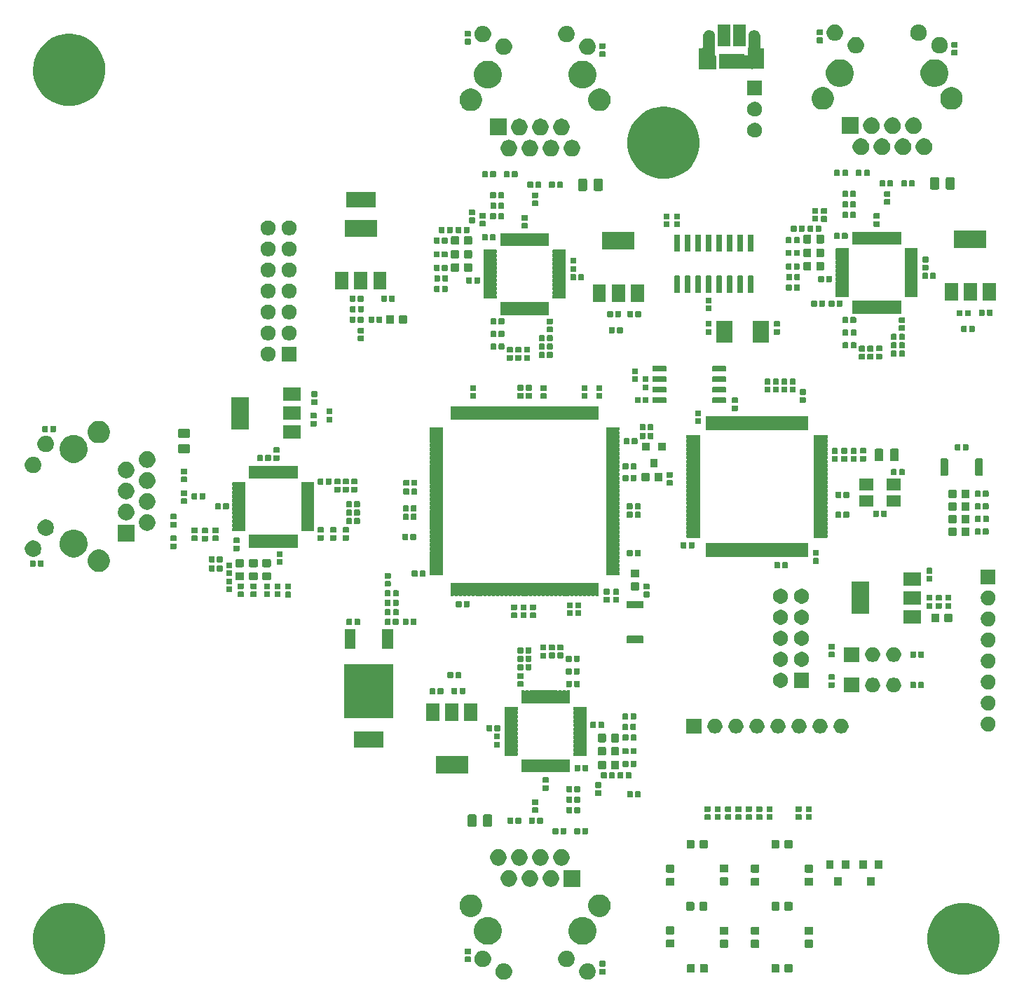
<source format=gbr>
G04 #@! TF.GenerationSoftware,KiCad,Pcbnew,(5.1.6)-1*
G04 #@! TF.CreationDate,2020-06-16T21:04:05+02:00*
G04 #@! TF.ProjectId,ethernet-sniffer,65746865-726e-4657-942d-736e69666665,rev?*
G04 #@! TF.SameCoordinates,Original*
G04 #@! TF.FileFunction,Soldermask,Top*
G04 #@! TF.FilePolarity,Negative*
%FSLAX46Y46*%
G04 Gerber Fmt 4.6, Leading zero omitted, Abs format (unit mm)*
G04 Created by KiCad (PCBNEW (5.1.6)-1) date 2020-06-16 21:04:05*
%MOMM*%
%LPD*%
G01*
G04 APERTURE LIST*
%ADD10C,0.100000*%
G04 APERTURE END LIST*
D10*
G36*
X161893521Y-146980275D02*
G01*
X161984152Y-147017816D01*
X162074783Y-147055356D01*
X162237913Y-147164356D01*
X162376644Y-147303087D01*
X162485644Y-147466217D01*
X162518015Y-147544369D01*
X162560725Y-147647479D01*
X162599000Y-147839901D01*
X162599000Y-148036099D01*
X162560725Y-148228521D01*
X162526631Y-148310831D01*
X162485644Y-148409783D01*
X162376644Y-148572913D01*
X162237913Y-148711644D01*
X162074783Y-148820644D01*
X161984152Y-148858184D01*
X161893521Y-148895725D01*
X161701099Y-148934000D01*
X161504901Y-148934000D01*
X161312479Y-148895725D01*
X161221848Y-148858184D01*
X161131217Y-148820644D01*
X160968087Y-148711644D01*
X160829356Y-148572913D01*
X160720356Y-148409783D01*
X160679369Y-148310831D01*
X160645275Y-148228521D01*
X160607000Y-148036099D01*
X160607000Y-147839901D01*
X160645275Y-147647479D01*
X160687985Y-147544369D01*
X160720356Y-147466217D01*
X160829356Y-147303087D01*
X160968087Y-147164356D01*
X161131217Y-147055356D01*
X161221848Y-147017816D01*
X161312479Y-146980275D01*
X161504901Y-146942000D01*
X161701099Y-146942000D01*
X161893521Y-146980275D01*
G37*
G36*
X151783521Y-146980275D02*
G01*
X151874152Y-147017816D01*
X151964783Y-147055356D01*
X152127913Y-147164356D01*
X152266644Y-147303087D01*
X152375644Y-147466217D01*
X152408015Y-147544369D01*
X152450725Y-147647479D01*
X152489000Y-147839901D01*
X152489000Y-148036099D01*
X152450725Y-148228521D01*
X152416631Y-148310831D01*
X152375644Y-148409783D01*
X152266644Y-148572913D01*
X152127913Y-148711644D01*
X151964783Y-148820644D01*
X151874152Y-148858184D01*
X151783521Y-148895725D01*
X151591099Y-148934000D01*
X151394901Y-148934000D01*
X151202479Y-148895725D01*
X151111848Y-148858184D01*
X151021217Y-148820644D01*
X150858087Y-148711644D01*
X150719356Y-148572913D01*
X150610356Y-148409783D01*
X150569369Y-148310831D01*
X150535275Y-148228521D01*
X150497000Y-148036099D01*
X150497000Y-147839901D01*
X150535275Y-147647479D01*
X150577985Y-147544369D01*
X150610356Y-147466217D01*
X150719356Y-147303087D01*
X150858087Y-147164356D01*
X151021217Y-147055356D01*
X151111848Y-147017816D01*
X151202479Y-146980275D01*
X151394901Y-146942000D01*
X151591099Y-146942000D01*
X151783521Y-146980275D01*
G37*
G36*
X207541194Y-139671409D02*
G01*
X208269140Y-139816206D01*
X209060972Y-140144193D01*
X209773601Y-140620357D01*
X210379643Y-141226399D01*
X210855807Y-141939028D01*
X211183794Y-142730860D01*
X211351000Y-143571464D01*
X211351000Y-144428536D01*
X211183794Y-145269140D01*
X210855807Y-146060972D01*
X210379643Y-146773601D01*
X209773601Y-147379643D01*
X209060972Y-147855807D01*
X208269140Y-148183794D01*
X207548156Y-148327206D01*
X207428537Y-148351000D01*
X206571463Y-148351000D01*
X206451844Y-148327206D01*
X205730860Y-148183794D01*
X204939028Y-147855807D01*
X204226399Y-147379643D01*
X203620357Y-146773601D01*
X203144193Y-146060972D01*
X202816206Y-145269140D01*
X202649000Y-144428536D01*
X202649000Y-143571464D01*
X202816206Y-142730860D01*
X203144193Y-141939028D01*
X203620357Y-141226399D01*
X204226399Y-140620357D01*
X204939028Y-140144193D01*
X205730860Y-139816206D01*
X206458806Y-139671409D01*
X206571463Y-139649000D01*
X207428537Y-139649000D01*
X207541194Y-139671409D01*
G37*
G36*
X99541194Y-139671409D02*
G01*
X100269140Y-139816206D01*
X101060972Y-140144193D01*
X101773601Y-140620357D01*
X102379643Y-141226399D01*
X102855807Y-141939028D01*
X103183794Y-142730860D01*
X103351000Y-143571464D01*
X103351000Y-144428536D01*
X103183794Y-145269140D01*
X102855807Y-146060972D01*
X102379643Y-146773601D01*
X101773601Y-147379643D01*
X101060972Y-147855807D01*
X100269140Y-148183794D01*
X99548156Y-148327206D01*
X99428537Y-148351000D01*
X98571463Y-148351000D01*
X98451844Y-148327206D01*
X97730860Y-148183794D01*
X96939028Y-147855807D01*
X96226399Y-147379643D01*
X95620357Y-146773601D01*
X95144193Y-146060972D01*
X94816206Y-145269140D01*
X94649000Y-144428536D01*
X94649000Y-143571464D01*
X94816206Y-142730860D01*
X95144193Y-141939028D01*
X95620357Y-141226399D01*
X96226399Y-140620357D01*
X96939028Y-140144193D01*
X97730860Y-139816206D01*
X98458806Y-139671409D01*
X98571463Y-139649000D01*
X99428537Y-139649000D01*
X99541194Y-139671409D01*
G37*
G36*
X163687938Y-147634716D02*
G01*
X163708557Y-147640971D01*
X163727553Y-147651124D01*
X163744208Y-147664792D01*
X163757876Y-147681447D01*
X163768029Y-147700443D01*
X163774284Y-147721062D01*
X163777000Y-147748640D01*
X163777000Y-148207360D01*
X163774284Y-148234938D01*
X163768029Y-148255557D01*
X163757876Y-148274553D01*
X163744208Y-148291208D01*
X163727553Y-148304876D01*
X163708557Y-148315029D01*
X163687938Y-148321284D01*
X163660360Y-148324000D01*
X163151640Y-148324000D01*
X163124062Y-148321284D01*
X163103443Y-148315029D01*
X163084447Y-148304876D01*
X163067792Y-148291208D01*
X163054124Y-148274553D01*
X163043971Y-148255557D01*
X163037716Y-148234938D01*
X163035000Y-148207360D01*
X163035000Y-147748640D01*
X163037716Y-147721062D01*
X163043971Y-147700443D01*
X163054124Y-147681447D01*
X163067792Y-147664792D01*
X163084447Y-147651124D01*
X163103443Y-147640971D01*
X163124062Y-147634716D01*
X163151640Y-147632000D01*
X163660360Y-147632000D01*
X163687938Y-147634716D01*
G37*
G36*
X174436091Y-147029085D02*
G01*
X174470069Y-147039393D01*
X174501390Y-147056134D01*
X174528839Y-147078661D01*
X174551366Y-147106110D01*
X174568107Y-147137431D01*
X174578415Y-147171409D01*
X174582500Y-147212890D01*
X174582500Y-147889110D01*
X174578415Y-147930591D01*
X174568107Y-147964569D01*
X174551366Y-147995890D01*
X174528839Y-148023339D01*
X174501390Y-148045866D01*
X174470069Y-148062607D01*
X174436091Y-148072915D01*
X174394610Y-148077000D01*
X173793390Y-148077000D01*
X173751909Y-148072915D01*
X173717931Y-148062607D01*
X173686610Y-148045866D01*
X173659161Y-148023339D01*
X173636634Y-147995890D01*
X173619893Y-147964569D01*
X173609585Y-147930591D01*
X173605500Y-147889110D01*
X173605500Y-147212890D01*
X173609585Y-147171409D01*
X173619893Y-147137431D01*
X173636634Y-147106110D01*
X173659161Y-147078661D01*
X173686610Y-147056134D01*
X173717931Y-147039393D01*
X173751909Y-147029085D01*
X173793390Y-147025000D01*
X174394610Y-147025000D01*
X174436091Y-147029085D01*
G37*
G36*
X176011091Y-147029085D02*
G01*
X176045069Y-147039393D01*
X176076390Y-147056134D01*
X176103839Y-147078661D01*
X176126366Y-147106110D01*
X176143107Y-147137431D01*
X176153415Y-147171409D01*
X176157500Y-147212890D01*
X176157500Y-147889110D01*
X176153415Y-147930591D01*
X176143107Y-147964569D01*
X176126366Y-147995890D01*
X176103839Y-148023339D01*
X176076390Y-148045866D01*
X176045069Y-148062607D01*
X176011091Y-148072915D01*
X175969610Y-148077000D01*
X175368390Y-148077000D01*
X175326909Y-148072915D01*
X175292931Y-148062607D01*
X175261610Y-148045866D01*
X175234161Y-148023339D01*
X175211634Y-147995890D01*
X175194893Y-147964569D01*
X175184585Y-147930591D01*
X175180500Y-147889110D01*
X175180500Y-147212890D01*
X175184585Y-147171409D01*
X175194893Y-147137431D01*
X175211634Y-147106110D01*
X175234161Y-147078661D01*
X175261610Y-147056134D01*
X175292931Y-147039393D01*
X175326909Y-147029085D01*
X175368390Y-147025000D01*
X175969610Y-147025000D01*
X176011091Y-147029085D01*
G37*
G36*
X184648591Y-147029085D02*
G01*
X184682569Y-147039393D01*
X184713890Y-147056134D01*
X184741339Y-147078661D01*
X184763866Y-147106110D01*
X184780607Y-147137431D01*
X184790915Y-147171409D01*
X184795000Y-147212890D01*
X184795000Y-147889110D01*
X184790915Y-147930591D01*
X184780607Y-147964569D01*
X184763866Y-147995890D01*
X184741339Y-148023339D01*
X184713890Y-148045866D01*
X184682569Y-148062607D01*
X184648591Y-148072915D01*
X184607110Y-148077000D01*
X184005890Y-148077000D01*
X183964409Y-148072915D01*
X183930431Y-148062607D01*
X183899110Y-148045866D01*
X183871661Y-148023339D01*
X183849134Y-147995890D01*
X183832393Y-147964569D01*
X183822085Y-147930591D01*
X183818000Y-147889110D01*
X183818000Y-147212890D01*
X183822085Y-147171409D01*
X183832393Y-147137431D01*
X183849134Y-147106110D01*
X183871661Y-147078661D01*
X183899110Y-147056134D01*
X183930431Y-147039393D01*
X183964409Y-147029085D01*
X184005890Y-147025000D01*
X184607110Y-147025000D01*
X184648591Y-147029085D01*
G37*
G36*
X186223591Y-147029085D02*
G01*
X186257569Y-147039393D01*
X186288890Y-147056134D01*
X186316339Y-147078661D01*
X186338866Y-147106110D01*
X186355607Y-147137431D01*
X186365915Y-147171409D01*
X186370000Y-147212890D01*
X186370000Y-147889110D01*
X186365915Y-147930591D01*
X186355607Y-147964569D01*
X186338866Y-147995890D01*
X186316339Y-148023339D01*
X186288890Y-148045866D01*
X186257569Y-148062607D01*
X186223591Y-148072915D01*
X186182110Y-148077000D01*
X185580890Y-148077000D01*
X185539409Y-148072915D01*
X185505431Y-148062607D01*
X185474110Y-148045866D01*
X185446661Y-148023339D01*
X185424134Y-147995890D01*
X185407393Y-147964569D01*
X185397085Y-147930591D01*
X185393000Y-147889110D01*
X185393000Y-147212890D01*
X185397085Y-147171409D01*
X185407393Y-147137431D01*
X185424134Y-147106110D01*
X185446661Y-147078661D01*
X185474110Y-147056134D01*
X185505431Y-147039393D01*
X185539409Y-147029085D01*
X185580890Y-147025000D01*
X186182110Y-147025000D01*
X186223591Y-147029085D01*
G37*
G36*
X149243521Y-145460275D02*
G01*
X149334153Y-145497816D01*
X149424783Y-145535356D01*
X149587913Y-145644356D01*
X149726644Y-145783087D01*
X149835644Y-145946217D01*
X149873184Y-146036848D01*
X149910725Y-146127479D01*
X149949000Y-146319901D01*
X149949000Y-146516099D01*
X149910725Y-146708521D01*
X149880695Y-146781020D01*
X149835644Y-146889783D01*
X149726644Y-147052913D01*
X149587913Y-147191644D01*
X149424783Y-147300644D01*
X149366358Y-147324844D01*
X149243521Y-147375725D01*
X149051099Y-147414000D01*
X148854901Y-147414000D01*
X148662479Y-147375725D01*
X148539642Y-147324844D01*
X148481217Y-147300644D01*
X148318087Y-147191644D01*
X148179356Y-147052913D01*
X148070356Y-146889783D01*
X148025305Y-146781020D01*
X147995275Y-146708521D01*
X147957000Y-146516099D01*
X147957000Y-146319901D01*
X147995275Y-146127479D01*
X148032816Y-146036848D01*
X148070356Y-145946217D01*
X148179356Y-145783087D01*
X148318087Y-145644356D01*
X148481217Y-145535356D01*
X148571847Y-145497816D01*
X148662479Y-145460275D01*
X148854901Y-145422000D01*
X149051099Y-145422000D01*
X149243521Y-145460275D01*
G37*
G36*
X159353521Y-145460275D02*
G01*
X159444153Y-145497816D01*
X159534783Y-145535356D01*
X159697913Y-145644356D01*
X159836644Y-145783087D01*
X159945644Y-145946217D01*
X159983184Y-146036848D01*
X160020725Y-146127479D01*
X160059000Y-146319901D01*
X160059000Y-146516099D01*
X160020725Y-146708521D01*
X159990695Y-146781020D01*
X159945644Y-146889783D01*
X159836644Y-147052913D01*
X159697913Y-147191644D01*
X159534783Y-147300644D01*
X159476358Y-147324844D01*
X159353521Y-147375725D01*
X159161099Y-147414000D01*
X158964901Y-147414000D01*
X158772479Y-147375725D01*
X158649642Y-147324844D01*
X158591217Y-147300644D01*
X158428087Y-147191644D01*
X158289356Y-147052913D01*
X158180356Y-146889783D01*
X158135305Y-146781020D01*
X158105275Y-146708521D01*
X158067000Y-146516099D01*
X158067000Y-146319901D01*
X158105275Y-146127479D01*
X158142816Y-146036848D01*
X158180356Y-145946217D01*
X158289356Y-145783087D01*
X158428087Y-145644356D01*
X158591217Y-145535356D01*
X158681847Y-145497816D01*
X158772479Y-145460275D01*
X158964901Y-145422000D01*
X159161099Y-145422000D01*
X159353521Y-145460275D01*
G37*
G36*
X163687938Y-146664716D02*
G01*
X163708557Y-146670971D01*
X163727553Y-146681124D01*
X163744208Y-146694792D01*
X163757876Y-146711447D01*
X163768029Y-146730443D01*
X163774284Y-146751062D01*
X163777000Y-146778640D01*
X163777000Y-147237360D01*
X163774284Y-147264938D01*
X163768029Y-147285557D01*
X163757876Y-147304553D01*
X163744208Y-147321208D01*
X163727553Y-147334876D01*
X163708557Y-147345029D01*
X163687938Y-147351284D01*
X163660360Y-147354000D01*
X163151640Y-147354000D01*
X163124062Y-147351284D01*
X163103443Y-147345029D01*
X163084447Y-147334876D01*
X163067792Y-147321208D01*
X163054124Y-147304553D01*
X163043971Y-147285557D01*
X163037716Y-147264938D01*
X163035000Y-147237360D01*
X163035000Y-146778640D01*
X163037716Y-146751062D01*
X163043971Y-146730443D01*
X163054124Y-146711447D01*
X163067792Y-146694792D01*
X163084447Y-146681124D01*
X163103443Y-146670971D01*
X163124062Y-146664716D01*
X163151640Y-146662000D01*
X163660360Y-146662000D01*
X163687938Y-146664716D01*
G37*
G36*
X147431938Y-146133716D02*
G01*
X147452557Y-146139971D01*
X147471553Y-146150124D01*
X147488208Y-146163792D01*
X147501876Y-146180447D01*
X147512029Y-146199443D01*
X147518284Y-146220062D01*
X147521000Y-146247640D01*
X147521000Y-146706360D01*
X147518284Y-146733938D01*
X147512029Y-146754557D01*
X147501876Y-146773553D01*
X147488208Y-146790208D01*
X147471553Y-146803876D01*
X147452557Y-146814029D01*
X147431938Y-146820284D01*
X147404360Y-146823000D01*
X146895640Y-146823000D01*
X146868062Y-146820284D01*
X146847443Y-146814029D01*
X146828447Y-146803876D01*
X146811792Y-146790208D01*
X146798124Y-146773553D01*
X146787971Y-146754557D01*
X146781716Y-146733938D01*
X146779000Y-146706360D01*
X146779000Y-146247640D01*
X146781716Y-146220062D01*
X146787971Y-146199443D01*
X146798124Y-146180447D01*
X146811792Y-146163792D01*
X146828447Y-146150124D01*
X146847443Y-146139971D01*
X146868062Y-146133716D01*
X146895640Y-146131000D01*
X147404360Y-146131000D01*
X147431938Y-146133716D01*
G37*
G36*
X147431938Y-145163716D02*
G01*
X147452557Y-145169971D01*
X147471553Y-145180124D01*
X147488208Y-145193792D01*
X147501876Y-145210447D01*
X147512029Y-145229443D01*
X147518284Y-145250062D01*
X147521000Y-145277640D01*
X147521000Y-145736360D01*
X147518284Y-145763938D01*
X147512029Y-145784557D01*
X147501876Y-145803553D01*
X147488208Y-145820208D01*
X147471553Y-145833876D01*
X147452557Y-145844029D01*
X147431938Y-145850284D01*
X147404360Y-145853000D01*
X146895640Y-145853000D01*
X146868062Y-145850284D01*
X146847443Y-145844029D01*
X146828447Y-145833876D01*
X146811792Y-145820208D01*
X146798124Y-145803553D01*
X146787971Y-145784557D01*
X146781716Y-145763938D01*
X146779000Y-145736360D01*
X146779000Y-145277640D01*
X146781716Y-145250062D01*
X146787971Y-145229443D01*
X146798124Y-145210447D01*
X146811792Y-145193792D01*
X146828447Y-145180124D01*
X146847443Y-145169971D01*
X146868062Y-145163716D01*
X146895640Y-145161000D01*
X147404360Y-145161000D01*
X147431938Y-145163716D01*
G37*
G36*
X188723591Y-144104085D02*
G01*
X188757569Y-144114393D01*
X188788890Y-144131134D01*
X188816339Y-144153661D01*
X188838866Y-144181110D01*
X188855607Y-144212431D01*
X188865915Y-144246409D01*
X188870000Y-144287890D01*
X188870000Y-144889110D01*
X188865915Y-144930591D01*
X188855607Y-144964569D01*
X188838866Y-144995890D01*
X188816339Y-145023339D01*
X188788890Y-145045866D01*
X188757569Y-145062607D01*
X188723591Y-145072915D01*
X188682110Y-145077000D01*
X188005890Y-145077000D01*
X187964409Y-145072915D01*
X187930431Y-145062607D01*
X187899110Y-145045866D01*
X187871661Y-145023339D01*
X187849134Y-144995890D01*
X187832393Y-144964569D01*
X187822085Y-144930591D01*
X187818000Y-144889110D01*
X187818000Y-144287890D01*
X187822085Y-144246409D01*
X187832393Y-144212431D01*
X187849134Y-144181110D01*
X187871661Y-144153661D01*
X187899110Y-144131134D01*
X187930431Y-144114393D01*
X187964409Y-144104085D01*
X188005890Y-144100000D01*
X188682110Y-144100000D01*
X188723591Y-144104085D01*
G37*
G36*
X182223591Y-144104085D02*
G01*
X182257569Y-144114393D01*
X182288890Y-144131134D01*
X182316339Y-144153661D01*
X182338866Y-144181110D01*
X182355607Y-144212431D01*
X182365915Y-144246409D01*
X182370000Y-144287890D01*
X182370000Y-144889110D01*
X182365915Y-144930591D01*
X182355607Y-144964569D01*
X182338866Y-144995890D01*
X182316339Y-145023339D01*
X182288890Y-145045866D01*
X182257569Y-145062607D01*
X182223591Y-145072915D01*
X182182110Y-145077000D01*
X181505890Y-145077000D01*
X181464409Y-145072915D01*
X181430431Y-145062607D01*
X181399110Y-145045866D01*
X181371661Y-145023339D01*
X181349134Y-144995890D01*
X181332393Y-144964569D01*
X181322085Y-144930591D01*
X181318000Y-144889110D01*
X181318000Y-144287890D01*
X181322085Y-144246409D01*
X181332393Y-144212431D01*
X181349134Y-144181110D01*
X181371661Y-144153661D01*
X181399110Y-144131134D01*
X181430431Y-144114393D01*
X181464409Y-144104085D01*
X181505890Y-144100000D01*
X182182110Y-144100000D01*
X182223591Y-144104085D01*
G37*
G36*
X178473591Y-144104085D02*
G01*
X178507569Y-144114393D01*
X178538890Y-144131134D01*
X178566339Y-144153661D01*
X178588866Y-144181110D01*
X178605607Y-144212431D01*
X178615915Y-144246409D01*
X178620000Y-144287890D01*
X178620000Y-144889110D01*
X178615915Y-144930591D01*
X178605607Y-144964569D01*
X178588866Y-144995890D01*
X178566339Y-145023339D01*
X178538890Y-145045866D01*
X178507569Y-145062607D01*
X178473591Y-145072915D01*
X178432110Y-145077000D01*
X177755890Y-145077000D01*
X177714409Y-145072915D01*
X177680431Y-145062607D01*
X177649110Y-145045866D01*
X177621661Y-145023339D01*
X177599134Y-144995890D01*
X177582393Y-144964569D01*
X177572085Y-144930591D01*
X177568000Y-144889110D01*
X177568000Y-144287890D01*
X177572085Y-144246409D01*
X177582393Y-144212431D01*
X177599134Y-144181110D01*
X177621661Y-144153661D01*
X177649110Y-144131134D01*
X177680431Y-144114393D01*
X177714409Y-144104085D01*
X177755890Y-144100000D01*
X178432110Y-144100000D01*
X178473591Y-144104085D01*
G37*
G36*
X171973591Y-144066585D02*
G01*
X172007569Y-144076893D01*
X172038890Y-144093634D01*
X172066339Y-144116161D01*
X172088866Y-144143610D01*
X172105607Y-144174931D01*
X172115915Y-144208909D01*
X172120000Y-144250390D01*
X172120000Y-144851610D01*
X172115915Y-144893091D01*
X172105607Y-144927069D01*
X172088866Y-144958390D01*
X172066339Y-144985839D01*
X172038890Y-145008366D01*
X172007569Y-145025107D01*
X171973591Y-145035415D01*
X171932110Y-145039500D01*
X171255890Y-145039500D01*
X171214409Y-145035415D01*
X171180431Y-145025107D01*
X171149110Y-145008366D01*
X171121661Y-144985839D01*
X171099134Y-144958390D01*
X171082393Y-144927069D01*
X171072085Y-144893091D01*
X171068000Y-144851610D01*
X171068000Y-144250390D01*
X171072085Y-144208909D01*
X171082393Y-144174931D01*
X171099134Y-144143610D01*
X171121661Y-144116161D01*
X171149110Y-144093634D01*
X171180431Y-144076893D01*
X171214409Y-144066585D01*
X171255890Y-144062500D01*
X171932110Y-144062500D01*
X171973591Y-144066585D01*
G37*
G36*
X161319971Y-141394204D02*
G01*
X161481871Y-141426408D01*
X161786883Y-141552748D01*
X162061387Y-141736166D01*
X162294834Y-141969613D01*
X162478252Y-142244117D01*
X162604592Y-142549129D01*
X162669000Y-142872928D01*
X162669000Y-143203072D01*
X162604592Y-143526871D01*
X162478252Y-143831883D01*
X162294834Y-144106387D01*
X162061387Y-144339834D01*
X161786883Y-144523252D01*
X161481871Y-144649592D01*
X161158073Y-144714000D01*
X160827927Y-144714000D01*
X160504129Y-144649592D01*
X160199117Y-144523252D01*
X159924613Y-144339834D01*
X159691166Y-144106387D01*
X159507748Y-143831883D01*
X159381408Y-143526871D01*
X159317000Y-143203072D01*
X159317000Y-142872928D01*
X159381408Y-142549129D01*
X159507748Y-142244117D01*
X159691166Y-141969613D01*
X159924613Y-141736166D01*
X160199117Y-141552748D01*
X160504129Y-141426408D01*
X160666029Y-141394204D01*
X160827927Y-141362000D01*
X161158073Y-141362000D01*
X161319971Y-141394204D01*
G37*
G36*
X149889971Y-141394204D02*
G01*
X150051871Y-141426408D01*
X150356883Y-141552748D01*
X150631387Y-141736166D01*
X150864834Y-141969613D01*
X151048252Y-142244117D01*
X151174592Y-142549129D01*
X151239000Y-142872928D01*
X151239000Y-143203072D01*
X151174592Y-143526871D01*
X151048252Y-143831883D01*
X150864834Y-144106387D01*
X150631387Y-144339834D01*
X150356883Y-144523252D01*
X150051871Y-144649592D01*
X149728073Y-144714000D01*
X149397927Y-144714000D01*
X149074129Y-144649592D01*
X148769117Y-144523252D01*
X148494613Y-144339834D01*
X148261166Y-144106387D01*
X148077748Y-143831883D01*
X147951408Y-143526871D01*
X147887000Y-143203072D01*
X147887000Y-142872928D01*
X147951408Y-142549129D01*
X148077748Y-142244117D01*
X148261166Y-141969613D01*
X148494613Y-141736166D01*
X148769117Y-141552748D01*
X149074129Y-141426408D01*
X149236029Y-141394204D01*
X149397927Y-141362000D01*
X149728073Y-141362000D01*
X149889971Y-141394204D01*
G37*
G36*
X188723591Y-142529085D02*
G01*
X188757569Y-142539393D01*
X188788890Y-142556134D01*
X188816339Y-142578661D01*
X188838866Y-142606110D01*
X188855607Y-142637431D01*
X188865915Y-142671409D01*
X188870000Y-142712890D01*
X188870000Y-143314110D01*
X188865915Y-143355591D01*
X188855607Y-143389569D01*
X188838866Y-143420890D01*
X188816339Y-143448339D01*
X188788890Y-143470866D01*
X188757569Y-143487607D01*
X188723591Y-143497915D01*
X188682110Y-143502000D01*
X188005890Y-143502000D01*
X187964409Y-143497915D01*
X187930431Y-143487607D01*
X187899110Y-143470866D01*
X187871661Y-143448339D01*
X187849134Y-143420890D01*
X187832393Y-143389569D01*
X187822085Y-143355591D01*
X187818000Y-143314110D01*
X187818000Y-142712890D01*
X187822085Y-142671409D01*
X187832393Y-142637431D01*
X187849134Y-142606110D01*
X187871661Y-142578661D01*
X187899110Y-142556134D01*
X187930431Y-142539393D01*
X187964409Y-142529085D01*
X188005890Y-142525000D01*
X188682110Y-142525000D01*
X188723591Y-142529085D01*
G37*
G36*
X178473591Y-142529085D02*
G01*
X178507569Y-142539393D01*
X178538890Y-142556134D01*
X178566339Y-142578661D01*
X178588866Y-142606110D01*
X178605607Y-142637431D01*
X178615915Y-142671409D01*
X178620000Y-142712890D01*
X178620000Y-143314110D01*
X178615915Y-143355591D01*
X178605607Y-143389569D01*
X178588866Y-143420890D01*
X178566339Y-143448339D01*
X178538890Y-143470866D01*
X178507569Y-143487607D01*
X178473591Y-143497915D01*
X178432110Y-143502000D01*
X177755890Y-143502000D01*
X177714409Y-143497915D01*
X177680431Y-143487607D01*
X177649110Y-143470866D01*
X177621661Y-143448339D01*
X177599134Y-143420890D01*
X177582393Y-143389569D01*
X177572085Y-143355591D01*
X177568000Y-143314110D01*
X177568000Y-142712890D01*
X177572085Y-142671409D01*
X177582393Y-142637431D01*
X177599134Y-142606110D01*
X177621661Y-142578661D01*
X177649110Y-142556134D01*
X177680431Y-142539393D01*
X177714409Y-142529085D01*
X177755890Y-142525000D01*
X178432110Y-142525000D01*
X178473591Y-142529085D01*
G37*
G36*
X182223591Y-142529085D02*
G01*
X182257569Y-142539393D01*
X182288890Y-142556134D01*
X182316339Y-142578661D01*
X182338866Y-142606110D01*
X182355607Y-142637431D01*
X182365915Y-142671409D01*
X182370000Y-142712890D01*
X182370000Y-143314110D01*
X182365915Y-143355591D01*
X182355607Y-143389569D01*
X182338866Y-143420890D01*
X182316339Y-143448339D01*
X182288890Y-143470866D01*
X182257569Y-143487607D01*
X182223591Y-143497915D01*
X182182110Y-143502000D01*
X181505890Y-143502000D01*
X181464409Y-143497915D01*
X181430431Y-143487607D01*
X181399110Y-143470866D01*
X181371661Y-143448339D01*
X181349134Y-143420890D01*
X181332393Y-143389569D01*
X181322085Y-143355591D01*
X181318000Y-143314110D01*
X181318000Y-142712890D01*
X181322085Y-142671409D01*
X181332393Y-142637431D01*
X181349134Y-142606110D01*
X181371661Y-142578661D01*
X181399110Y-142556134D01*
X181430431Y-142539393D01*
X181464409Y-142529085D01*
X181505890Y-142525000D01*
X182182110Y-142525000D01*
X182223591Y-142529085D01*
G37*
G36*
X171973591Y-142491585D02*
G01*
X172007569Y-142501893D01*
X172038890Y-142518634D01*
X172066339Y-142541161D01*
X172088866Y-142568610D01*
X172105607Y-142599931D01*
X172115915Y-142633909D01*
X172120000Y-142675390D01*
X172120000Y-143276610D01*
X172115915Y-143318091D01*
X172105607Y-143352069D01*
X172088866Y-143383390D01*
X172066339Y-143410839D01*
X172038890Y-143433366D01*
X172007569Y-143450107D01*
X171973591Y-143460415D01*
X171932110Y-143464500D01*
X171255890Y-143464500D01*
X171214409Y-143460415D01*
X171180431Y-143450107D01*
X171149110Y-143433366D01*
X171121661Y-143410839D01*
X171099134Y-143383390D01*
X171082393Y-143352069D01*
X171072085Y-143318091D01*
X171068000Y-143276610D01*
X171068000Y-142675390D01*
X171072085Y-142633909D01*
X171082393Y-142599931D01*
X171099134Y-142568610D01*
X171121661Y-142541161D01*
X171149110Y-142518634D01*
X171180431Y-142501893D01*
X171214409Y-142491585D01*
X171255890Y-142487500D01*
X171932110Y-142487500D01*
X171973591Y-142491585D01*
G37*
G36*
X147897072Y-138688918D02*
G01*
X148142939Y-138790759D01*
X148254328Y-138865187D01*
X148364211Y-138938609D01*
X148552391Y-139126789D01*
X148700242Y-139348063D01*
X148802082Y-139593928D01*
X148854000Y-139854937D01*
X148854000Y-140121063D01*
X148802082Y-140382072D01*
X148700242Y-140627937D01*
X148569007Y-140824344D01*
X148552390Y-140849212D01*
X148364212Y-141037390D01*
X148142939Y-141185241D01*
X148142938Y-141185242D01*
X148142937Y-141185242D01*
X147897072Y-141287082D01*
X147636063Y-141339000D01*
X147369937Y-141339000D01*
X147108928Y-141287082D01*
X146863063Y-141185242D01*
X146863062Y-141185242D01*
X146863061Y-141185241D01*
X146641788Y-141037390D01*
X146453610Y-140849212D01*
X146436994Y-140824344D01*
X146305758Y-140627937D01*
X146203918Y-140382072D01*
X146152000Y-140121063D01*
X146152000Y-139854937D01*
X146203918Y-139593928D01*
X146305758Y-139348063D01*
X146453609Y-139126789D01*
X146641789Y-138938609D01*
X146751672Y-138865187D01*
X146863061Y-138790759D01*
X147108928Y-138688918D01*
X147369937Y-138637000D01*
X147636063Y-138637000D01*
X147897072Y-138688918D01*
G37*
G36*
X163447072Y-138688918D02*
G01*
X163692939Y-138790759D01*
X163804328Y-138865187D01*
X163914211Y-138938609D01*
X164102391Y-139126789D01*
X164250242Y-139348063D01*
X164352082Y-139593928D01*
X164404000Y-139854937D01*
X164404000Y-140121063D01*
X164352082Y-140382072D01*
X164250242Y-140627937D01*
X164119007Y-140824344D01*
X164102390Y-140849212D01*
X163914212Y-141037390D01*
X163692939Y-141185241D01*
X163692938Y-141185242D01*
X163692937Y-141185242D01*
X163447072Y-141287082D01*
X163186063Y-141339000D01*
X162919937Y-141339000D01*
X162658928Y-141287082D01*
X162413063Y-141185242D01*
X162413062Y-141185242D01*
X162413061Y-141185241D01*
X162191788Y-141037390D01*
X162003610Y-140849212D01*
X161986994Y-140824344D01*
X161855758Y-140627937D01*
X161753918Y-140382072D01*
X161702000Y-140121063D01*
X161702000Y-139854937D01*
X161753918Y-139593928D01*
X161855758Y-139348063D01*
X162003609Y-139126789D01*
X162191789Y-138938609D01*
X162301672Y-138865187D01*
X162413061Y-138790759D01*
X162658928Y-138688918D01*
X162919937Y-138637000D01*
X163186063Y-138637000D01*
X163447072Y-138688918D01*
G37*
G36*
X186223591Y-139529085D02*
G01*
X186257569Y-139539393D01*
X186288890Y-139556134D01*
X186316339Y-139578661D01*
X186338866Y-139606110D01*
X186355607Y-139637431D01*
X186365915Y-139671409D01*
X186370000Y-139712890D01*
X186370000Y-140389110D01*
X186365915Y-140430591D01*
X186355607Y-140464569D01*
X186338866Y-140495890D01*
X186316339Y-140523339D01*
X186288890Y-140545866D01*
X186257569Y-140562607D01*
X186223591Y-140572915D01*
X186182110Y-140577000D01*
X185580890Y-140577000D01*
X185539409Y-140572915D01*
X185505431Y-140562607D01*
X185474110Y-140545866D01*
X185446661Y-140523339D01*
X185424134Y-140495890D01*
X185407393Y-140464569D01*
X185397085Y-140430591D01*
X185393000Y-140389110D01*
X185393000Y-139712890D01*
X185397085Y-139671409D01*
X185407393Y-139637431D01*
X185424134Y-139606110D01*
X185446661Y-139578661D01*
X185474110Y-139556134D01*
X185505431Y-139539393D01*
X185539409Y-139529085D01*
X185580890Y-139525000D01*
X186182110Y-139525000D01*
X186223591Y-139529085D01*
G37*
G36*
X174361091Y-139529085D02*
G01*
X174395069Y-139539393D01*
X174426390Y-139556134D01*
X174453839Y-139578661D01*
X174476366Y-139606110D01*
X174493107Y-139637431D01*
X174503415Y-139671409D01*
X174507500Y-139712890D01*
X174507500Y-140389110D01*
X174503415Y-140430591D01*
X174493107Y-140464569D01*
X174476366Y-140495890D01*
X174453839Y-140523339D01*
X174426390Y-140545866D01*
X174395069Y-140562607D01*
X174361091Y-140572915D01*
X174319610Y-140577000D01*
X173718390Y-140577000D01*
X173676909Y-140572915D01*
X173642931Y-140562607D01*
X173611610Y-140545866D01*
X173584161Y-140523339D01*
X173561634Y-140495890D01*
X173544893Y-140464569D01*
X173534585Y-140430591D01*
X173530500Y-140389110D01*
X173530500Y-139712890D01*
X173534585Y-139671409D01*
X173544893Y-139637431D01*
X173561634Y-139606110D01*
X173584161Y-139578661D01*
X173611610Y-139556134D01*
X173642931Y-139539393D01*
X173676909Y-139529085D01*
X173718390Y-139525000D01*
X174319610Y-139525000D01*
X174361091Y-139529085D01*
G37*
G36*
X175936091Y-139529085D02*
G01*
X175970069Y-139539393D01*
X176001390Y-139556134D01*
X176028839Y-139578661D01*
X176051366Y-139606110D01*
X176068107Y-139637431D01*
X176078415Y-139671409D01*
X176082500Y-139712890D01*
X176082500Y-140389110D01*
X176078415Y-140430591D01*
X176068107Y-140464569D01*
X176051366Y-140495890D01*
X176028839Y-140523339D01*
X176001390Y-140545866D01*
X175970069Y-140562607D01*
X175936091Y-140572915D01*
X175894610Y-140577000D01*
X175293390Y-140577000D01*
X175251909Y-140572915D01*
X175217931Y-140562607D01*
X175186610Y-140545866D01*
X175159161Y-140523339D01*
X175136634Y-140495890D01*
X175119893Y-140464569D01*
X175109585Y-140430591D01*
X175105500Y-140389110D01*
X175105500Y-139712890D01*
X175109585Y-139671409D01*
X175119893Y-139637431D01*
X175136634Y-139606110D01*
X175159161Y-139578661D01*
X175186610Y-139556134D01*
X175217931Y-139539393D01*
X175251909Y-139529085D01*
X175293390Y-139525000D01*
X175894610Y-139525000D01*
X175936091Y-139529085D01*
G37*
G36*
X184648591Y-139529085D02*
G01*
X184682569Y-139539393D01*
X184713890Y-139556134D01*
X184741339Y-139578661D01*
X184763866Y-139606110D01*
X184780607Y-139637431D01*
X184790915Y-139671409D01*
X184795000Y-139712890D01*
X184795000Y-140389110D01*
X184790915Y-140430591D01*
X184780607Y-140464569D01*
X184763866Y-140495890D01*
X184741339Y-140523339D01*
X184713890Y-140545866D01*
X184682569Y-140562607D01*
X184648591Y-140572915D01*
X184607110Y-140577000D01*
X184005890Y-140577000D01*
X183964409Y-140572915D01*
X183930431Y-140562607D01*
X183899110Y-140545866D01*
X183871661Y-140523339D01*
X183849134Y-140495890D01*
X183832393Y-140464569D01*
X183822085Y-140430591D01*
X183818000Y-140389110D01*
X183818000Y-139712890D01*
X183822085Y-139671409D01*
X183832393Y-139637431D01*
X183849134Y-139606110D01*
X183871661Y-139578661D01*
X183899110Y-139556134D01*
X183930431Y-139539393D01*
X183964409Y-139529085D01*
X184005890Y-139525000D01*
X184607110Y-139525000D01*
X184648591Y-139529085D01*
G37*
G36*
X154838285Y-135716234D02*
G01*
X154934981Y-135735468D01*
X155117151Y-135810926D01*
X155281100Y-135920473D01*
X155420527Y-136059900D01*
X155530074Y-136223849D01*
X155605532Y-136406019D01*
X155644000Y-136599410D01*
X155644000Y-136796590D01*
X155605532Y-136989981D01*
X155530074Y-137172151D01*
X155420527Y-137336100D01*
X155281100Y-137475527D01*
X155117151Y-137585074D01*
X154934981Y-137660532D01*
X154838285Y-137679766D01*
X154741591Y-137699000D01*
X154544409Y-137699000D01*
X154447715Y-137679766D01*
X154351019Y-137660532D01*
X154168849Y-137585074D01*
X154004900Y-137475527D01*
X153865473Y-137336100D01*
X153755926Y-137172151D01*
X153680468Y-136989981D01*
X153642000Y-136796590D01*
X153642000Y-136599410D01*
X153680468Y-136406019D01*
X153755926Y-136223849D01*
X153865473Y-136059900D01*
X154004900Y-135920473D01*
X154168849Y-135810926D01*
X154351019Y-135735468D01*
X154447715Y-135716234D01*
X154544409Y-135697000D01*
X154741591Y-135697000D01*
X154838285Y-135716234D01*
G37*
G36*
X152298285Y-135716234D02*
G01*
X152394981Y-135735468D01*
X152577151Y-135810926D01*
X152741100Y-135920473D01*
X152880527Y-136059900D01*
X152990074Y-136223849D01*
X153065532Y-136406019D01*
X153104000Y-136599410D01*
X153104000Y-136796590D01*
X153065532Y-136989981D01*
X152990074Y-137172151D01*
X152880527Y-137336100D01*
X152741100Y-137475527D01*
X152577151Y-137585074D01*
X152394981Y-137660532D01*
X152298285Y-137679766D01*
X152201591Y-137699000D01*
X152004409Y-137699000D01*
X151907715Y-137679766D01*
X151811019Y-137660532D01*
X151628849Y-137585074D01*
X151464900Y-137475527D01*
X151325473Y-137336100D01*
X151215926Y-137172151D01*
X151140468Y-136989981D01*
X151102000Y-136796590D01*
X151102000Y-136599410D01*
X151140468Y-136406019D01*
X151215926Y-136223849D01*
X151325473Y-136059900D01*
X151464900Y-135920473D01*
X151628849Y-135810926D01*
X151811019Y-135735468D01*
X151907715Y-135716234D01*
X152004409Y-135697000D01*
X152201591Y-135697000D01*
X152298285Y-135716234D01*
G37*
G36*
X160724000Y-137699000D02*
G01*
X158722000Y-137699000D01*
X158722000Y-135697000D01*
X160724000Y-135697000D01*
X160724000Y-137699000D01*
G37*
G36*
X157378285Y-135716234D02*
G01*
X157474981Y-135735468D01*
X157657151Y-135810926D01*
X157821100Y-135920473D01*
X157960527Y-136059900D01*
X158070074Y-136223849D01*
X158145532Y-136406019D01*
X158184000Y-136599410D01*
X158184000Y-136796590D01*
X158145532Y-136989981D01*
X158070074Y-137172151D01*
X157960527Y-137336100D01*
X157821100Y-137475527D01*
X157657151Y-137585074D01*
X157474981Y-137660532D01*
X157378285Y-137679766D01*
X157281591Y-137699000D01*
X157084409Y-137699000D01*
X156987715Y-137679766D01*
X156891019Y-137660532D01*
X156708849Y-137585074D01*
X156544900Y-137475527D01*
X156405473Y-137336100D01*
X156295926Y-137172151D01*
X156220468Y-136989981D01*
X156182000Y-136796590D01*
X156182000Y-136599410D01*
X156220468Y-136406019D01*
X156295926Y-136223849D01*
X156405473Y-136059900D01*
X156544900Y-135920473D01*
X156708849Y-135810926D01*
X156891019Y-135735468D01*
X156987715Y-135716234D01*
X157084409Y-135697000D01*
X157281591Y-135697000D01*
X157378285Y-135716234D01*
G37*
G36*
X182223591Y-136604085D02*
G01*
X182257569Y-136614393D01*
X182288890Y-136631134D01*
X182316339Y-136653661D01*
X182338866Y-136681110D01*
X182355607Y-136712431D01*
X182365915Y-136746409D01*
X182370000Y-136787890D01*
X182370000Y-137389110D01*
X182365915Y-137430591D01*
X182355607Y-137464569D01*
X182338866Y-137495890D01*
X182316339Y-137523339D01*
X182288890Y-137545866D01*
X182257569Y-137562607D01*
X182223591Y-137572915D01*
X182182110Y-137577000D01*
X181505890Y-137577000D01*
X181464409Y-137572915D01*
X181430431Y-137562607D01*
X181399110Y-137545866D01*
X181371661Y-137523339D01*
X181349134Y-137495890D01*
X181332393Y-137464569D01*
X181322085Y-137430591D01*
X181318000Y-137389110D01*
X181318000Y-136787890D01*
X181322085Y-136746409D01*
X181332393Y-136712431D01*
X181349134Y-136681110D01*
X181371661Y-136653661D01*
X181399110Y-136631134D01*
X181430431Y-136614393D01*
X181464409Y-136604085D01*
X181505890Y-136600000D01*
X182182110Y-136600000D01*
X182223591Y-136604085D01*
G37*
G36*
X188723591Y-136604085D02*
G01*
X188757569Y-136614393D01*
X188788890Y-136631134D01*
X188816339Y-136653661D01*
X188838866Y-136681110D01*
X188855607Y-136712431D01*
X188865915Y-136746409D01*
X188870000Y-136787890D01*
X188870000Y-137389110D01*
X188865915Y-137430591D01*
X188855607Y-137464569D01*
X188838866Y-137495890D01*
X188816339Y-137523339D01*
X188788890Y-137545866D01*
X188757569Y-137562607D01*
X188723591Y-137572915D01*
X188682110Y-137577000D01*
X188005890Y-137577000D01*
X187964409Y-137572915D01*
X187930431Y-137562607D01*
X187899110Y-137545866D01*
X187871661Y-137523339D01*
X187849134Y-137495890D01*
X187832393Y-137464569D01*
X187822085Y-137430591D01*
X187818000Y-137389110D01*
X187818000Y-136787890D01*
X187822085Y-136746409D01*
X187832393Y-136712431D01*
X187849134Y-136681110D01*
X187871661Y-136653661D01*
X187899110Y-136631134D01*
X187930431Y-136614393D01*
X187964409Y-136604085D01*
X188005890Y-136600000D01*
X188682110Y-136600000D01*
X188723591Y-136604085D01*
G37*
G36*
X171973591Y-136604085D02*
G01*
X172007569Y-136614393D01*
X172038890Y-136631134D01*
X172066339Y-136653661D01*
X172088866Y-136681110D01*
X172105607Y-136712431D01*
X172115915Y-136746409D01*
X172120000Y-136787890D01*
X172120000Y-137389110D01*
X172115915Y-137430591D01*
X172105607Y-137464569D01*
X172088866Y-137495890D01*
X172066339Y-137523339D01*
X172038890Y-137545866D01*
X172007569Y-137562607D01*
X171973591Y-137572915D01*
X171932110Y-137577000D01*
X171255890Y-137577000D01*
X171214409Y-137572915D01*
X171180431Y-137562607D01*
X171149110Y-137545866D01*
X171121661Y-137523339D01*
X171099134Y-137495890D01*
X171082393Y-137464569D01*
X171072085Y-137430591D01*
X171068000Y-137389110D01*
X171068000Y-136787890D01*
X171072085Y-136746409D01*
X171082393Y-136712431D01*
X171099134Y-136681110D01*
X171121661Y-136653661D01*
X171149110Y-136631134D01*
X171180431Y-136614393D01*
X171214409Y-136604085D01*
X171255890Y-136600000D01*
X171932110Y-136600000D01*
X171973591Y-136604085D01*
G37*
G36*
X196295000Y-137552000D02*
G01*
X195393000Y-137552000D01*
X195393000Y-136550000D01*
X196295000Y-136550000D01*
X196295000Y-137552000D01*
G37*
G36*
X192295000Y-137552000D02*
G01*
X191393000Y-137552000D01*
X191393000Y-136550000D01*
X192295000Y-136550000D01*
X192295000Y-137552000D01*
G37*
G36*
X178473591Y-136566585D02*
G01*
X178507569Y-136576893D01*
X178538890Y-136593634D01*
X178566339Y-136616161D01*
X178588866Y-136643610D01*
X178605607Y-136674931D01*
X178615915Y-136708909D01*
X178620000Y-136750390D01*
X178620000Y-137351610D01*
X178615915Y-137393091D01*
X178605607Y-137427069D01*
X178588866Y-137458390D01*
X178566339Y-137485839D01*
X178538890Y-137508366D01*
X178507569Y-137525107D01*
X178473591Y-137535415D01*
X178432110Y-137539500D01*
X177755890Y-137539500D01*
X177714409Y-137535415D01*
X177680431Y-137525107D01*
X177649110Y-137508366D01*
X177621661Y-137485839D01*
X177599134Y-137458390D01*
X177582393Y-137427069D01*
X177572085Y-137393091D01*
X177568000Y-137351610D01*
X177568000Y-136750390D01*
X177572085Y-136708909D01*
X177582393Y-136674931D01*
X177599134Y-136643610D01*
X177621661Y-136616161D01*
X177649110Y-136593634D01*
X177680431Y-136576893D01*
X177714409Y-136566585D01*
X177755890Y-136562500D01*
X178432110Y-136562500D01*
X178473591Y-136566585D01*
G37*
G36*
X182223591Y-135029085D02*
G01*
X182257569Y-135039393D01*
X182288890Y-135056134D01*
X182316339Y-135078661D01*
X182338866Y-135106110D01*
X182355607Y-135137431D01*
X182365915Y-135171409D01*
X182370000Y-135212890D01*
X182370000Y-135814110D01*
X182365915Y-135855591D01*
X182355607Y-135889569D01*
X182338866Y-135920890D01*
X182316339Y-135948339D01*
X182288890Y-135970866D01*
X182257569Y-135987607D01*
X182223591Y-135997915D01*
X182182110Y-136002000D01*
X181505890Y-136002000D01*
X181464409Y-135997915D01*
X181430431Y-135987607D01*
X181399110Y-135970866D01*
X181371661Y-135948339D01*
X181349134Y-135920890D01*
X181332393Y-135889569D01*
X181322085Y-135855591D01*
X181318000Y-135814110D01*
X181318000Y-135212890D01*
X181322085Y-135171409D01*
X181332393Y-135137431D01*
X181349134Y-135106110D01*
X181371661Y-135078661D01*
X181399110Y-135056134D01*
X181430431Y-135039393D01*
X181464409Y-135029085D01*
X181505890Y-135025000D01*
X182182110Y-135025000D01*
X182223591Y-135029085D01*
G37*
G36*
X188723591Y-135029085D02*
G01*
X188757569Y-135039393D01*
X188788890Y-135056134D01*
X188816339Y-135078661D01*
X188838866Y-135106110D01*
X188855607Y-135137431D01*
X188865915Y-135171409D01*
X188870000Y-135212890D01*
X188870000Y-135814110D01*
X188865915Y-135855591D01*
X188855607Y-135889569D01*
X188838866Y-135920890D01*
X188816339Y-135948339D01*
X188788890Y-135970866D01*
X188757569Y-135987607D01*
X188723591Y-135997915D01*
X188682110Y-136002000D01*
X188005890Y-136002000D01*
X187964409Y-135997915D01*
X187930431Y-135987607D01*
X187899110Y-135970866D01*
X187871661Y-135948339D01*
X187849134Y-135920890D01*
X187832393Y-135889569D01*
X187822085Y-135855591D01*
X187818000Y-135814110D01*
X187818000Y-135212890D01*
X187822085Y-135171409D01*
X187832393Y-135137431D01*
X187849134Y-135106110D01*
X187871661Y-135078661D01*
X187899110Y-135056134D01*
X187930431Y-135039393D01*
X187964409Y-135029085D01*
X188005890Y-135025000D01*
X188682110Y-135025000D01*
X188723591Y-135029085D01*
G37*
G36*
X171973591Y-135029085D02*
G01*
X172007569Y-135039393D01*
X172038890Y-135056134D01*
X172066339Y-135078661D01*
X172088866Y-135106110D01*
X172105607Y-135137431D01*
X172115915Y-135171409D01*
X172120000Y-135212890D01*
X172120000Y-135814110D01*
X172115915Y-135855591D01*
X172105607Y-135889569D01*
X172088866Y-135920890D01*
X172066339Y-135948339D01*
X172038890Y-135970866D01*
X172007569Y-135987607D01*
X171973591Y-135997915D01*
X171932110Y-136002000D01*
X171255890Y-136002000D01*
X171214409Y-135997915D01*
X171180431Y-135987607D01*
X171149110Y-135970866D01*
X171121661Y-135948339D01*
X171099134Y-135920890D01*
X171082393Y-135889569D01*
X171072085Y-135855591D01*
X171068000Y-135814110D01*
X171068000Y-135212890D01*
X171072085Y-135171409D01*
X171082393Y-135137431D01*
X171099134Y-135106110D01*
X171121661Y-135078661D01*
X171149110Y-135056134D01*
X171180431Y-135039393D01*
X171214409Y-135029085D01*
X171255890Y-135025000D01*
X171932110Y-135025000D01*
X171973591Y-135029085D01*
G37*
G36*
X178473591Y-134991585D02*
G01*
X178507569Y-135001893D01*
X178538890Y-135018634D01*
X178566339Y-135041161D01*
X178588866Y-135068610D01*
X178605607Y-135099931D01*
X178615915Y-135133909D01*
X178620000Y-135175390D01*
X178620000Y-135776610D01*
X178615915Y-135818091D01*
X178605607Y-135852069D01*
X178588866Y-135883390D01*
X178566339Y-135910839D01*
X178538890Y-135933366D01*
X178507569Y-135950107D01*
X178473591Y-135960415D01*
X178432110Y-135964500D01*
X177755890Y-135964500D01*
X177714409Y-135960415D01*
X177680431Y-135950107D01*
X177649110Y-135933366D01*
X177621661Y-135910839D01*
X177599134Y-135883390D01*
X177582393Y-135852069D01*
X177572085Y-135818091D01*
X177568000Y-135776610D01*
X177568000Y-135175390D01*
X177572085Y-135133909D01*
X177582393Y-135099931D01*
X177599134Y-135068610D01*
X177621661Y-135041161D01*
X177649110Y-135018634D01*
X177680431Y-135001893D01*
X177714409Y-134991585D01*
X177755890Y-134987500D01*
X178432110Y-134987500D01*
X178473591Y-134991585D01*
G37*
G36*
X197245000Y-135552000D02*
G01*
X196343000Y-135552000D01*
X196343000Y-134550000D01*
X197245000Y-134550000D01*
X197245000Y-135552000D01*
G37*
G36*
X191345000Y-135552000D02*
G01*
X190443000Y-135552000D01*
X190443000Y-134550000D01*
X191345000Y-134550000D01*
X191345000Y-135552000D01*
G37*
G36*
X193245000Y-135552000D02*
G01*
X192343000Y-135552000D01*
X192343000Y-134550000D01*
X193245000Y-134550000D01*
X193245000Y-135552000D01*
G37*
G36*
X195345000Y-135552000D02*
G01*
X194443000Y-135552000D01*
X194443000Y-134550000D01*
X195345000Y-134550000D01*
X195345000Y-135552000D01*
G37*
G36*
X153568285Y-133176234D02*
G01*
X153664981Y-133195468D01*
X153847151Y-133270926D01*
X154011100Y-133380473D01*
X154150527Y-133519900D01*
X154260074Y-133683849D01*
X154335532Y-133866019D01*
X154374000Y-134059410D01*
X154374000Y-134256590D01*
X154335532Y-134449981D01*
X154260074Y-134632151D01*
X154150527Y-134796100D01*
X154011100Y-134935527D01*
X153847151Y-135045074D01*
X153664981Y-135120532D01*
X153580024Y-135137431D01*
X153471591Y-135159000D01*
X153274409Y-135159000D01*
X153165976Y-135137431D01*
X153081019Y-135120532D01*
X152898849Y-135045074D01*
X152734900Y-134935527D01*
X152595473Y-134796100D01*
X152485926Y-134632151D01*
X152410468Y-134449981D01*
X152372000Y-134256590D01*
X152372000Y-134059410D01*
X152410468Y-133866019D01*
X152485926Y-133683849D01*
X152595473Y-133519900D01*
X152734900Y-133380473D01*
X152898849Y-133270926D01*
X153081019Y-133195468D01*
X153177715Y-133176234D01*
X153274409Y-133157000D01*
X153471591Y-133157000D01*
X153568285Y-133176234D01*
G37*
G36*
X151028285Y-133176234D02*
G01*
X151124981Y-133195468D01*
X151307151Y-133270926D01*
X151471100Y-133380473D01*
X151610527Y-133519900D01*
X151720074Y-133683849D01*
X151795532Y-133866019D01*
X151834000Y-134059410D01*
X151834000Y-134256590D01*
X151795532Y-134449981D01*
X151720074Y-134632151D01*
X151610527Y-134796100D01*
X151471100Y-134935527D01*
X151307151Y-135045074D01*
X151124981Y-135120532D01*
X151040024Y-135137431D01*
X150931591Y-135159000D01*
X150734409Y-135159000D01*
X150625976Y-135137431D01*
X150541019Y-135120532D01*
X150358849Y-135045074D01*
X150194900Y-134935527D01*
X150055473Y-134796100D01*
X149945926Y-134632151D01*
X149870468Y-134449981D01*
X149832000Y-134256590D01*
X149832000Y-134059410D01*
X149870468Y-133866019D01*
X149945926Y-133683849D01*
X150055473Y-133519900D01*
X150194900Y-133380473D01*
X150358849Y-133270926D01*
X150541019Y-133195468D01*
X150637715Y-133176234D01*
X150734409Y-133157000D01*
X150931591Y-133157000D01*
X151028285Y-133176234D01*
G37*
G36*
X158648285Y-133176234D02*
G01*
X158744981Y-133195468D01*
X158927151Y-133270926D01*
X159091100Y-133380473D01*
X159230527Y-133519900D01*
X159340074Y-133683849D01*
X159415532Y-133866019D01*
X159454000Y-134059410D01*
X159454000Y-134256590D01*
X159415532Y-134449981D01*
X159340074Y-134632151D01*
X159230527Y-134796100D01*
X159091100Y-134935527D01*
X158927151Y-135045074D01*
X158744981Y-135120532D01*
X158660024Y-135137431D01*
X158551591Y-135159000D01*
X158354409Y-135159000D01*
X158245976Y-135137431D01*
X158161019Y-135120532D01*
X157978849Y-135045074D01*
X157814900Y-134935527D01*
X157675473Y-134796100D01*
X157565926Y-134632151D01*
X157490468Y-134449981D01*
X157452000Y-134256590D01*
X157452000Y-134059410D01*
X157490468Y-133866019D01*
X157565926Y-133683849D01*
X157675473Y-133519900D01*
X157814900Y-133380473D01*
X157978849Y-133270926D01*
X158161019Y-133195468D01*
X158257715Y-133176234D01*
X158354409Y-133157000D01*
X158551591Y-133157000D01*
X158648285Y-133176234D01*
G37*
G36*
X156108285Y-133176234D02*
G01*
X156204981Y-133195468D01*
X156387151Y-133270926D01*
X156551100Y-133380473D01*
X156690527Y-133519900D01*
X156800074Y-133683849D01*
X156875532Y-133866019D01*
X156914000Y-134059410D01*
X156914000Y-134256590D01*
X156875532Y-134449981D01*
X156800074Y-134632151D01*
X156690527Y-134796100D01*
X156551100Y-134935527D01*
X156387151Y-135045074D01*
X156204981Y-135120532D01*
X156120024Y-135137431D01*
X156011591Y-135159000D01*
X155814409Y-135159000D01*
X155705976Y-135137431D01*
X155621019Y-135120532D01*
X155438849Y-135045074D01*
X155274900Y-134935527D01*
X155135473Y-134796100D01*
X155025926Y-134632151D01*
X154950468Y-134449981D01*
X154912000Y-134256590D01*
X154912000Y-134059410D01*
X154950468Y-133866019D01*
X155025926Y-133683849D01*
X155135473Y-133519900D01*
X155274900Y-133380473D01*
X155438849Y-133270926D01*
X155621019Y-133195468D01*
X155717715Y-133176234D01*
X155814409Y-133157000D01*
X156011591Y-133157000D01*
X156108285Y-133176234D01*
G37*
G36*
X175973591Y-132029085D02*
G01*
X176007569Y-132039393D01*
X176038890Y-132056134D01*
X176066339Y-132078661D01*
X176088866Y-132106110D01*
X176105607Y-132137431D01*
X176115915Y-132171409D01*
X176120000Y-132212890D01*
X176120000Y-132889110D01*
X176115915Y-132930591D01*
X176105607Y-132964569D01*
X176088866Y-132995890D01*
X176066339Y-133023339D01*
X176038890Y-133045866D01*
X176007569Y-133062607D01*
X175973591Y-133072915D01*
X175932110Y-133077000D01*
X175330890Y-133077000D01*
X175289409Y-133072915D01*
X175255431Y-133062607D01*
X175224110Y-133045866D01*
X175196661Y-133023339D01*
X175174134Y-132995890D01*
X175157393Y-132964569D01*
X175147085Y-132930591D01*
X175143000Y-132889110D01*
X175143000Y-132212890D01*
X175147085Y-132171409D01*
X175157393Y-132137431D01*
X175174134Y-132106110D01*
X175196661Y-132078661D01*
X175224110Y-132056134D01*
X175255431Y-132039393D01*
X175289409Y-132029085D01*
X175330890Y-132025000D01*
X175932110Y-132025000D01*
X175973591Y-132029085D01*
G37*
G36*
X174398591Y-132029085D02*
G01*
X174432569Y-132039393D01*
X174463890Y-132056134D01*
X174491339Y-132078661D01*
X174513866Y-132106110D01*
X174530607Y-132137431D01*
X174540915Y-132171409D01*
X174545000Y-132212890D01*
X174545000Y-132889110D01*
X174540915Y-132930591D01*
X174530607Y-132964569D01*
X174513866Y-132995890D01*
X174491339Y-133023339D01*
X174463890Y-133045866D01*
X174432569Y-133062607D01*
X174398591Y-133072915D01*
X174357110Y-133077000D01*
X173755890Y-133077000D01*
X173714409Y-133072915D01*
X173680431Y-133062607D01*
X173649110Y-133045866D01*
X173621661Y-133023339D01*
X173599134Y-132995890D01*
X173582393Y-132964569D01*
X173572085Y-132930591D01*
X173568000Y-132889110D01*
X173568000Y-132212890D01*
X173572085Y-132171409D01*
X173582393Y-132137431D01*
X173599134Y-132106110D01*
X173621661Y-132078661D01*
X173649110Y-132056134D01*
X173680431Y-132039393D01*
X173714409Y-132029085D01*
X173755890Y-132025000D01*
X174357110Y-132025000D01*
X174398591Y-132029085D01*
G37*
G36*
X186223591Y-132029085D02*
G01*
X186257569Y-132039393D01*
X186288890Y-132056134D01*
X186316339Y-132078661D01*
X186338866Y-132106110D01*
X186355607Y-132137431D01*
X186365915Y-132171409D01*
X186370000Y-132212890D01*
X186370000Y-132889110D01*
X186365915Y-132930591D01*
X186355607Y-132964569D01*
X186338866Y-132995890D01*
X186316339Y-133023339D01*
X186288890Y-133045866D01*
X186257569Y-133062607D01*
X186223591Y-133072915D01*
X186182110Y-133077000D01*
X185580890Y-133077000D01*
X185539409Y-133072915D01*
X185505431Y-133062607D01*
X185474110Y-133045866D01*
X185446661Y-133023339D01*
X185424134Y-132995890D01*
X185407393Y-132964569D01*
X185397085Y-132930591D01*
X185393000Y-132889110D01*
X185393000Y-132212890D01*
X185397085Y-132171409D01*
X185407393Y-132137431D01*
X185424134Y-132106110D01*
X185446661Y-132078661D01*
X185474110Y-132056134D01*
X185505431Y-132039393D01*
X185539409Y-132029085D01*
X185580890Y-132025000D01*
X186182110Y-132025000D01*
X186223591Y-132029085D01*
G37*
G36*
X184648591Y-132029085D02*
G01*
X184682569Y-132039393D01*
X184713890Y-132056134D01*
X184741339Y-132078661D01*
X184763866Y-132106110D01*
X184780607Y-132137431D01*
X184790915Y-132171409D01*
X184795000Y-132212890D01*
X184795000Y-132889110D01*
X184790915Y-132930591D01*
X184780607Y-132964569D01*
X184763866Y-132995890D01*
X184741339Y-133023339D01*
X184713890Y-133045866D01*
X184682569Y-133062607D01*
X184648591Y-133072915D01*
X184607110Y-133077000D01*
X184005890Y-133077000D01*
X183964409Y-133072915D01*
X183930431Y-133062607D01*
X183899110Y-133045866D01*
X183871661Y-133023339D01*
X183849134Y-132995890D01*
X183832393Y-132964569D01*
X183822085Y-132930591D01*
X183818000Y-132889110D01*
X183818000Y-132212890D01*
X183822085Y-132171409D01*
X183832393Y-132137431D01*
X183849134Y-132106110D01*
X183871661Y-132078661D01*
X183899110Y-132056134D01*
X183930431Y-132039393D01*
X183964409Y-132029085D01*
X184005890Y-132025000D01*
X184607110Y-132025000D01*
X184648591Y-132029085D01*
G37*
G36*
X161584938Y-130614716D02*
G01*
X161605557Y-130620971D01*
X161624553Y-130631124D01*
X161641208Y-130644792D01*
X161654876Y-130661447D01*
X161665029Y-130680443D01*
X161671284Y-130701062D01*
X161674000Y-130728640D01*
X161674000Y-131237360D01*
X161671284Y-131264938D01*
X161665029Y-131285557D01*
X161654876Y-131304553D01*
X161641208Y-131321208D01*
X161624553Y-131334876D01*
X161605557Y-131345029D01*
X161584938Y-131351284D01*
X161557360Y-131354000D01*
X161098640Y-131354000D01*
X161071062Y-131351284D01*
X161050443Y-131345029D01*
X161031447Y-131334876D01*
X161014792Y-131321208D01*
X161001124Y-131304553D01*
X160990971Y-131285557D01*
X160984716Y-131264938D01*
X160982000Y-131237360D01*
X160982000Y-130728640D01*
X160984716Y-130701062D01*
X160990971Y-130680443D01*
X161001124Y-130661447D01*
X161014792Y-130644792D01*
X161031447Y-130631124D01*
X161050443Y-130620971D01*
X161071062Y-130614716D01*
X161098640Y-130612000D01*
X161557360Y-130612000D01*
X161584938Y-130614716D01*
G37*
G36*
X158963938Y-130614716D02*
G01*
X158984557Y-130620971D01*
X159003553Y-130631124D01*
X159020208Y-130644792D01*
X159033876Y-130661447D01*
X159044029Y-130680443D01*
X159050284Y-130701062D01*
X159053000Y-130728640D01*
X159053000Y-131237360D01*
X159050284Y-131264938D01*
X159044029Y-131285557D01*
X159033876Y-131304553D01*
X159020208Y-131321208D01*
X159003553Y-131334876D01*
X158984557Y-131345029D01*
X158963938Y-131351284D01*
X158936360Y-131354000D01*
X158477640Y-131354000D01*
X158450062Y-131351284D01*
X158429443Y-131345029D01*
X158410447Y-131334876D01*
X158393792Y-131321208D01*
X158380124Y-131304553D01*
X158369971Y-131285557D01*
X158363716Y-131264938D01*
X158361000Y-131237360D01*
X158361000Y-130728640D01*
X158363716Y-130701062D01*
X158369971Y-130680443D01*
X158380124Y-130661447D01*
X158393792Y-130644792D01*
X158410447Y-130631124D01*
X158429443Y-130620971D01*
X158450062Y-130614716D01*
X158477640Y-130612000D01*
X158936360Y-130612000D01*
X158963938Y-130614716D01*
G37*
G36*
X157993938Y-130614716D02*
G01*
X158014557Y-130620971D01*
X158033553Y-130631124D01*
X158050208Y-130644792D01*
X158063876Y-130661447D01*
X158074029Y-130680443D01*
X158080284Y-130701062D01*
X158083000Y-130728640D01*
X158083000Y-131237360D01*
X158080284Y-131264938D01*
X158074029Y-131285557D01*
X158063876Y-131304553D01*
X158050208Y-131321208D01*
X158033553Y-131334876D01*
X158014557Y-131345029D01*
X157993938Y-131351284D01*
X157966360Y-131354000D01*
X157507640Y-131354000D01*
X157480062Y-131351284D01*
X157459443Y-131345029D01*
X157440447Y-131334876D01*
X157423792Y-131321208D01*
X157410124Y-131304553D01*
X157399971Y-131285557D01*
X157393716Y-131264938D01*
X157391000Y-131237360D01*
X157391000Y-130728640D01*
X157393716Y-130701062D01*
X157399971Y-130680443D01*
X157410124Y-130661447D01*
X157423792Y-130644792D01*
X157440447Y-130631124D01*
X157459443Y-130620971D01*
X157480062Y-130614716D01*
X157507640Y-130612000D01*
X157966360Y-130612000D01*
X157993938Y-130614716D01*
G37*
G36*
X160614938Y-130614716D02*
G01*
X160635557Y-130620971D01*
X160654553Y-130631124D01*
X160671208Y-130644792D01*
X160684876Y-130661447D01*
X160695029Y-130680443D01*
X160701284Y-130701062D01*
X160704000Y-130728640D01*
X160704000Y-131237360D01*
X160701284Y-131264938D01*
X160695029Y-131285557D01*
X160684876Y-131304553D01*
X160671208Y-131321208D01*
X160654553Y-131334876D01*
X160635557Y-131345029D01*
X160614938Y-131351284D01*
X160587360Y-131354000D01*
X160128640Y-131354000D01*
X160101062Y-131351284D01*
X160080443Y-131345029D01*
X160061447Y-131334876D01*
X160044792Y-131321208D01*
X160031124Y-131304553D01*
X160020971Y-131285557D01*
X160014716Y-131264938D01*
X160012000Y-131237360D01*
X160012000Y-130728640D01*
X160014716Y-130701062D01*
X160020971Y-130680443D01*
X160031124Y-130661447D01*
X160044792Y-130644792D01*
X160061447Y-130631124D01*
X160080443Y-130620971D01*
X160101062Y-130614716D01*
X160128640Y-130612000D01*
X160587360Y-130612000D01*
X160614938Y-130614716D01*
G37*
G36*
X149904968Y-128966565D02*
G01*
X149943638Y-128978296D01*
X149979277Y-128997346D01*
X150010517Y-129022983D01*
X150036154Y-129054223D01*
X150055204Y-129089862D01*
X150066935Y-129128532D01*
X150071500Y-129174888D01*
X150071500Y-130251112D01*
X150066935Y-130297468D01*
X150055204Y-130336138D01*
X150036154Y-130371777D01*
X150010517Y-130403017D01*
X149979277Y-130428654D01*
X149943638Y-130447704D01*
X149904968Y-130459435D01*
X149858612Y-130464000D01*
X149207388Y-130464000D01*
X149161032Y-130459435D01*
X149122362Y-130447704D01*
X149086723Y-130428654D01*
X149055483Y-130403017D01*
X149029846Y-130371777D01*
X149010796Y-130336138D01*
X148999065Y-130297468D01*
X148994500Y-130251112D01*
X148994500Y-129174888D01*
X148999065Y-129128532D01*
X149010796Y-129089862D01*
X149029846Y-129054223D01*
X149055483Y-129022983D01*
X149086723Y-128997346D01*
X149122362Y-128978296D01*
X149161032Y-128966565D01*
X149207388Y-128962000D01*
X149858612Y-128962000D01*
X149904968Y-128966565D01*
G37*
G36*
X148029968Y-128966565D02*
G01*
X148068638Y-128978296D01*
X148104277Y-128997346D01*
X148135517Y-129022983D01*
X148161154Y-129054223D01*
X148180204Y-129089862D01*
X148191935Y-129128532D01*
X148196500Y-129174888D01*
X148196500Y-130251112D01*
X148191935Y-130297468D01*
X148180204Y-130336138D01*
X148161154Y-130371777D01*
X148135517Y-130403017D01*
X148104277Y-130428654D01*
X148068638Y-130447704D01*
X148029968Y-130459435D01*
X147983612Y-130464000D01*
X147332388Y-130464000D01*
X147286032Y-130459435D01*
X147247362Y-130447704D01*
X147211723Y-130428654D01*
X147180483Y-130403017D01*
X147154846Y-130371777D01*
X147135796Y-130336138D01*
X147124065Y-130297468D01*
X147119500Y-130251112D01*
X147119500Y-129174888D01*
X147124065Y-129128532D01*
X147135796Y-129089862D01*
X147154846Y-129054223D01*
X147180483Y-129022983D01*
X147211723Y-128997346D01*
X147247362Y-128978296D01*
X147286032Y-128966565D01*
X147332388Y-128962000D01*
X147983612Y-128962000D01*
X148029968Y-128966565D01*
G37*
G36*
X156123938Y-129344716D02*
G01*
X156144557Y-129350971D01*
X156163553Y-129361124D01*
X156180208Y-129374792D01*
X156193876Y-129391447D01*
X156204029Y-129410443D01*
X156210284Y-129431062D01*
X156213000Y-129458640D01*
X156213000Y-129967360D01*
X156210284Y-129994938D01*
X156204029Y-130015557D01*
X156193876Y-130034553D01*
X156180208Y-130051208D01*
X156163553Y-130064876D01*
X156144557Y-130075029D01*
X156123938Y-130081284D01*
X156096360Y-130084000D01*
X155637640Y-130084000D01*
X155610062Y-130081284D01*
X155589443Y-130075029D01*
X155570447Y-130064876D01*
X155553792Y-130051208D01*
X155540124Y-130034553D01*
X155529971Y-130015557D01*
X155523716Y-129994938D01*
X155521000Y-129967360D01*
X155521000Y-129458640D01*
X155523716Y-129431062D01*
X155529971Y-129410443D01*
X155540124Y-129391447D01*
X155553792Y-129374792D01*
X155570447Y-129361124D01*
X155589443Y-129350971D01*
X155610062Y-129344716D01*
X155637640Y-129342000D01*
X156096360Y-129342000D01*
X156123938Y-129344716D01*
G37*
G36*
X155153938Y-129344716D02*
G01*
X155174557Y-129350971D01*
X155193553Y-129361124D01*
X155210208Y-129374792D01*
X155223876Y-129391447D01*
X155234029Y-129410443D01*
X155240284Y-129431062D01*
X155243000Y-129458640D01*
X155243000Y-129967360D01*
X155240284Y-129994938D01*
X155234029Y-130015557D01*
X155223876Y-130034553D01*
X155210208Y-130051208D01*
X155193553Y-130064876D01*
X155174557Y-130075029D01*
X155153938Y-130081284D01*
X155126360Y-130084000D01*
X154667640Y-130084000D01*
X154640062Y-130081284D01*
X154619443Y-130075029D01*
X154600447Y-130064876D01*
X154583792Y-130051208D01*
X154570124Y-130034553D01*
X154559971Y-130015557D01*
X154553716Y-129994938D01*
X154551000Y-129967360D01*
X154551000Y-129458640D01*
X154553716Y-129431062D01*
X154559971Y-129410443D01*
X154570124Y-129391447D01*
X154583792Y-129374792D01*
X154600447Y-129361124D01*
X154619443Y-129350971D01*
X154640062Y-129344716D01*
X154667640Y-129342000D01*
X155126360Y-129342000D01*
X155153938Y-129344716D01*
G37*
G36*
X153502938Y-129344716D02*
G01*
X153523557Y-129350971D01*
X153542553Y-129361124D01*
X153559208Y-129374792D01*
X153572876Y-129391447D01*
X153583029Y-129410443D01*
X153589284Y-129431062D01*
X153592000Y-129458640D01*
X153592000Y-129967360D01*
X153589284Y-129994938D01*
X153583029Y-130015557D01*
X153572876Y-130034553D01*
X153559208Y-130051208D01*
X153542553Y-130064876D01*
X153523557Y-130075029D01*
X153502938Y-130081284D01*
X153475360Y-130084000D01*
X153016640Y-130084000D01*
X152989062Y-130081284D01*
X152968443Y-130075029D01*
X152949447Y-130064876D01*
X152932792Y-130051208D01*
X152919124Y-130034553D01*
X152908971Y-130015557D01*
X152902716Y-129994938D01*
X152900000Y-129967360D01*
X152900000Y-129458640D01*
X152902716Y-129431062D01*
X152908971Y-129410443D01*
X152919124Y-129391447D01*
X152932792Y-129374792D01*
X152949447Y-129361124D01*
X152968443Y-129350971D01*
X152989062Y-129344716D01*
X153016640Y-129342000D01*
X153475360Y-129342000D01*
X153502938Y-129344716D01*
G37*
G36*
X152532938Y-129344716D02*
G01*
X152553557Y-129350971D01*
X152572553Y-129361124D01*
X152589208Y-129374792D01*
X152602876Y-129391447D01*
X152613029Y-129410443D01*
X152619284Y-129431062D01*
X152622000Y-129458640D01*
X152622000Y-129967360D01*
X152619284Y-129994938D01*
X152613029Y-130015557D01*
X152602876Y-130034553D01*
X152589208Y-130051208D01*
X152572553Y-130064876D01*
X152553557Y-130075029D01*
X152532938Y-130081284D01*
X152505360Y-130084000D01*
X152046640Y-130084000D01*
X152019062Y-130081284D01*
X151998443Y-130075029D01*
X151979447Y-130064876D01*
X151962792Y-130051208D01*
X151949124Y-130034553D01*
X151938971Y-130015557D01*
X151932716Y-129994938D01*
X151930000Y-129967360D01*
X151930000Y-129458640D01*
X151932716Y-129431062D01*
X151938971Y-129410443D01*
X151949124Y-129391447D01*
X151962792Y-129374792D01*
X151979447Y-129361124D01*
X151998443Y-129350971D01*
X152019062Y-129344716D01*
X152046640Y-129342000D01*
X152505360Y-129342000D01*
X152532938Y-129344716D01*
G37*
G36*
X180125938Y-128957716D02*
G01*
X180146557Y-128963971D01*
X180165553Y-128974124D01*
X180182208Y-128987792D01*
X180195876Y-129004447D01*
X180206029Y-129023443D01*
X180212284Y-129044062D01*
X180215000Y-129071640D01*
X180215000Y-129530360D01*
X180212284Y-129557938D01*
X180206029Y-129578557D01*
X180195876Y-129597553D01*
X180182208Y-129614208D01*
X180165553Y-129627876D01*
X180146557Y-129638029D01*
X180125938Y-129644284D01*
X180098360Y-129647000D01*
X179589640Y-129647000D01*
X179562062Y-129644284D01*
X179541443Y-129638029D01*
X179522447Y-129627876D01*
X179505792Y-129614208D01*
X179492124Y-129597553D01*
X179481971Y-129578557D01*
X179475716Y-129557938D01*
X179473000Y-129530360D01*
X179473000Y-129071640D01*
X179475716Y-129044062D01*
X179481971Y-129023443D01*
X179492124Y-129004447D01*
X179505792Y-128987792D01*
X179522447Y-128974124D01*
X179541443Y-128963971D01*
X179562062Y-128957716D01*
X179589640Y-128955000D01*
X180098360Y-128955000D01*
X180125938Y-128957716D01*
G37*
G36*
X181375938Y-128942716D02*
G01*
X181396557Y-128948971D01*
X181415553Y-128959124D01*
X181432208Y-128972792D01*
X181445876Y-128989447D01*
X181456029Y-129008443D01*
X181462284Y-129029062D01*
X181465000Y-129056640D01*
X181465000Y-129515360D01*
X181462284Y-129542938D01*
X181456029Y-129563557D01*
X181445876Y-129582553D01*
X181432208Y-129599208D01*
X181415553Y-129612876D01*
X181396557Y-129623029D01*
X181375938Y-129629284D01*
X181348360Y-129632000D01*
X180839640Y-129632000D01*
X180812062Y-129629284D01*
X180791443Y-129623029D01*
X180772447Y-129612876D01*
X180755792Y-129599208D01*
X180742124Y-129582553D01*
X180731971Y-129563557D01*
X180725716Y-129542938D01*
X180723000Y-129515360D01*
X180723000Y-129056640D01*
X180725716Y-129029062D01*
X180731971Y-129008443D01*
X180742124Y-128989447D01*
X180755792Y-128972792D01*
X180772447Y-128959124D01*
X180791443Y-128948971D01*
X180812062Y-128942716D01*
X180839640Y-128940000D01*
X181348360Y-128940000D01*
X181375938Y-128942716D01*
G37*
G36*
X182625938Y-128942716D02*
G01*
X182646557Y-128948971D01*
X182665553Y-128959124D01*
X182682208Y-128972792D01*
X182695876Y-128989447D01*
X182706029Y-129008443D01*
X182712284Y-129029062D01*
X182715000Y-129056640D01*
X182715000Y-129515360D01*
X182712284Y-129542938D01*
X182706029Y-129563557D01*
X182695876Y-129582553D01*
X182682208Y-129599208D01*
X182665553Y-129612876D01*
X182646557Y-129623029D01*
X182625938Y-129629284D01*
X182598360Y-129632000D01*
X182089640Y-129632000D01*
X182062062Y-129629284D01*
X182041443Y-129623029D01*
X182022447Y-129612876D01*
X182005792Y-129599208D01*
X181992124Y-129582553D01*
X181981971Y-129563557D01*
X181975716Y-129542938D01*
X181973000Y-129515360D01*
X181973000Y-129056640D01*
X181975716Y-129029062D01*
X181981971Y-129008443D01*
X181992124Y-128989447D01*
X182005792Y-128972792D01*
X182022447Y-128959124D01*
X182041443Y-128948971D01*
X182062062Y-128942716D01*
X182089640Y-128940000D01*
X182598360Y-128940000D01*
X182625938Y-128942716D01*
G37*
G36*
X178875938Y-128942716D02*
G01*
X178896557Y-128948971D01*
X178915553Y-128959124D01*
X178932208Y-128972792D01*
X178945876Y-128989447D01*
X178956029Y-129008443D01*
X178962284Y-129029062D01*
X178965000Y-129056640D01*
X178965000Y-129515360D01*
X178962284Y-129542938D01*
X178956029Y-129563557D01*
X178945876Y-129582553D01*
X178932208Y-129599208D01*
X178915553Y-129612876D01*
X178896557Y-129623029D01*
X178875938Y-129629284D01*
X178848360Y-129632000D01*
X178339640Y-129632000D01*
X178312062Y-129629284D01*
X178291443Y-129623029D01*
X178272447Y-129612876D01*
X178255792Y-129599208D01*
X178242124Y-129582553D01*
X178231971Y-129563557D01*
X178225716Y-129542938D01*
X178223000Y-129515360D01*
X178223000Y-129056640D01*
X178225716Y-129029062D01*
X178231971Y-129008443D01*
X178242124Y-128989447D01*
X178255792Y-128972792D01*
X178272447Y-128959124D01*
X178291443Y-128948971D01*
X178312062Y-128942716D01*
X178339640Y-128940000D01*
X178848360Y-128940000D01*
X178875938Y-128942716D01*
G37*
G36*
X187375938Y-128942716D02*
G01*
X187396557Y-128948971D01*
X187415553Y-128959124D01*
X187432208Y-128972792D01*
X187445876Y-128989447D01*
X187456029Y-129008443D01*
X187462284Y-129029062D01*
X187465000Y-129056640D01*
X187465000Y-129515360D01*
X187462284Y-129542938D01*
X187456029Y-129563557D01*
X187445876Y-129582553D01*
X187432208Y-129599208D01*
X187415553Y-129612876D01*
X187396557Y-129623029D01*
X187375938Y-129629284D01*
X187348360Y-129632000D01*
X186839640Y-129632000D01*
X186812062Y-129629284D01*
X186791443Y-129623029D01*
X186772447Y-129612876D01*
X186755792Y-129599208D01*
X186742124Y-129582553D01*
X186731971Y-129563557D01*
X186725716Y-129542938D01*
X186723000Y-129515360D01*
X186723000Y-129056640D01*
X186725716Y-129029062D01*
X186731971Y-129008443D01*
X186742124Y-128989447D01*
X186755792Y-128972792D01*
X186772447Y-128959124D01*
X186791443Y-128948971D01*
X186812062Y-128942716D01*
X186839640Y-128940000D01*
X187348360Y-128940000D01*
X187375938Y-128942716D01*
G37*
G36*
X188625938Y-128942716D02*
G01*
X188646557Y-128948971D01*
X188665553Y-128959124D01*
X188682208Y-128972792D01*
X188695876Y-128989447D01*
X188706029Y-129008443D01*
X188712284Y-129029062D01*
X188715000Y-129056640D01*
X188715000Y-129515360D01*
X188712284Y-129542938D01*
X188706029Y-129563557D01*
X188695876Y-129582553D01*
X188682208Y-129599208D01*
X188665553Y-129612876D01*
X188646557Y-129623029D01*
X188625938Y-129629284D01*
X188598360Y-129632000D01*
X188089640Y-129632000D01*
X188062062Y-129629284D01*
X188041443Y-129623029D01*
X188022447Y-129612876D01*
X188005792Y-129599208D01*
X187992124Y-129582553D01*
X187981971Y-129563557D01*
X187975716Y-129542938D01*
X187973000Y-129515360D01*
X187973000Y-129056640D01*
X187975716Y-129029062D01*
X187981971Y-129008443D01*
X187992124Y-128989447D01*
X188005792Y-128972792D01*
X188022447Y-128959124D01*
X188041443Y-128948971D01*
X188062062Y-128942716D01*
X188089640Y-128940000D01*
X188598360Y-128940000D01*
X188625938Y-128942716D01*
G37*
G36*
X176375938Y-128942716D02*
G01*
X176396557Y-128948971D01*
X176415553Y-128959124D01*
X176432208Y-128972792D01*
X176445876Y-128989447D01*
X176456029Y-129008443D01*
X176462284Y-129029062D01*
X176465000Y-129056640D01*
X176465000Y-129515360D01*
X176462284Y-129542938D01*
X176456029Y-129563557D01*
X176445876Y-129582553D01*
X176432208Y-129599208D01*
X176415553Y-129612876D01*
X176396557Y-129623029D01*
X176375938Y-129629284D01*
X176348360Y-129632000D01*
X175839640Y-129632000D01*
X175812062Y-129629284D01*
X175791443Y-129623029D01*
X175772447Y-129612876D01*
X175755792Y-129599208D01*
X175742124Y-129582553D01*
X175731971Y-129563557D01*
X175725716Y-129542938D01*
X175723000Y-129515360D01*
X175723000Y-129056640D01*
X175725716Y-129029062D01*
X175731971Y-129008443D01*
X175742124Y-128989447D01*
X175755792Y-128972792D01*
X175772447Y-128959124D01*
X175791443Y-128948971D01*
X175812062Y-128942716D01*
X175839640Y-128940000D01*
X176348360Y-128940000D01*
X176375938Y-128942716D01*
G37*
G36*
X183875938Y-128942716D02*
G01*
X183896557Y-128948971D01*
X183915553Y-128959124D01*
X183932208Y-128972792D01*
X183945876Y-128989447D01*
X183956029Y-129008443D01*
X183962284Y-129029062D01*
X183965000Y-129056640D01*
X183965000Y-129515360D01*
X183962284Y-129542938D01*
X183956029Y-129563557D01*
X183945876Y-129582553D01*
X183932208Y-129599208D01*
X183915553Y-129612876D01*
X183896557Y-129623029D01*
X183875938Y-129629284D01*
X183848360Y-129632000D01*
X183339640Y-129632000D01*
X183312062Y-129629284D01*
X183291443Y-129623029D01*
X183272447Y-129612876D01*
X183255792Y-129599208D01*
X183242124Y-129582553D01*
X183231971Y-129563557D01*
X183225716Y-129542938D01*
X183223000Y-129515360D01*
X183223000Y-129056640D01*
X183225716Y-129029062D01*
X183231971Y-129008443D01*
X183242124Y-128989447D01*
X183255792Y-128972792D01*
X183272447Y-128959124D01*
X183291443Y-128948971D01*
X183312062Y-128942716D01*
X183339640Y-128940000D01*
X183848360Y-128940000D01*
X183875938Y-128942716D01*
G37*
G36*
X177625938Y-128927716D02*
G01*
X177646557Y-128933971D01*
X177665553Y-128944124D01*
X177682208Y-128957792D01*
X177695876Y-128974447D01*
X177706029Y-128993443D01*
X177712284Y-129014062D01*
X177715000Y-129041640D01*
X177715000Y-129500360D01*
X177712284Y-129527938D01*
X177706029Y-129548557D01*
X177695876Y-129567553D01*
X177682208Y-129584208D01*
X177665553Y-129597876D01*
X177646557Y-129608029D01*
X177625938Y-129614284D01*
X177598360Y-129617000D01*
X177089640Y-129617000D01*
X177062062Y-129614284D01*
X177041443Y-129608029D01*
X177022447Y-129597876D01*
X177005792Y-129584208D01*
X176992124Y-129567553D01*
X176981971Y-129548557D01*
X176975716Y-129527938D01*
X176973000Y-129500360D01*
X176973000Y-129041640D01*
X176975716Y-129014062D01*
X176981971Y-128993443D01*
X176992124Y-128974447D01*
X177005792Y-128957792D01*
X177022447Y-128944124D01*
X177041443Y-128933971D01*
X177062062Y-128927716D01*
X177089640Y-128925000D01*
X177598360Y-128925000D01*
X177625938Y-128927716D01*
G37*
G36*
X160614938Y-128074716D02*
G01*
X160635557Y-128080971D01*
X160654553Y-128091124D01*
X160671208Y-128104792D01*
X160684876Y-128121447D01*
X160695029Y-128140443D01*
X160701284Y-128161062D01*
X160704000Y-128188640D01*
X160704000Y-128697360D01*
X160701284Y-128724938D01*
X160695029Y-128745557D01*
X160684876Y-128764553D01*
X160671208Y-128781208D01*
X160654553Y-128794876D01*
X160635557Y-128805029D01*
X160614938Y-128811284D01*
X160587360Y-128814000D01*
X160128640Y-128814000D01*
X160101062Y-128811284D01*
X160080443Y-128805029D01*
X160061447Y-128794876D01*
X160044792Y-128781208D01*
X160031124Y-128764553D01*
X160020971Y-128745557D01*
X160014716Y-128724938D01*
X160012000Y-128697360D01*
X160012000Y-128188640D01*
X160014716Y-128161062D01*
X160020971Y-128140443D01*
X160031124Y-128121447D01*
X160044792Y-128104792D01*
X160061447Y-128091124D01*
X160080443Y-128080971D01*
X160101062Y-128074716D01*
X160128640Y-128072000D01*
X160587360Y-128072000D01*
X160614938Y-128074716D01*
G37*
G36*
X159644938Y-128074716D02*
G01*
X159665557Y-128080971D01*
X159684553Y-128091124D01*
X159701208Y-128104792D01*
X159714876Y-128121447D01*
X159725029Y-128140443D01*
X159731284Y-128161062D01*
X159734000Y-128188640D01*
X159734000Y-128697360D01*
X159731284Y-128724938D01*
X159725029Y-128745557D01*
X159714876Y-128764553D01*
X159701208Y-128781208D01*
X159684553Y-128794876D01*
X159665557Y-128805029D01*
X159644938Y-128811284D01*
X159617360Y-128814000D01*
X159158640Y-128814000D01*
X159131062Y-128811284D01*
X159110443Y-128805029D01*
X159091447Y-128794876D01*
X159074792Y-128781208D01*
X159061124Y-128764553D01*
X159050971Y-128745557D01*
X159044716Y-128724938D01*
X159042000Y-128697360D01*
X159042000Y-128188640D01*
X159044716Y-128161062D01*
X159050971Y-128140443D01*
X159061124Y-128121447D01*
X159074792Y-128104792D01*
X159091447Y-128091124D01*
X159110443Y-128080971D01*
X159131062Y-128074716D01*
X159158640Y-128072000D01*
X159617360Y-128072000D01*
X159644938Y-128074716D01*
G37*
G36*
X155559938Y-128099716D02*
G01*
X155580557Y-128105971D01*
X155599553Y-128116124D01*
X155616208Y-128129792D01*
X155629876Y-128146447D01*
X155640029Y-128165443D01*
X155646284Y-128186062D01*
X155649000Y-128213640D01*
X155649000Y-128672360D01*
X155646284Y-128699938D01*
X155640029Y-128720557D01*
X155629876Y-128739553D01*
X155616208Y-128756208D01*
X155599553Y-128769876D01*
X155580557Y-128780029D01*
X155559938Y-128786284D01*
X155532360Y-128789000D01*
X155023640Y-128789000D01*
X154996062Y-128786284D01*
X154975443Y-128780029D01*
X154956447Y-128769876D01*
X154939792Y-128756208D01*
X154926124Y-128739553D01*
X154915971Y-128720557D01*
X154909716Y-128699938D01*
X154907000Y-128672360D01*
X154907000Y-128213640D01*
X154909716Y-128186062D01*
X154915971Y-128165443D01*
X154926124Y-128146447D01*
X154939792Y-128129792D01*
X154956447Y-128116124D01*
X154975443Y-128105971D01*
X154996062Y-128099716D01*
X155023640Y-128097000D01*
X155532360Y-128097000D01*
X155559938Y-128099716D01*
G37*
G36*
X180125938Y-127987716D02*
G01*
X180146557Y-127993971D01*
X180165553Y-128004124D01*
X180182208Y-128017792D01*
X180195876Y-128034447D01*
X180206029Y-128053443D01*
X180212284Y-128074062D01*
X180215000Y-128101640D01*
X180215000Y-128560360D01*
X180212284Y-128587938D01*
X180206029Y-128608557D01*
X180195876Y-128627553D01*
X180182208Y-128644208D01*
X180165553Y-128657876D01*
X180146557Y-128668029D01*
X180125938Y-128674284D01*
X180098360Y-128677000D01*
X179589640Y-128677000D01*
X179562062Y-128674284D01*
X179541443Y-128668029D01*
X179522447Y-128657876D01*
X179505792Y-128644208D01*
X179492124Y-128627553D01*
X179481971Y-128608557D01*
X179475716Y-128587938D01*
X179473000Y-128560360D01*
X179473000Y-128101640D01*
X179475716Y-128074062D01*
X179481971Y-128053443D01*
X179492124Y-128034447D01*
X179505792Y-128017792D01*
X179522447Y-128004124D01*
X179541443Y-127993971D01*
X179562062Y-127987716D01*
X179589640Y-127985000D01*
X180098360Y-127985000D01*
X180125938Y-127987716D01*
G37*
G36*
X182625938Y-127972716D02*
G01*
X182646557Y-127978971D01*
X182665553Y-127989124D01*
X182682208Y-128002792D01*
X182695876Y-128019447D01*
X182706029Y-128038443D01*
X182712284Y-128059062D01*
X182715000Y-128086640D01*
X182715000Y-128545360D01*
X182712284Y-128572938D01*
X182706029Y-128593557D01*
X182695876Y-128612553D01*
X182682208Y-128629208D01*
X182665553Y-128642876D01*
X182646557Y-128653029D01*
X182625938Y-128659284D01*
X182598360Y-128662000D01*
X182089640Y-128662000D01*
X182062062Y-128659284D01*
X182041443Y-128653029D01*
X182022447Y-128642876D01*
X182005792Y-128629208D01*
X181992124Y-128612553D01*
X181981971Y-128593557D01*
X181975716Y-128572938D01*
X181973000Y-128545360D01*
X181973000Y-128086640D01*
X181975716Y-128059062D01*
X181981971Y-128038443D01*
X181992124Y-128019447D01*
X182005792Y-128002792D01*
X182022447Y-127989124D01*
X182041443Y-127978971D01*
X182062062Y-127972716D01*
X182089640Y-127970000D01*
X182598360Y-127970000D01*
X182625938Y-127972716D01*
G37*
G36*
X188625938Y-127972716D02*
G01*
X188646557Y-127978971D01*
X188665553Y-127989124D01*
X188682208Y-128002792D01*
X188695876Y-128019447D01*
X188706029Y-128038443D01*
X188712284Y-128059062D01*
X188715000Y-128086640D01*
X188715000Y-128545360D01*
X188712284Y-128572938D01*
X188706029Y-128593557D01*
X188695876Y-128612553D01*
X188682208Y-128629208D01*
X188665553Y-128642876D01*
X188646557Y-128653029D01*
X188625938Y-128659284D01*
X188598360Y-128662000D01*
X188089640Y-128662000D01*
X188062062Y-128659284D01*
X188041443Y-128653029D01*
X188022447Y-128642876D01*
X188005792Y-128629208D01*
X187992124Y-128612553D01*
X187981971Y-128593557D01*
X187975716Y-128572938D01*
X187973000Y-128545360D01*
X187973000Y-128086640D01*
X187975716Y-128059062D01*
X187981971Y-128038443D01*
X187992124Y-128019447D01*
X188005792Y-128002792D01*
X188022447Y-127989124D01*
X188041443Y-127978971D01*
X188062062Y-127972716D01*
X188089640Y-127970000D01*
X188598360Y-127970000D01*
X188625938Y-127972716D01*
G37*
G36*
X181375938Y-127972716D02*
G01*
X181396557Y-127978971D01*
X181415553Y-127989124D01*
X181432208Y-128002792D01*
X181445876Y-128019447D01*
X181456029Y-128038443D01*
X181462284Y-128059062D01*
X181465000Y-128086640D01*
X181465000Y-128545360D01*
X181462284Y-128572938D01*
X181456029Y-128593557D01*
X181445876Y-128612553D01*
X181432208Y-128629208D01*
X181415553Y-128642876D01*
X181396557Y-128653029D01*
X181375938Y-128659284D01*
X181348360Y-128662000D01*
X180839640Y-128662000D01*
X180812062Y-128659284D01*
X180791443Y-128653029D01*
X180772447Y-128642876D01*
X180755792Y-128629208D01*
X180742124Y-128612553D01*
X180731971Y-128593557D01*
X180725716Y-128572938D01*
X180723000Y-128545360D01*
X180723000Y-128086640D01*
X180725716Y-128059062D01*
X180731971Y-128038443D01*
X180742124Y-128019447D01*
X180755792Y-128002792D01*
X180772447Y-127989124D01*
X180791443Y-127978971D01*
X180812062Y-127972716D01*
X180839640Y-127970000D01*
X181348360Y-127970000D01*
X181375938Y-127972716D01*
G37*
G36*
X178875938Y-127972716D02*
G01*
X178896557Y-127978971D01*
X178915553Y-127989124D01*
X178932208Y-128002792D01*
X178945876Y-128019447D01*
X178956029Y-128038443D01*
X178962284Y-128059062D01*
X178965000Y-128086640D01*
X178965000Y-128545360D01*
X178962284Y-128572938D01*
X178956029Y-128593557D01*
X178945876Y-128612553D01*
X178932208Y-128629208D01*
X178915553Y-128642876D01*
X178896557Y-128653029D01*
X178875938Y-128659284D01*
X178848360Y-128662000D01*
X178339640Y-128662000D01*
X178312062Y-128659284D01*
X178291443Y-128653029D01*
X178272447Y-128642876D01*
X178255792Y-128629208D01*
X178242124Y-128612553D01*
X178231971Y-128593557D01*
X178225716Y-128572938D01*
X178223000Y-128545360D01*
X178223000Y-128086640D01*
X178225716Y-128059062D01*
X178231971Y-128038443D01*
X178242124Y-128019447D01*
X178255792Y-128002792D01*
X178272447Y-127989124D01*
X178291443Y-127978971D01*
X178312062Y-127972716D01*
X178339640Y-127970000D01*
X178848360Y-127970000D01*
X178875938Y-127972716D01*
G37*
G36*
X187375938Y-127972716D02*
G01*
X187396557Y-127978971D01*
X187415553Y-127989124D01*
X187432208Y-128002792D01*
X187445876Y-128019447D01*
X187456029Y-128038443D01*
X187462284Y-128059062D01*
X187465000Y-128086640D01*
X187465000Y-128545360D01*
X187462284Y-128572938D01*
X187456029Y-128593557D01*
X187445876Y-128612553D01*
X187432208Y-128629208D01*
X187415553Y-128642876D01*
X187396557Y-128653029D01*
X187375938Y-128659284D01*
X187348360Y-128662000D01*
X186839640Y-128662000D01*
X186812062Y-128659284D01*
X186791443Y-128653029D01*
X186772447Y-128642876D01*
X186755792Y-128629208D01*
X186742124Y-128612553D01*
X186731971Y-128593557D01*
X186725716Y-128572938D01*
X186723000Y-128545360D01*
X186723000Y-128086640D01*
X186725716Y-128059062D01*
X186731971Y-128038443D01*
X186742124Y-128019447D01*
X186755792Y-128002792D01*
X186772447Y-127989124D01*
X186791443Y-127978971D01*
X186812062Y-127972716D01*
X186839640Y-127970000D01*
X187348360Y-127970000D01*
X187375938Y-127972716D01*
G37*
G36*
X183875938Y-127972716D02*
G01*
X183896557Y-127978971D01*
X183915553Y-127989124D01*
X183932208Y-128002792D01*
X183945876Y-128019447D01*
X183956029Y-128038443D01*
X183962284Y-128059062D01*
X183965000Y-128086640D01*
X183965000Y-128545360D01*
X183962284Y-128572938D01*
X183956029Y-128593557D01*
X183945876Y-128612553D01*
X183932208Y-128629208D01*
X183915553Y-128642876D01*
X183896557Y-128653029D01*
X183875938Y-128659284D01*
X183848360Y-128662000D01*
X183339640Y-128662000D01*
X183312062Y-128659284D01*
X183291443Y-128653029D01*
X183272447Y-128642876D01*
X183255792Y-128629208D01*
X183242124Y-128612553D01*
X183231971Y-128593557D01*
X183225716Y-128572938D01*
X183223000Y-128545360D01*
X183223000Y-128086640D01*
X183225716Y-128059062D01*
X183231971Y-128038443D01*
X183242124Y-128019447D01*
X183255792Y-128002792D01*
X183272447Y-127989124D01*
X183291443Y-127978971D01*
X183312062Y-127972716D01*
X183339640Y-127970000D01*
X183848360Y-127970000D01*
X183875938Y-127972716D01*
G37*
G36*
X176375938Y-127972716D02*
G01*
X176396557Y-127978971D01*
X176415553Y-127989124D01*
X176432208Y-128002792D01*
X176445876Y-128019447D01*
X176456029Y-128038443D01*
X176462284Y-128059062D01*
X176465000Y-128086640D01*
X176465000Y-128545360D01*
X176462284Y-128572938D01*
X176456029Y-128593557D01*
X176445876Y-128612553D01*
X176432208Y-128629208D01*
X176415553Y-128642876D01*
X176396557Y-128653029D01*
X176375938Y-128659284D01*
X176348360Y-128662000D01*
X175839640Y-128662000D01*
X175812062Y-128659284D01*
X175791443Y-128653029D01*
X175772447Y-128642876D01*
X175755792Y-128629208D01*
X175742124Y-128612553D01*
X175731971Y-128593557D01*
X175725716Y-128572938D01*
X175723000Y-128545360D01*
X175723000Y-128086640D01*
X175725716Y-128059062D01*
X175731971Y-128038443D01*
X175742124Y-128019447D01*
X175755792Y-128002792D01*
X175772447Y-127989124D01*
X175791443Y-127978971D01*
X175812062Y-127972716D01*
X175839640Y-127970000D01*
X176348360Y-127970000D01*
X176375938Y-127972716D01*
G37*
G36*
X177625938Y-127957716D02*
G01*
X177646557Y-127963971D01*
X177665553Y-127974124D01*
X177682208Y-127987792D01*
X177695876Y-128004447D01*
X177706029Y-128023443D01*
X177712284Y-128044062D01*
X177715000Y-128071640D01*
X177715000Y-128530360D01*
X177712284Y-128557938D01*
X177706029Y-128578557D01*
X177695876Y-128597553D01*
X177682208Y-128614208D01*
X177665553Y-128627876D01*
X177646557Y-128638029D01*
X177625938Y-128644284D01*
X177598360Y-128647000D01*
X177089640Y-128647000D01*
X177062062Y-128644284D01*
X177041443Y-128638029D01*
X177022447Y-128627876D01*
X177005792Y-128614208D01*
X176992124Y-128597553D01*
X176981971Y-128578557D01*
X176975716Y-128557938D01*
X176973000Y-128530360D01*
X176973000Y-128071640D01*
X176975716Y-128044062D01*
X176981971Y-128023443D01*
X176992124Y-128004447D01*
X177005792Y-127987792D01*
X177022447Y-127974124D01*
X177041443Y-127963971D01*
X177062062Y-127957716D01*
X177089640Y-127955000D01*
X177598360Y-127955000D01*
X177625938Y-127957716D01*
G37*
G36*
X155559938Y-127129716D02*
G01*
X155580557Y-127135971D01*
X155599553Y-127146124D01*
X155616208Y-127159792D01*
X155629876Y-127176447D01*
X155640029Y-127195443D01*
X155646284Y-127216062D01*
X155649000Y-127243640D01*
X155649000Y-127702360D01*
X155646284Y-127729938D01*
X155640029Y-127750557D01*
X155629876Y-127769553D01*
X155616208Y-127786208D01*
X155599553Y-127799876D01*
X155580557Y-127810029D01*
X155559938Y-127816284D01*
X155532360Y-127819000D01*
X155023640Y-127819000D01*
X154996062Y-127816284D01*
X154975443Y-127810029D01*
X154956447Y-127799876D01*
X154939792Y-127786208D01*
X154926124Y-127769553D01*
X154915971Y-127750557D01*
X154909716Y-127729938D01*
X154907000Y-127702360D01*
X154907000Y-127243640D01*
X154909716Y-127216062D01*
X154915971Y-127195443D01*
X154926124Y-127176447D01*
X154939792Y-127159792D01*
X154956447Y-127146124D01*
X154975443Y-127135971D01*
X154996062Y-127129716D01*
X155023640Y-127127000D01*
X155532360Y-127127000D01*
X155559938Y-127129716D01*
G37*
G36*
X159644938Y-126804716D02*
G01*
X159665557Y-126810971D01*
X159684553Y-126821124D01*
X159701208Y-126834792D01*
X159714876Y-126851447D01*
X159725029Y-126870443D01*
X159731284Y-126891062D01*
X159734000Y-126918640D01*
X159734000Y-127427360D01*
X159731284Y-127454938D01*
X159725029Y-127475557D01*
X159714876Y-127494553D01*
X159701208Y-127511208D01*
X159684553Y-127524876D01*
X159665557Y-127535029D01*
X159644938Y-127541284D01*
X159617360Y-127544000D01*
X159158640Y-127544000D01*
X159131062Y-127541284D01*
X159110443Y-127535029D01*
X159091447Y-127524876D01*
X159074792Y-127511208D01*
X159061124Y-127494553D01*
X159050971Y-127475557D01*
X159044716Y-127454938D01*
X159042000Y-127427360D01*
X159042000Y-126918640D01*
X159044716Y-126891062D01*
X159050971Y-126870443D01*
X159061124Y-126851447D01*
X159074792Y-126834792D01*
X159091447Y-126821124D01*
X159110443Y-126810971D01*
X159131062Y-126804716D01*
X159158640Y-126802000D01*
X159617360Y-126802000D01*
X159644938Y-126804716D01*
G37*
G36*
X160614938Y-126804716D02*
G01*
X160635557Y-126810971D01*
X160654553Y-126821124D01*
X160671208Y-126834792D01*
X160684876Y-126851447D01*
X160695029Y-126870443D01*
X160701284Y-126891062D01*
X160704000Y-126918640D01*
X160704000Y-127427360D01*
X160701284Y-127454938D01*
X160695029Y-127475557D01*
X160684876Y-127494553D01*
X160671208Y-127511208D01*
X160654553Y-127524876D01*
X160635557Y-127535029D01*
X160614938Y-127541284D01*
X160587360Y-127544000D01*
X160128640Y-127544000D01*
X160101062Y-127541284D01*
X160080443Y-127535029D01*
X160061447Y-127524876D01*
X160044792Y-127511208D01*
X160031124Y-127494553D01*
X160020971Y-127475557D01*
X160014716Y-127454938D01*
X160012000Y-127427360D01*
X160012000Y-126918640D01*
X160014716Y-126891062D01*
X160020971Y-126870443D01*
X160031124Y-126851447D01*
X160044792Y-126834792D01*
X160061447Y-126821124D01*
X160080443Y-126810971D01*
X160101062Y-126804716D01*
X160128640Y-126802000D01*
X160587360Y-126802000D01*
X160614938Y-126804716D01*
G37*
G36*
X166987938Y-126169716D02*
G01*
X167008557Y-126175971D01*
X167027553Y-126186124D01*
X167044208Y-126199792D01*
X167057876Y-126216447D01*
X167068029Y-126235443D01*
X167074284Y-126256062D01*
X167077000Y-126283640D01*
X167077000Y-126792360D01*
X167074284Y-126819938D01*
X167068029Y-126840557D01*
X167057876Y-126859553D01*
X167044208Y-126876208D01*
X167027553Y-126889876D01*
X167008557Y-126900029D01*
X166987938Y-126906284D01*
X166960360Y-126909000D01*
X166501640Y-126909000D01*
X166474062Y-126906284D01*
X166453443Y-126900029D01*
X166434447Y-126889876D01*
X166417792Y-126876208D01*
X166404124Y-126859553D01*
X166393971Y-126840557D01*
X166387716Y-126819938D01*
X166385000Y-126792360D01*
X166385000Y-126283640D01*
X166387716Y-126256062D01*
X166393971Y-126235443D01*
X166404124Y-126216447D01*
X166417792Y-126199792D01*
X166434447Y-126186124D01*
X166453443Y-126175971D01*
X166474062Y-126169716D01*
X166501640Y-126167000D01*
X166960360Y-126167000D01*
X166987938Y-126169716D01*
G37*
G36*
X167957938Y-126169716D02*
G01*
X167978557Y-126175971D01*
X167997553Y-126186124D01*
X168014208Y-126199792D01*
X168027876Y-126216447D01*
X168038029Y-126235443D01*
X168044284Y-126256062D01*
X168047000Y-126283640D01*
X168047000Y-126792360D01*
X168044284Y-126819938D01*
X168038029Y-126840557D01*
X168027876Y-126859553D01*
X168014208Y-126876208D01*
X167997553Y-126889876D01*
X167978557Y-126900029D01*
X167957938Y-126906284D01*
X167930360Y-126909000D01*
X167471640Y-126909000D01*
X167444062Y-126906284D01*
X167423443Y-126900029D01*
X167404447Y-126889876D01*
X167387792Y-126876208D01*
X167374124Y-126859553D01*
X167363971Y-126840557D01*
X167357716Y-126819938D01*
X167355000Y-126792360D01*
X167355000Y-126283640D01*
X167357716Y-126256062D01*
X167363971Y-126235443D01*
X167374124Y-126216447D01*
X167387792Y-126199792D01*
X167404447Y-126186124D01*
X167423443Y-126175971D01*
X167444062Y-126169716D01*
X167471640Y-126167000D01*
X167930360Y-126167000D01*
X167957938Y-126169716D01*
G37*
G36*
X163179938Y-126044716D02*
G01*
X163200557Y-126050971D01*
X163219553Y-126061124D01*
X163236208Y-126074792D01*
X163249876Y-126091447D01*
X163260029Y-126110443D01*
X163266284Y-126131062D01*
X163269000Y-126158640D01*
X163269000Y-126617360D01*
X163266284Y-126644938D01*
X163260029Y-126665557D01*
X163249876Y-126684553D01*
X163236208Y-126701208D01*
X163219553Y-126714876D01*
X163200557Y-126725029D01*
X163179938Y-126731284D01*
X163152360Y-126734000D01*
X162643640Y-126734000D01*
X162616062Y-126731284D01*
X162595443Y-126725029D01*
X162576447Y-126714876D01*
X162559792Y-126701208D01*
X162546124Y-126684553D01*
X162535971Y-126665557D01*
X162529716Y-126644938D01*
X162527000Y-126617360D01*
X162527000Y-126158640D01*
X162529716Y-126131062D01*
X162535971Y-126110443D01*
X162546124Y-126091447D01*
X162559792Y-126074792D01*
X162576447Y-126061124D01*
X162595443Y-126050971D01*
X162616062Y-126044716D01*
X162643640Y-126042000D01*
X163152360Y-126042000D01*
X163179938Y-126044716D01*
G37*
G36*
X160614938Y-125534716D02*
G01*
X160635557Y-125540971D01*
X160654553Y-125551124D01*
X160671208Y-125564792D01*
X160684876Y-125581447D01*
X160695029Y-125600443D01*
X160701284Y-125621062D01*
X160704000Y-125648640D01*
X160704000Y-126157360D01*
X160701284Y-126184938D01*
X160695029Y-126205557D01*
X160684876Y-126224553D01*
X160671208Y-126241208D01*
X160654553Y-126254876D01*
X160635557Y-126265029D01*
X160614938Y-126271284D01*
X160587360Y-126274000D01*
X160128640Y-126274000D01*
X160101062Y-126271284D01*
X160080443Y-126265029D01*
X160061447Y-126254876D01*
X160044792Y-126241208D01*
X160031124Y-126224553D01*
X160020971Y-126205557D01*
X160014716Y-126184938D01*
X160012000Y-126157360D01*
X160012000Y-125648640D01*
X160014716Y-125621062D01*
X160020971Y-125600443D01*
X160031124Y-125581447D01*
X160044792Y-125564792D01*
X160061447Y-125551124D01*
X160080443Y-125540971D01*
X160101062Y-125534716D01*
X160128640Y-125532000D01*
X160587360Y-125532000D01*
X160614938Y-125534716D01*
G37*
G36*
X159644938Y-125534716D02*
G01*
X159665557Y-125540971D01*
X159684553Y-125551124D01*
X159701208Y-125564792D01*
X159714876Y-125581447D01*
X159725029Y-125600443D01*
X159731284Y-125621062D01*
X159734000Y-125648640D01*
X159734000Y-126157360D01*
X159731284Y-126184938D01*
X159725029Y-126205557D01*
X159714876Y-126224553D01*
X159701208Y-126241208D01*
X159684553Y-126254876D01*
X159665557Y-126265029D01*
X159644938Y-126271284D01*
X159617360Y-126274000D01*
X159158640Y-126274000D01*
X159131062Y-126271284D01*
X159110443Y-126265029D01*
X159091447Y-126254876D01*
X159074792Y-126241208D01*
X159061124Y-126224553D01*
X159050971Y-126205557D01*
X159044716Y-126184938D01*
X159042000Y-126157360D01*
X159042000Y-125648640D01*
X159044716Y-125621062D01*
X159050971Y-125600443D01*
X159061124Y-125581447D01*
X159074792Y-125564792D01*
X159091447Y-125551124D01*
X159110443Y-125540971D01*
X159131062Y-125534716D01*
X159158640Y-125532000D01*
X159617360Y-125532000D01*
X159644938Y-125534716D01*
G37*
G36*
X156829938Y-125432716D02*
G01*
X156850557Y-125438971D01*
X156869553Y-125449124D01*
X156886208Y-125462792D01*
X156899876Y-125479447D01*
X156910029Y-125498443D01*
X156916284Y-125519062D01*
X156919000Y-125546640D01*
X156919000Y-126005360D01*
X156916284Y-126032938D01*
X156910029Y-126053557D01*
X156899876Y-126072553D01*
X156886208Y-126089208D01*
X156869553Y-126102876D01*
X156850557Y-126113029D01*
X156829938Y-126119284D01*
X156802360Y-126122000D01*
X156293640Y-126122000D01*
X156266062Y-126119284D01*
X156245443Y-126113029D01*
X156226447Y-126102876D01*
X156209792Y-126089208D01*
X156196124Y-126072553D01*
X156185971Y-126053557D01*
X156179716Y-126032938D01*
X156177000Y-126005360D01*
X156177000Y-125546640D01*
X156179716Y-125519062D01*
X156185971Y-125498443D01*
X156196124Y-125479447D01*
X156209792Y-125462792D01*
X156226447Y-125449124D01*
X156245443Y-125438971D01*
X156266062Y-125432716D01*
X156293640Y-125430000D01*
X156802360Y-125430000D01*
X156829938Y-125432716D01*
G37*
G36*
X163179938Y-125074716D02*
G01*
X163200557Y-125080971D01*
X163219553Y-125091124D01*
X163236208Y-125104792D01*
X163249876Y-125121447D01*
X163260029Y-125140443D01*
X163266284Y-125161062D01*
X163269000Y-125188640D01*
X163269000Y-125647360D01*
X163266284Y-125674938D01*
X163260029Y-125695557D01*
X163249876Y-125714553D01*
X163236208Y-125731208D01*
X163219553Y-125744876D01*
X163200557Y-125755029D01*
X163179938Y-125761284D01*
X163152360Y-125764000D01*
X162643640Y-125764000D01*
X162616062Y-125761284D01*
X162595443Y-125755029D01*
X162576447Y-125744876D01*
X162559792Y-125731208D01*
X162546124Y-125714553D01*
X162535971Y-125695557D01*
X162529716Y-125674938D01*
X162527000Y-125647360D01*
X162527000Y-125188640D01*
X162529716Y-125161062D01*
X162535971Y-125140443D01*
X162546124Y-125121447D01*
X162559792Y-125104792D01*
X162576447Y-125091124D01*
X162595443Y-125080971D01*
X162616062Y-125074716D01*
X162643640Y-125072000D01*
X163152360Y-125072000D01*
X163179938Y-125074716D01*
G37*
G36*
X156829938Y-124462716D02*
G01*
X156850557Y-124468971D01*
X156869553Y-124479124D01*
X156886208Y-124492792D01*
X156899876Y-124509447D01*
X156910029Y-124528443D01*
X156916284Y-124549062D01*
X156919000Y-124576640D01*
X156919000Y-125035360D01*
X156916284Y-125062938D01*
X156910029Y-125083557D01*
X156899876Y-125102553D01*
X156886208Y-125119208D01*
X156869553Y-125132876D01*
X156850557Y-125143029D01*
X156829938Y-125149284D01*
X156802360Y-125152000D01*
X156293640Y-125152000D01*
X156266062Y-125149284D01*
X156245443Y-125143029D01*
X156226447Y-125132876D01*
X156209792Y-125119208D01*
X156196124Y-125102553D01*
X156185971Y-125083557D01*
X156179716Y-125062938D01*
X156177000Y-125035360D01*
X156177000Y-124576640D01*
X156179716Y-124549062D01*
X156185971Y-124528443D01*
X156196124Y-124509447D01*
X156209792Y-124492792D01*
X156226447Y-124479124D01*
X156245443Y-124468971D01*
X156266062Y-124462716D01*
X156293640Y-124460000D01*
X156802360Y-124460000D01*
X156829938Y-124462716D01*
G37*
G36*
X163835938Y-123883716D02*
G01*
X163856557Y-123889971D01*
X163875553Y-123900124D01*
X163892208Y-123913792D01*
X163905876Y-123930447D01*
X163916029Y-123949443D01*
X163922284Y-123970062D01*
X163925000Y-123997640D01*
X163925000Y-124506360D01*
X163922284Y-124533938D01*
X163916029Y-124554557D01*
X163905876Y-124573553D01*
X163892208Y-124590208D01*
X163875553Y-124603876D01*
X163856557Y-124614029D01*
X163835938Y-124620284D01*
X163808360Y-124623000D01*
X163349640Y-124623000D01*
X163322062Y-124620284D01*
X163301443Y-124614029D01*
X163282447Y-124603876D01*
X163265792Y-124590208D01*
X163252124Y-124573553D01*
X163241971Y-124554557D01*
X163235716Y-124533938D01*
X163233000Y-124506360D01*
X163233000Y-123997640D01*
X163235716Y-123970062D01*
X163241971Y-123949443D01*
X163252124Y-123930447D01*
X163265792Y-123913792D01*
X163282447Y-123900124D01*
X163301443Y-123889971D01*
X163322062Y-123883716D01*
X163349640Y-123881000D01*
X163808360Y-123881000D01*
X163835938Y-123883716D01*
G37*
G36*
X165844938Y-123883716D02*
G01*
X165865557Y-123889971D01*
X165884553Y-123900124D01*
X165901208Y-123913792D01*
X165914876Y-123930447D01*
X165925029Y-123949443D01*
X165931284Y-123970062D01*
X165934000Y-123997640D01*
X165934000Y-124506360D01*
X165931284Y-124533938D01*
X165925029Y-124554557D01*
X165914876Y-124573553D01*
X165901208Y-124590208D01*
X165884553Y-124603876D01*
X165865557Y-124614029D01*
X165844938Y-124620284D01*
X165817360Y-124623000D01*
X165358640Y-124623000D01*
X165331062Y-124620284D01*
X165310443Y-124614029D01*
X165291447Y-124603876D01*
X165274792Y-124590208D01*
X165261124Y-124573553D01*
X165250971Y-124554557D01*
X165244716Y-124533938D01*
X165242000Y-124506360D01*
X165242000Y-123997640D01*
X165244716Y-123970062D01*
X165250971Y-123949443D01*
X165261124Y-123930447D01*
X165274792Y-123913792D01*
X165291447Y-123900124D01*
X165310443Y-123889971D01*
X165331062Y-123883716D01*
X165358640Y-123881000D01*
X165817360Y-123881000D01*
X165844938Y-123883716D01*
G37*
G36*
X166814938Y-123883716D02*
G01*
X166835557Y-123889971D01*
X166854553Y-123900124D01*
X166871208Y-123913792D01*
X166884876Y-123930447D01*
X166895029Y-123949443D01*
X166901284Y-123970062D01*
X166904000Y-123997640D01*
X166904000Y-124506360D01*
X166901284Y-124533938D01*
X166895029Y-124554557D01*
X166884876Y-124573553D01*
X166871208Y-124590208D01*
X166854553Y-124603876D01*
X166835557Y-124614029D01*
X166814938Y-124620284D01*
X166787360Y-124623000D01*
X166328640Y-124623000D01*
X166301062Y-124620284D01*
X166280443Y-124614029D01*
X166261447Y-124603876D01*
X166244792Y-124590208D01*
X166231124Y-124573553D01*
X166220971Y-124554557D01*
X166214716Y-124533938D01*
X166212000Y-124506360D01*
X166212000Y-123997640D01*
X166214716Y-123970062D01*
X166220971Y-123949443D01*
X166231124Y-123930447D01*
X166244792Y-123913792D01*
X166261447Y-123900124D01*
X166280443Y-123889971D01*
X166301062Y-123883716D01*
X166328640Y-123881000D01*
X166787360Y-123881000D01*
X166814938Y-123883716D01*
G37*
G36*
X164805938Y-123883716D02*
G01*
X164826557Y-123889971D01*
X164845553Y-123900124D01*
X164862208Y-123913792D01*
X164875876Y-123930447D01*
X164886029Y-123949443D01*
X164892284Y-123970062D01*
X164895000Y-123997640D01*
X164895000Y-124506360D01*
X164892284Y-124533938D01*
X164886029Y-124554557D01*
X164875876Y-124573553D01*
X164862208Y-124590208D01*
X164845553Y-124603876D01*
X164826557Y-124614029D01*
X164805938Y-124620284D01*
X164778360Y-124623000D01*
X164319640Y-124623000D01*
X164292062Y-124620284D01*
X164271443Y-124614029D01*
X164252447Y-124603876D01*
X164235792Y-124590208D01*
X164222124Y-124573553D01*
X164211971Y-124554557D01*
X164205716Y-124533938D01*
X164203000Y-124506360D01*
X164203000Y-123997640D01*
X164205716Y-123970062D01*
X164211971Y-123949443D01*
X164222124Y-123930447D01*
X164235792Y-123913792D01*
X164252447Y-123900124D01*
X164271443Y-123889971D01*
X164292062Y-123883716D01*
X164319640Y-123881000D01*
X164778360Y-123881000D01*
X164805938Y-123883716D01*
G37*
G36*
X147178000Y-123984000D02*
G01*
X143276000Y-123984000D01*
X143276000Y-121882000D01*
X147178000Y-121882000D01*
X147178000Y-123984000D01*
G37*
G36*
X153968295Y-122293323D02*
G01*
X153975309Y-122295451D01*
X153989077Y-122302810D01*
X154011716Y-122312187D01*
X154035749Y-122316967D01*
X154060253Y-122316967D01*
X154084286Y-122312186D01*
X154106923Y-122302810D01*
X154120691Y-122295451D01*
X154127705Y-122293323D01*
X154141140Y-122292000D01*
X154454860Y-122292000D01*
X154468295Y-122293323D01*
X154475309Y-122295451D01*
X154489077Y-122302810D01*
X154511716Y-122312187D01*
X154535749Y-122316967D01*
X154560253Y-122316967D01*
X154584286Y-122312186D01*
X154606923Y-122302810D01*
X154620691Y-122295451D01*
X154627705Y-122293323D01*
X154641140Y-122292000D01*
X154954860Y-122292000D01*
X154968295Y-122293323D01*
X154975309Y-122295451D01*
X154989077Y-122302810D01*
X155011716Y-122312187D01*
X155035749Y-122316967D01*
X155060253Y-122316967D01*
X155084286Y-122312186D01*
X155106923Y-122302810D01*
X155120691Y-122295451D01*
X155127705Y-122293323D01*
X155141140Y-122292000D01*
X155454860Y-122292000D01*
X155468295Y-122293323D01*
X155475309Y-122295451D01*
X155489077Y-122302810D01*
X155511716Y-122312187D01*
X155535749Y-122316967D01*
X155560253Y-122316967D01*
X155584286Y-122312186D01*
X155606923Y-122302810D01*
X155620691Y-122295451D01*
X155627705Y-122293323D01*
X155641140Y-122292000D01*
X155954860Y-122292000D01*
X155968295Y-122293323D01*
X155975309Y-122295451D01*
X155989077Y-122302810D01*
X156011716Y-122312187D01*
X156035749Y-122316967D01*
X156060253Y-122316967D01*
X156084286Y-122312186D01*
X156106923Y-122302810D01*
X156120691Y-122295451D01*
X156127705Y-122293323D01*
X156141140Y-122292000D01*
X156454860Y-122292000D01*
X156468295Y-122293323D01*
X156475309Y-122295451D01*
X156489077Y-122302810D01*
X156511716Y-122312187D01*
X156535749Y-122316967D01*
X156560253Y-122316967D01*
X156584286Y-122312186D01*
X156606923Y-122302810D01*
X156620691Y-122295451D01*
X156627705Y-122293323D01*
X156641140Y-122292000D01*
X156954860Y-122292000D01*
X156968295Y-122293323D01*
X156975309Y-122295451D01*
X156989077Y-122302810D01*
X157011716Y-122312187D01*
X157035749Y-122316967D01*
X157060253Y-122316967D01*
X157084286Y-122312186D01*
X157106923Y-122302810D01*
X157120691Y-122295451D01*
X157127705Y-122293323D01*
X157141140Y-122292000D01*
X157454860Y-122292000D01*
X157468295Y-122293323D01*
X157475309Y-122295451D01*
X157489077Y-122302810D01*
X157511716Y-122312187D01*
X157535749Y-122316967D01*
X157560253Y-122316967D01*
X157584286Y-122312186D01*
X157606923Y-122302810D01*
X157620691Y-122295451D01*
X157627705Y-122293323D01*
X157641140Y-122292000D01*
X157954860Y-122292000D01*
X157968295Y-122293323D01*
X157975309Y-122295451D01*
X157989077Y-122302810D01*
X158011716Y-122312187D01*
X158035749Y-122316967D01*
X158060253Y-122316967D01*
X158084286Y-122312186D01*
X158106923Y-122302810D01*
X158120691Y-122295451D01*
X158127705Y-122293323D01*
X158141140Y-122292000D01*
X158454860Y-122292000D01*
X158468295Y-122293323D01*
X158475309Y-122295451D01*
X158489077Y-122302810D01*
X158511716Y-122312187D01*
X158535749Y-122316967D01*
X158560253Y-122316967D01*
X158584286Y-122312186D01*
X158606923Y-122302810D01*
X158620691Y-122295451D01*
X158627705Y-122293323D01*
X158641140Y-122292000D01*
X158954860Y-122292000D01*
X158968295Y-122293323D01*
X158975309Y-122295451D01*
X158989077Y-122302810D01*
X159011716Y-122312187D01*
X159035749Y-122316967D01*
X159060253Y-122316967D01*
X159084286Y-122312186D01*
X159106923Y-122302810D01*
X159120691Y-122295451D01*
X159127705Y-122293323D01*
X159141140Y-122292000D01*
X159454860Y-122292000D01*
X159468295Y-122293323D01*
X159475310Y-122295451D01*
X159481776Y-122298908D01*
X159487442Y-122303558D01*
X159492092Y-122309224D01*
X159495549Y-122315690D01*
X159497677Y-122322705D01*
X159499000Y-122336140D01*
X159499000Y-123824860D01*
X159497677Y-123838295D01*
X159495549Y-123845310D01*
X159492092Y-123851776D01*
X159487442Y-123857442D01*
X159481776Y-123862092D01*
X159475310Y-123865549D01*
X159468295Y-123867677D01*
X159454860Y-123869000D01*
X159141140Y-123869000D01*
X159127705Y-123867677D01*
X159120691Y-123865549D01*
X159106923Y-123858190D01*
X159084284Y-123848813D01*
X159060251Y-123844033D01*
X159035747Y-123844033D01*
X159011714Y-123848814D01*
X158989077Y-123858190D01*
X158975309Y-123865549D01*
X158968295Y-123867677D01*
X158954860Y-123869000D01*
X158641140Y-123869000D01*
X158627705Y-123867677D01*
X158620691Y-123865549D01*
X158606923Y-123858190D01*
X158584284Y-123848813D01*
X158560251Y-123844033D01*
X158535747Y-123844033D01*
X158511714Y-123848814D01*
X158489077Y-123858190D01*
X158475309Y-123865549D01*
X158468295Y-123867677D01*
X158454860Y-123869000D01*
X158141140Y-123869000D01*
X158127705Y-123867677D01*
X158120691Y-123865549D01*
X158106923Y-123858190D01*
X158084284Y-123848813D01*
X158060251Y-123844033D01*
X158035747Y-123844033D01*
X158011714Y-123848814D01*
X157989077Y-123858190D01*
X157975309Y-123865549D01*
X157968295Y-123867677D01*
X157954860Y-123869000D01*
X157641140Y-123869000D01*
X157627705Y-123867677D01*
X157620691Y-123865549D01*
X157606923Y-123858190D01*
X157584284Y-123848813D01*
X157560251Y-123844033D01*
X157535747Y-123844033D01*
X157511714Y-123848814D01*
X157489077Y-123858190D01*
X157475309Y-123865549D01*
X157468295Y-123867677D01*
X157454860Y-123869000D01*
X157141140Y-123869000D01*
X157127705Y-123867677D01*
X157120691Y-123865549D01*
X157106923Y-123858190D01*
X157084284Y-123848813D01*
X157060251Y-123844033D01*
X157035747Y-123844033D01*
X157011714Y-123848814D01*
X156989077Y-123858190D01*
X156975309Y-123865549D01*
X156968295Y-123867677D01*
X156954860Y-123869000D01*
X156641140Y-123869000D01*
X156627705Y-123867677D01*
X156620691Y-123865549D01*
X156606923Y-123858190D01*
X156584284Y-123848813D01*
X156560251Y-123844033D01*
X156535747Y-123844033D01*
X156511714Y-123848814D01*
X156489077Y-123858190D01*
X156475309Y-123865549D01*
X156468295Y-123867677D01*
X156454860Y-123869000D01*
X156141140Y-123869000D01*
X156127705Y-123867677D01*
X156120691Y-123865549D01*
X156106923Y-123858190D01*
X156084284Y-123848813D01*
X156060251Y-123844033D01*
X156035747Y-123844033D01*
X156011714Y-123848814D01*
X155989077Y-123858190D01*
X155975309Y-123865549D01*
X155968295Y-123867677D01*
X155954860Y-123869000D01*
X155641140Y-123869000D01*
X155627705Y-123867677D01*
X155620691Y-123865549D01*
X155606923Y-123858190D01*
X155584284Y-123848813D01*
X155560251Y-123844033D01*
X155535747Y-123844033D01*
X155511714Y-123848814D01*
X155489077Y-123858190D01*
X155475309Y-123865549D01*
X155468295Y-123867677D01*
X155454860Y-123869000D01*
X155141140Y-123869000D01*
X155127705Y-123867677D01*
X155120691Y-123865549D01*
X155106923Y-123858190D01*
X155084284Y-123848813D01*
X155060251Y-123844033D01*
X155035747Y-123844033D01*
X155011714Y-123848814D01*
X154989077Y-123858190D01*
X154975309Y-123865549D01*
X154968295Y-123867677D01*
X154954860Y-123869000D01*
X154641140Y-123869000D01*
X154627705Y-123867677D01*
X154620691Y-123865549D01*
X154606923Y-123858190D01*
X154584284Y-123848813D01*
X154560251Y-123844033D01*
X154535747Y-123844033D01*
X154511714Y-123848814D01*
X154489077Y-123858190D01*
X154475309Y-123865549D01*
X154468295Y-123867677D01*
X154454860Y-123869000D01*
X154141140Y-123869000D01*
X154127705Y-123867677D01*
X154120691Y-123865549D01*
X154106923Y-123858190D01*
X154084284Y-123848813D01*
X154060251Y-123844033D01*
X154035747Y-123844033D01*
X154011714Y-123848814D01*
X153989077Y-123858190D01*
X153975309Y-123865549D01*
X153968295Y-123867677D01*
X153954860Y-123869000D01*
X153641140Y-123869000D01*
X153627705Y-123867677D01*
X153620690Y-123865549D01*
X153614224Y-123862092D01*
X153608558Y-123857442D01*
X153603908Y-123851776D01*
X153600451Y-123845310D01*
X153598323Y-123838295D01*
X153597000Y-123824860D01*
X153597000Y-122336140D01*
X153598323Y-122322705D01*
X153600451Y-122315690D01*
X153603908Y-122309224D01*
X153608558Y-122303558D01*
X153614224Y-122298908D01*
X153620690Y-122295451D01*
X153627705Y-122293323D01*
X153641140Y-122292000D01*
X153954860Y-122292000D01*
X153968295Y-122293323D01*
G37*
G36*
X160637938Y-122994716D02*
G01*
X160658557Y-123000971D01*
X160677553Y-123011124D01*
X160694208Y-123024792D01*
X160707876Y-123041447D01*
X160718029Y-123060443D01*
X160724284Y-123081062D01*
X160727000Y-123108640D01*
X160727000Y-123617360D01*
X160724284Y-123644938D01*
X160718029Y-123665557D01*
X160707876Y-123684553D01*
X160694208Y-123701208D01*
X160677553Y-123714876D01*
X160658557Y-123725029D01*
X160637938Y-123731284D01*
X160610360Y-123734000D01*
X160151640Y-123734000D01*
X160124062Y-123731284D01*
X160103443Y-123725029D01*
X160084447Y-123714876D01*
X160067792Y-123701208D01*
X160054124Y-123684553D01*
X160043971Y-123665557D01*
X160037716Y-123644938D01*
X160035000Y-123617360D01*
X160035000Y-123108640D01*
X160037716Y-123081062D01*
X160043971Y-123060443D01*
X160054124Y-123041447D01*
X160067792Y-123024792D01*
X160084447Y-123011124D01*
X160103443Y-123000971D01*
X160124062Y-122994716D01*
X160151640Y-122992000D01*
X160610360Y-122992000D01*
X160637938Y-122994716D01*
G37*
G36*
X161607938Y-122994716D02*
G01*
X161628557Y-123000971D01*
X161647553Y-123011124D01*
X161664208Y-123024792D01*
X161677876Y-123041447D01*
X161688029Y-123060443D01*
X161694284Y-123081062D01*
X161697000Y-123108640D01*
X161697000Y-123617360D01*
X161694284Y-123644938D01*
X161688029Y-123665557D01*
X161677876Y-123684553D01*
X161664208Y-123701208D01*
X161647553Y-123714876D01*
X161628557Y-123725029D01*
X161607938Y-123731284D01*
X161580360Y-123734000D01*
X161121640Y-123734000D01*
X161094062Y-123731284D01*
X161073443Y-123725029D01*
X161054447Y-123714876D01*
X161037792Y-123701208D01*
X161024124Y-123684553D01*
X161013971Y-123665557D01*
X161007716Y-123644938D01*
X161005000Y-123617360D01*
X161005000Y-123108640D01*
X161007716Y-123081062D01*
X161013971Y-123060443D01*
X161024124Y-123041447D01*
X161037792Y-123024792D01*
X161054447Y-123011124D01*
X161073443Y-123000971D01*
X161094062Y-122994716D01*
X161121640Y-122992000D01*
X161580360Y-122992000D01*
X161607938Y-122994716D01*
G37*
G36*
X165272091Y-122460085D02*
G01*
X165306069Y-122470393D01*
X165337390Y-122487134D01*
X165364839Y-122509661D01*
X165387366Y-122537110D01*
X165404107Y-122568431D01*
X165414415Y-122602409D01*
X165418500Y-122643890D01*
X165418500Y-123320110D01*
X165414415Y-123361591D01*
X165404107Y-123395569D01*
X165387366Y-123426890D01*
X165364839Y-123454339D01*
X165337390Y-123476866D01*
X165306069Y-123493607D01*
X165272091Y-123503915D01*
X165230610Y-123508000D01*
X164629390Y-123508000D01*
X164587909Y-123503915D01*
X164553931Y-123493607D01*
X164522610Y-123476866D01*
X164495161Y-123454339D01*
X164472634Y-123426890D01*
X164455893Y-123395569D01*
X164445585Y-123361591D01*
X164441500Y-123320110D01*
X164441500Y-122643890D01*
X164445585Y-122602409D01*
X164455893Y-122568431D01*
X164472634Y-122537110D01*
X164495161Y-122509661D01*
X164522610Y-122487134D01*
X164553931Y-122470393D01*
X164587909Y-122460085D01*
X164629390Y-122456000D01*
X165230610Y-122456000D01*
X165272091Y-122460085D01*
G37*
G36*
X163697091Y-122460085D02*
G01*
X163731069Y-122470393D01*
X163762390Y-122487134D01*
X163789839Y-122509661D01*
X163812366Y-122537110D01*
X163829107Y-122568431D01*
X163839415Y-122602409D01*
X163843500Y-122643890D01*
X163843500Y-123320110D01*
X163839415Y-123361591D01*
X163829107Y-123395569D01*
X163812366Y-123426890D01*
X163789839Y-123454339D01*
X163762390Y-123476866D01*
X163731069Y-123493607D01*
X163697091Y-123503915D01*
X163655610Y-123508000D01*
X163054390Y-123508000D01*
X163012909Y-123503915D01*
X162978931Y-123493607D01*
X162947610Y-123476866D01*
X162920161Y-123454339D01*
X162897634Y-123426890D01*
X162880893Y-123395569D01*
X162870585Y-123361591D01*
X162866500Y-123320110D01*
X162866500Y-122643890D01*
X162870585Y-122602409D01*
X162880893Y-122568431D01*
X162897634Y-122537110D01*
X162920161Y-122509661D01*
X162947610Y-122487134D01*
X162978931Y-122470393D01*
X163012909Y-122460085D01*
X163054390Y-122456000D01*
X163655610Y-122456000D01*
X163697091Y-122460085D01*
G37*
G36*
X166456938Y-122486716D02*
G01*
X166477557Y-122492971D01*
X166496553Y-122503124D01*
X166513208Y-122516792D01*
X166526876Y-122533447D01*
X166537029Y-122552443D01*
X166543284Y-122573062D01*
X166546000Y-122600640D01*
X166546000Y-123109360D01*
X166543284Y-123136938D01*
X166537029Y-123157557D01*
X166526876Y-123176553D01*
X166513208Y-123193208D01*
X166496553Y-123206876D01*
X166477557Y-123217029D01*
X166456938Y-123223284D01*
X166429360Y-123226000D01*
X165970640Y-123226000D01*
X165943062Y-123223284D01*
X165922443Y-123217029D01*
X165903447Y-123206876D01*
X165886792Y-123193208D01*
X165873124Y-123176553D01*
X165862971Y-123157557D01*
X165856716Y-123136938D01*
X165854000Y-123109360D01*
X165854000Y-122600640D01*
X165856716Y-122573062D01*
X165862971Y-122552443D01*
X165873124Y-122533447D01*
X165886792Y-122516792D01*
X165903447Y-122503124D01*
X165922443Y-122492971D01*
X165943062Y-122486716D01*
X165970640Y-122484000D01*
X166429360Y-122484000D01*
X166456938Y-122486716D01*
G37*
G36*
X167426938Y-122486716D02*
G01*
X167447557Y-122492971D01*
X167466553Y-122503124D01*
X167483208Y-122516792D01*
X167496876Y-122533447D01*
X167507029Y-122552443D01*
X167513284Y-122573062D01*
X167516000Y-122600640D01*
X167516000Y-123109360D01*
X167513284Y-123136938D01*
X167507029Y-123157557D01*
X167496876Y-123176553D01*
X167483208Y-123193208D01*
X167466553Y-123206876D01*
X167447557Y-123217029D01*
X167426938Y-123223284D01*
X167399360Y-123226000D01*
X166940640Y-123226000D01*
X166913062Y-123223284D01*
X166892443Y-123217029D01*
X166873447Y-123206876D01*
X166856792Y-123193208D01*
X166843124Y-123176553D01*
X166832971Y-123157557D01*
X166826716Y-123136938D01*
X166824000Y-123109360D01*
X166824000Y-122600640D01*
X166826716Y-122573062D01*
X166832971Y-122552443D01*
X166843124Y-122533447D01*
X166856792Y-122516792D01*
X166873447Y-122503124D01*
X166892443Y-122492971D01*
X166913062Y-122486716D01*
X166940640Y-122484000D01*
X167399360Y-122484000D01*
X167426938Y-122486716D01*
G37*
G36*
X161468295Y-115968323D02*
G01*
X161475310Y-115970451D01*
X161481776Y-115973908D01*
X161487442Y-115978558D01*
X161492092Y-115984224D01*
X161495549Y-115990690D01*
X161497677Y-115997705D01*
X161499000Y-116011140D01*
X161499000Y-116324860D01*
X161497677Y-116338295D01*
X161495549Y-116345309D01*
X161488190Y-116359077D01*
X161478813Y-116381716D01*
X161474033Y-116405749D01*
X161474033Y-116430253D01*
X161478814Y-116454286D01*
X161488190Y-116476923D01*
X161495549Y-116490691D01*
X161497677Y-116497705D01*
X161499000Y-116511140D01*
X161499000Y-116824860D01*
X161497677Y-116838295D01*
X161495549Y-116845309D01*
X161488190Y-116859077D01*
X161478813Y-116881716D01*
X161474033Y-116905749D01*
X161474033Y-116930253D01*
X161478814Y-116954286D01*
X161488190Y-116976923D01*
X161495549Y-116990691D01*
X161497677Y-116997705D01*
X161499000Y-117011140D01*
X161499000Y-117324860D01*
X161497677Y-117338295D01*
X161495549Y-117345309D01*
X161488190Y-117359077D01*
X161478813Y-117381716D01*
X161474033Y-117405749D01*
X161474033Y-117430253D01*
X161478814Y-117454286D01*
X161488190Y-117476923D01*
X161495549Y-117490691D01*
X161497677Y-117497705D01*
X161499000Y-117511140D01*
X161499000Y-117824860D01*
X161497677Y-117838295D01*
X161495549Y-117845309D01*
X161488190Y-117859077D01*
X161478813Y-117881716D01*
X161474033Y-117905749D01*
X161474033Y-117930253D01*
X161478814Y-117954286D01*
X161488190Y-117976923D01*
X161495549Y-117990691D01*
X161497677Y-117997705D01*
X161499000Y-118011140D01*
X161499000Y-118324860D01*
X161497677Y-118338295D01*
X161495549Y-118345309D01*
X161488190Y-118359077D01*
X161478813Y-118381716D01*
X161474033Y-118405749D01*
X161474033Y-118430253D01*
X161478814Y-118454286D01*
X161488190Y-118476923D01*
X161495549Y-118490691D01*
X161497677Y-118497705D01*
X161499000Y-118511140D01*
X161499000Y-118824860D01*
X161497677Y-118838295D01*
X161495549Y-118845309D01*
X161488190Y-118859077D01*
X161478813Y-118881716D01*
X161474033Y-118905749D01*
X161474033Y-118930253D01*
X161478814Y-118954286D01*
X161488190Y-118976923D01*
X161495549Y-118990691D01*
X161497677Y-118997705D01*
X161499000Y-119011140D01*
X161499000Y-119324860D01*
X161497677Y-119338295D01*
X161495549Y-119345309D01*
X161488190Y-119359077D01*
X161478813Y-119381716D01*
X161474033Y-119405749D01*
X161474033Y-119430253D01*
X161478814Y-119454286D01*
X161488190Y-119476923D01*
X161495549Y-119490691D01*
X161497677Y-119497705D01*
X161499000Y-119511140D01*
X161499000Y-119824860D01*
X161497677Y-119838295D01*
X161495549Y-119845309D01*
X161488190Y-119859077D01*
X161478813Y-119881716D01*
X161474033Y-119905749D01*
X161474033Y-119930253D01*
X161478814Y-119954286D01*
X161488190Y-119976923D01*
X161495549Y-119990691D01*
X161497677Y-119997705D01*
X161499000Y-120011140D01*
X161499000Y-120324860D01*
X161497677Y-120338295D01*
X161495549Y-120345309D01*
X161488190Y-120359077D01*
X161478813Y-120381716D01*
X161474033Y-120405749D01*
X161474033Y-120430253D01*
X161478814Y-120454286D01*
X161488190Y-120476923D01*
X161495549Y-120490691D01*
X161497677Y-120497705D01*
X161499000Y-120511140D01*
X161499000Y-120824860D01*
X161497677Y-120838295D01*
X161495549Y-120845309D01*
X161488190Y-120859077D01*
X161478813Y-120881716D01*
X161474033Y-120905749D01*
X161474033Y-120930253D01*
X161478814Y-120954286D01*
X161488190Y-120976923D01*
X161495549Y-120990691D01*
X161497677Y-120997705D01*
X161499000Y-121011140D01*
X161499000Y-121324860D01*
X161497677Y-121338295D01*
X161495549Y-121345309D01*
X161488190Y-121359077D01*
X161478813Y-121381716D01*
X161474033Y-121405749D01*
X161474033Y-121430253D01*
X161478814Y-121454286D01*
X161488190Y-121476923D01*
X161495549Y-121490691D01*
X161497677Y-121497705D01*
X161499000Y-121511140D01*
X161499000Y-121824860D01*
X161497677Y-121838295D01*
X161495549Y-121845310D01*
X161492092Y-121851776D01*
X161487442Y-121857442D01*
X161481776Y-121862092D01*
X161475310Y-121865549D01*
X161468295Y-121867677D01*
X161454860Y-121869000D01*
X159966140Y-121869000D01*
X159952705Y-121867677D01*
X159945690Y-121865549D01*
X159939224Y-121862092D01*
X159933558Y-121857442D01*
X159928908Y-121851776D01*
X159925451Y-121845310D01*
X159923323Y-121838295D01*
X159922000Y-121824860D01*
X159922000Y-121511140D01*
X159923323Y-121497705D01*
X159925451Y-121490691D01*
X159932810Y-121476923D01*
X159942187Y-121454284D01*
X159946967Y-121430251D01*
X159946967Y-121405747D01*
X159942186Y-121381714D01*
X159932810Y-121359077D01*
X159925451Y-121345309D01*
X159923323Y-121338295D01*
X159922000Y-121324860D01*
X159922000Y-121011140D01*
X159923323Y-120997705D01*
X159925451Y-120990691D01*
X159932810Y-120976923D01*
X159942187Y-120954284D01*
X159946967Y-120930251D01*
X159946967Y-120905747D01*
X159942186Y-120881714D01*
X159932810Y-120859077D01*
X159925451Y-120845309D01*
X159923323Y-120838295D01*
X159922000Y-120824860D01*
X159922000Y-120511140D01*
X159923323Y-120497705D01*
X159925451Y-120490691D01*
X159932810Y-120476923D01*
X159942187Y-120454284D01*
X159946967Y-120430251D01*
X159946967Y-120405747D01*
X159942186Y-120381714D01*
X159932810Y-120359077D01*
X159925451Y-120345309D01*
X159923323Y-120338295D01*
X159922000Y-120324860D01*
X159922000Y-120011140D01*
X159923323Y-119997705D01*
X159925451Y-119990691D01*
X159932810Y-119976923D01*
X159942187Y-119954284D01*
X159946967Y-119930251D01*
X159946967Y-119905747D01*
X159942186Y-119881714D01*
X159932810Y-119859077D01*
X159925451Y-119845309D01*
X159923323Y-119838295D01*
X159922000Y-119824860D01*
X159922000Y-119511140D01*
X159923323Y-119497705D01*
X159925451Y-119490691D01*
X159932810Y-119476923D01*
X159942187Y-119454284D01*
X159946967Y-119430251D01*
X159946967Y-119405747D01*
X159942186Y-119381714D01*
X159932810Y-119359077D01*
X159925451Y-119345309D01*
X159923323Y-119338295D01*
X159922000Y-119324860D01*
X159922000Y-119011140D01*
X159923323Y-118997705D01*
X159925451Y-118990691D01*
X159932810Y-118976923D01*
X159942187Y-118954284D01*
X159946967Y-118930251D01*
X159946967Y-118905747D01*
X159942186Y-118881714D01*
X159932810Y-118859077D01*
X159925451Y-118845309D01*
X159923323Y-118838295D01*
X159922000Y-118824860D01*
X159922000Y-118511140D01*
X159923323Y-118497705D01*
X159925451Y-118490691D01*
X159932810Y-118476923D01*
X159942187Y-118454284D01*
X159946967Y-118430251D01*
X159946967Y-118405747D01*
X159942186Y-118381714D01*
X159932810Y-118359077D01*
X159925451Y-118345309D01*
X159923323Y-118338295D01*
X159922000Y-118324860D01*
X159922000Y-118011140D01*
X159923323Y-117997705D01*
X159925451Y-117990691D01*
X159932810Y-117976923D01*
X159942187Y-117954284D01*
X159946967Y-117930251D01*
X159946967Y-117905747D01*
X159942186Y-117881714D01*
X159932810Y-117859077D01*
X159925451Y-117845309D01*
X159923323Y-117838295D01*
X159922000Y-117824860D01*
X159922000Y-117511140D01*
X159923323Y-117497705D01*
X159925451Y-117490691D01*
X159932810Y-117476923D01*
X159942187Y-117454284D01*
X159946967Y-117430251D01*
X159946967Y-117405747D01*
X159942186Y-117381714D01*
X159932810Y-117359077D01*
X159925451Y-117345309D01*
X159923323Y-117338295D01*
X159922000Y-117324860D01*
X159922000Y-117011140D01*
X159923323Y-116997705D01*
X159925451Y-116990691D01*
X159932810Y-116976923D01*
X159942187Y-116954284D01*
X159946967Y-116930251D01*
X159946967Y-116905747D01*
X159942186Y-116881714D01*
X159932810Y-116859077D01*
X159925451Y-116845309D01*
X159923323Y-116838295D01*
X159922000Y-116824860D01*
X159922000Y-116511140D01*
X159923323Y-116497705D01*
X159925451Y-116490691D01*
X159932810Y-116476923D01*
X159942187Y-116454284D01*
X159946967Y-116430251D01*
X159946967Y-116405747D01*
X159942186Y-116381714D01*
X159932810Y-116359077D01*
X159925451Y-116345309D01*
X159923323Y-116338295D01*
X159922000Y-116324860D01*
X159922000Y-116011140D01*
X159923323Y-115997705D01*
X159925451Y-115990690D01*
X159928908Y-115984224D01*
X159933558Y-115978558D01*
X159939224Y-115973908D01*
X159945690Y-115970451D01*
X159952705Y-115968323D01*
X159966140Y-115967000D01*
X161454860Y-115967000D01*
X161468295Y-115968323D01*
G37*
G36*
X153143295Y-115968323D02*
G01*
X153150310Y-115970451D01*
X153156776Y-115973908D01*
X153162442Y-115978558D01*
X153167092Y-115984224D01*
X153170549Y-115990690D01*
X153172677Y-115997705D01*
X153174000Y-116011140D01*
X153174000Y-116324860D01*
X153172677Y-116338295D01*
X153170549Y-116345309D01*
X153163190Y-116359077D01*
X153153813Y-116381716D01*
X153149033Y-116405749D01*
X153149033Y-116430253D01*
X153153814Y-116454286D01*
X153163190Y-116476923D01*
X153170549Y-116490691D01*
X153172677Y-116497705D01*
X153174000Y-116511140D01*
X153174000Y-116824860D01*
X153172677Y-116838295D01*
X153170549Y-116845309D01*
X153163190Y-116859077D01*
X153153813Y-116881716D01*
X153149033Y-116905749D01*
X153149033Y-116930253D01*
X153153814Y-116954286D01*
X153163190Y-116976923D01*
X153170549Y-116990691D01*
X153172677Y-116997705D01*
X153174000Y-117011140D01*
X153174000Y-117324860D01*
X153172677Y-117338295D01*
X153170549Y-117345309D01*
X153163190Y-117359077D01*
X153153813Y-117381716D01*
X153149033Y-117405749D01*
X153149033Y-117430253D01*
X153153814Y-117454286D01*
X153163190Y-117476923D01*
X153170549Y-117490691D01*
X153172677Y-117497705D01*
X153174000Y-117511140D01*
X153174000Y-117824860D01*
X153172677Y-117838295D01*
X153170549Y-117845309D01*
X153163190Y-117859077D01*
X153153813Y-117881716D01*
X153149033Y-117905749D01*
X153149033Y-117930253D01*
X153153814Y-117954286D01*
X153163190Y-117976923D01*
X153170549Y-117990691D01*
X153172677Y-117997705D01*
X153174000Y-118011140D01*
X153174000Y-118324860D01*
X153172677Y-118338295D01*
X153170549Y-118345309D01*
X153163190Y-118359077D01*
X153153813Y-118381716D01*
X153149033Y-118405749D01*
X153149033Y-118430253D01*
X153153814Y-118454286D01*
X153163190Y-118476923D01*
X153170549Y-118490691D01*
X153172677Y-118497705D01*
X153174000Y-118511140D01*
X153174000Y-118824860D01*
X153172677Y-118838295D01*
X153170549Y-118845309D01*
X153163190Y-118859077D01*
X153153813Y-118881716D01*
X153149033Y-118905749D01*
X153149033Y-118930253D01*
X153153814Y-118954286D01*
X153163190Y-118976923D01*
X153170549Y-118990691D01*
X153172677Y-118997705D01*
X153174000Y-119011140D01*
X153174000Y-119324860D01*
X153172677Y-119338295D01*
X153170549Y-119345309D01*
X153163190Y-119359077D01*
X153153813Y-119381716D01*
X153149033Y-119405749D01*
X153149033Y-119430253D01*
X153153814Y-119454286D01*
X153163190Y-119476923D01*
X153170549Y-119490691D01*
X153172677Y-119497705D01*
X153174000Y-119511140D01*
X153174000Y-119824860D01*
X153172677Y-119838295D01*
X153170549Y-119845309D01*
X153163190Y-119859077D01*
X153153813Y-119881716D01*
X153149033Y-119905749D01*
X153149033Y-119930253D01*
X153153814Y-119954286D01*
X153163190Y-119976923D01*
X153170549Y-119990691D01*
X153172677Y-119997705D01*
X153174000Y-120011140D01*
X153174000Y-120324860D01*
X153172677Y-120338295D01*
X153170549Y-120345309D01*
X153163190Y-120359077D01*
X153153813Y-120381716D01*
X153149033Y-120405749D01*
X153149033Y-120430253D01*
X153153814Y-120454286D01*
X153163190Y-120476923D01*
X153170549Y-120490691D01*
X153172677Y-120497705D01*
X153174000Y-120511140D01*
X153174000Y-120824860D01*
X153172677Y-120838295D01*
X153170549Y-120845309D01*
X153163190Y-120859077D01*
X153153813Y-120881716D01*
X153149033Y-120905749D01*
X153149033Y-120930253D01*
X153153814Y-120954286D01*
X153163190Y-120976923D01*
X153170549Y-120990691D01*
X153172677Y-120997705D01*
X153174000Y-121011140D01*
X153174000Y-121324860D01*
X153172677Y-121338295D01*
X153170549Y-121345309D01*
X153163190Y-121359077D01*
X153153813Y-121381716D01*
X153149033Y-121405749D01*
X153149033Y-121430253D01*
X153153814Y-121454286D01*
X153163190Y-121476923D01*
X153170549Y-121490691D01*
X153172677Y-121497705D01*
X153174000Y-121511140D01*
X153174000Y-121824860D01*
X153172677Y-121838295D01*
X153170549Y-121845310D01*
X153167092Y-121851776D01*
X153162442Y-121857442D01*
X153156776Y-121862092D01*
X153150310Y-121865549D01*
X153143295Y-121867677D01*
X153129860Y-121869000D01*
X151641140Y-121869000D01*
X151627705Y-121867677D01*
X151620690Y-121865549D01*
X151614224Y-121862092D01*
X151608558Y-121857442D01*
X151603908Y-121851776D01*
X151600451Y-121845310D01*
X151598323Y-121838295D01*
X151597000Y-121824860D01*
X151597000Y-121511140D01*
X151598323Y-121497705D01*
X151600451Y-121490691D01*
X151607810Y-121476923D01*
X151617187Y-121454284D01*
X151621967Y-121430251D01*
X151621967Y-121405747D01*
X151617186Y-121381714D01*
X151607810Y-121359077D01*
X151600451Y-121345309D01*
X151598323Y-121338295D01*
X151597000Y-121324860D01*
X151597000Y-121011140D01*
X151598323Y-120997705D01*
X151600451Y-120990691D01*
X151607810Y-120976923D01*
X151617187Y-120954284D01*
X151621967Y-120930251D01*
X151621967Y-120905747D01*
X151617186Y-120881714D01*
X151607810Y-120859077D01*
X151600451Y-120845309D01*
X151598323Y-120838295D01*
X151597000Y-120824860D01*
X151597000Y-120511140D01*
X151598323Y-120497705D01*
X151600451Y-120490691D01*
X151607810Y-120476923D01*
X151617187Y-120454284D01*
X151621967Y-120430251D01*
X151621967Y-120405747D01*
X151617186Y-120381714D01*
X151607810Y-120359077D01*
X151600451Y-120345309D01*
X151598323Y-120338295D01*
X151597000Y-120324860D01*
X151597000Y-120011140D01*
X151598323Y-119997705D01*
X151600451Y-119990691D01*
X151607810Y-119976923D01*
X151617187Y-119954284D01*
X151621967Y-119930251D01*
X151621967Y-119905747D01*
X151617186Y-119881714D01*
X151607810Y-119859077D01*
X151600451Y-119845309D01*
X151598323Y-119838295D01*
X151597000Y-119824860D01*
X151597000Y-119511140D01*
X151598323Y-119497705D01*
X151600451Y-119490691D01*
X151607810Y-119476923D01*
X151617187Y-119454284D01*
X151621967Y-119430251D01*
X151621967Y-119405747D01*
X151617186Y-119381714D01*
X151607810Y-119359077D01*
X151600451Y-119345309D01*
X151598323Y-119338295D01*
X151597000Y-119324860D01*
X151597000Y-119011140D01*
X151598323Y-118997705D01*
X151600451Y-118990691D01*
X151607810Y-118976923D01*
X151617187Y-118954284D01*
X151621967Y-118930251D01*
X151621967Y-118905747D01*
X151617186Y-118881714D01*
X151607810Y-118859077D01*
X151600451Y-118845309D01*
X151598323Y-118838295D01*
X151597000Y-118824860D01*
X151597000Y-118511140D01*
X151598323Y-118497705D01*
X151600451Y-118490691D01*
X151607810Y-118476923D01*
X151617187Y-118454284D01*
X151621967Y-118430251D01*
X151621967Y-118405747D01*
X151617186Y-118381714D01*
X151607810Y-118359077D01*
X151600451Y-118345309D01*
X151598323Y-118338295D01*
X151597000Y-118324860D01*
X151597000Y-118011140D01*
X151598323Y-117997705D01*
X151600451Y-117990691D01*
X151607810Y-117976923D01*
X151617187Y-117954284D01*
X151621967Y-117930251D01*
X151621967Y-117905747D01*
X151617186Y-117881714D01*
X151607810Y-117859077D01*
X151600451Y-117845309D01*
X151598323Y-117838295D01*
X151597000Y-117824860D01*
X151597000Y-117511140D01*
X151598323Y-117497705D01*
X151600451Y-117490691D01*
X151607810Y-117476923D01*
X151617187Y-117454284D01*
X151621967Y-117430251D01*
X151621967Y-117405747D01*
X151617186Y-117381714D01*
X151607810Y-117359077D01*
X151600451Y-117345309D01*
X151598323Y-117338295D01*
X151597000Y-117324860D01*
X151597000Y-117011140D01*
X151598323Y-116997705D01*
X151600451Y-116990691D01*
X151607810Y-116976923D01*
X151617187Y-116954284D01*
X151621967Y-116930251D01*
X151621967Y-116905747D01*
X151617186Y-116881714D01*
X151607810Y-116859077D01*
X151600451Y-116845309D01*
X151598323Y-116838295D01*
X151597000Y-116824860D01*
X151597000Y-116511140D01*
X151598323Y-116497705D01*
X151600451Y-116490691D01*
X151607810Y-116476923D01*
X151617187Y-116454284D01*
X151621967Y-116430251D01*
X151621967Y-116405747D01*
X151617186Y-116381714D01*
X151607810Y-116359077D01*
X151600451Y-116345309D01*
X151598323Y-116338295D01*
X151597000Y-116324860D01*
X151597000Y-116011140D01*
X151598323Y-115997705D01*
X151600451Y-115990690D01*
X151603908Y-115984224D01*
X151608558Y-115978558D01*
X151614224Y-115973908D01*
X151620690Y-115970451D01*
X151627705Y-115968323D01*
X151641140Y-115967000D01*
X153129860Y-115967000D01*
X153143295Y-115968323D01*
G37*
G36*
X165272091Y-120809085D02*
G01*
X165306069Y-120819393D01*
X165337390Y-120836134D01*
X165364839Y-120858661D01*
X165387366Y-120886110D01*
X165404107Y-120917431D01*
X165414415Y-120951409D01*
X165418500Y-120992890D01*
X165418500Y-121669110D01*
X165414415Y-121710591D01*
X165404107Y-121744569D01*
X165387366Y-121775890D01*
X165364839Y-121803339D01*
X165337390Y-121825866D01*
X165306069Y-121842607D01*
X165272091Y-121852915D01*
X165230610Y-121857000D01*
X164629390Y-121857000D01*
X164587909Y-121852915D01*
X164553931Y-121842607D01*
X164522610Y-121825866D01*
X164495161Y-121803339D01*
X164472634Y-121775890D01*
X164455893Y-121744569D01*
X164445585Y-121710591D01*
X164441500Y-121669110D01*
X164441500Y-120992890D01*
X164445585Y-120951409D01*
X164455893Y-120917431D01*
X164472634Y-120886110D01*
X164495161Y-120858661D01*
X164522610Y-120836134D01*
X164553931Y-120819393D01*
X164587909Y-120809085D01*
X164629390Y-120805000D01*
X165230610Y-120805000D01*
X165272091Y-120809085D01*
G37*
G36*
X163697091Y-120809085D02*
G01*
X163731069Y-120819393D01*
X163762390Y-120836134D01*
X163789839Y-120858661D01*
X163812366Y-120886110D01*
X163829107Y-120917431D01*
X163839415Y-120951409D01*
X163843500Y-120992890D01*
X163843500Y-121669110D01*
X163839415Y-121710591D01*
X163829107Y-121744569D01*
X163812366Y-121775890D01*
X163789839Y-121803339D01*
X163762390Y-121825866D01*
X163731069Y-121842607D01*
X163697091Y-121852915D01*
X163655610Y-121857000D01*
X163054390Y-121857000D01*
X163012909Y-121852915D01*
X162978931Y-121842607D01*
X162947610Y-121825866D01*
X162920161Y-121803339D01*
X162897634Y-121775890D01*
X162880893Y-121744569D01*
X162870585Y-121710591D01*
X162866500Y-121669110D01*
X162866500Y-120992890D01*
X162870585Y-120951409D01*
X162880893Y-120917431D01*
X162897634Y-120886110D01*
X162920161Y-120858661D01*
X162947610Y-120836134D01*
X162978931Y-120819393D01*
X163012909Y-120809085D01*
X163054390Y-120805000D01*
X163655610Y-120805000D01*
X163697091Y-120809085D01*
G37*
G36*
X166456938Y-120944716D02*
G01*
X166477557Y-120950971D01*
X166496553Y-120961124D01*
X166513208Y-120974792D01*
X166526876Y-120991447D01*
X166537029Y-121010443D01*
X166543284Y-121031062D01*
X166546000Y-121058640D01*
X166546000Y-121567360D01*
X166543284Y-121594938D01*
X166537029Y-121615557D01*
X166526876Y-121634553D01*
X166513208Y-121651208D01*
X166496553Y-121664876D01*
X166477557Y-121675029D01*
X166456938Y-121681284D01*
X166429360Y-121684000D01*
X165970640Y-121684000D01*
X165943062Y-121681284D01*
X165922443Y-121675029D01*
X165903447Y-121664876D01*
X165886792Y-121651208D01*
X165873124Y-121634553D01*
X165862971Y-121615557D01*
X165856716Y-121594938D01*
X165854000Y-121567360D01*
X165854000Y-121058640D01*
X165856716Y-121031062D01*
X165862971Y-121010443D01*
X165873124Y-120991447D01*
X165886792Y-120974792D01*
X165903447Y-120961124D01*
X165922443Y-120950971D01*
X165943062Y-120944716D01*
X165970640Y-120942000D01*
X166429360Y-120942000D01*
X166456938Y-120944716D01*
G37*
G36*
X167426938Y-120944716D02*
G01*
X167447557Y-120950971D01*
X167466553Y-120961124D01*
X167483208Y-120974792D01*
X167496876Y-120991447D01*
X167507029Y-121010443D01*
X167513284Y-121031062D01*
X167516000Y-121058640D01*
X167516000Y-121567360D01*
X167513284Y-121594938D01*
X167507029Y-121615557D01*
X167496876Y-121634553D01*
X167483208Y-121651208D01*
X167466553Y-121664876D01*
X167447557Y-121675029D01*
X167426938Y-121681284D01*
X167399360Y-121684000D01*
X166940640Y-121684000D01*
X166913062Y-121681284D01*
X166892443Y-121675029D01*
X166873447Y-121664876D01*
X166856792Y-121651208D01*
X166843124Y-121634553D01*
X166832971Y-121615557D01*
X166826716Y-121594938D01*
X166824000Y-121567360D01*
X166824000Y-121058640D01*
X166826716Y-121031062D01*
X166832971Y-121010443D01*
X166843124Y-120991447D01*
X166856792Y-120974792D01*
X166873447Y-120961124D01*
X166892443Y-120950971D01*
X166913062Y-120944716D01*
X166940640Y-120942000D01*
X167399360Y-120942000D01*
X167426938Y-120944716D01*
G37*
G36*
X150939938Y-120173716D02*
G01*
X150960557Y-120179971D01*
X150979553Y-120190124D01*
X150996208Y-120203792D01*
X151009876Y-120220447D01*
X151020029Y-120239443D01*
X151026284Y-120260062D01*
X151029000Y-120287640D01*
X151029000Y-120746360D01*
X151026284Y-120773938D01*
X151020029Y-120794557D01*
X151009876Y-120813553D01*
X150996208Y-120830208D01*
X150979553Y-120843876D01*
X150960557Y-120854029D01*
X150939938Y-120860284D01*
X150912360Y-120863000D01*
X150403640Y-120863000D01*
X150376062Y-120860284D01*
X150355443Y-120854029D01*
X150336447Y-120843876D01*
X150319792Y-120830208D01*
X150306124Y-120813553D01*
X150295971Y-120794557D01*
X150289716Y-120773938D01*
X150287000Y-120746360D01*
X150287000Y-120287640D01*
X150289716Y-120260062D01*
X150295971Y-120239443D01*
X150306124Y-120220447D01*
X150319792Y-120203792D01*
X150336447Y-120190124D01*
X150355443Y-120179971D01*
X150376062Y-120173716D01*
X150403640Y-120171000D01*
X150912360Y-120171000D01*
X150939938Y-120173716D01*
G37*
G36*
X136934000Y-120852000D02*
G01*
X133432000Y-120852000D01*
X133432000Y-118950000D01*
X136934000Y-118950000D01*
X136934000Y-120852000D01*
G37*
G36*
X165272091Y-119204085D02*
G01*
X165306069Y-119214393D01*
X165337390Y-119231134D01*
X165364839Y-119253661D01*
X165387366Y-119281110D01*
X165404107Y-119312431D01*
X165414415Y-119346409D01*
X165418500Y-119387890D01*
X165418500Y-120064110D01*
X165414415Y-120105591D01*
X165404107Y-120139569D01*
X165387366Y-120170890D01*
X165364839Y-120198339D01*
X165337390Y-120220866D01*
X165306069Y-120237607D01*
X165272091Y-120247915D01*
X165230610Y-120252000D01*
X164629390Y-120252000D01*
X164587909Y-120247915D01*
X164553931Y-120237607D01*
X164522610Y-120220866D01*
X164495161Y-120198339D01*
X164472634Y-120170890D01*
X164455893Y-120139569D01*
X164445585Y-120105591D01*
X164441500Y-120064110D01*
X164441500Y-119387890D01*
X164445585Y-119346409D01*
X164455893Y-119312431D01*
X164472634Y-119281110D01*
X164495161Y-119253661D01*
X164522610Y-119231134D01*
X164553931Y-119214393D01*
X164587909Y-119204085D01*
X164629390Y-119200000D01*
X165230610Y-119200000D01*
X165272091Y-119204085D01*
G37*
G36*
X163697091Y-119204085D02*
G01*
X163731069Y-119214393D01*
X163762390Y-119231134D01*
X163789839Y-119253661D01*
X163812366Y-119281110D01*
X163829107Y-119312431D01*
X163839415Y-119346409D01*
X163843500Y-119387890D01*
X163843500Y-120064110D01*
X163839415Y-120105591D01*
X163829107Y-120139569D01*
X163812366Y-120170890D01*
X163789839Y-120198339D01*
X163762390Y-120220866D01*
X163731069Y-120237607D01*
X163697091Y-120247915D01*
X163655610Y-120252000D01*
X163054390Y-120252000D01*
X163012909Y-120247915D01*
X162978931Y-120237607D01*
X162947610Y-120220866D01*
X162920161Y-120198339D01*
X162897634Y-120170890D01*
X162880893Y-120139569D01*
X162870585Y-120105591D01*
X162866500Y-120064110D01*
X162866500Y-119387890D01*
X162870585Y-119346409D01*
X162880893Y-119312431D01*
X162897634Y-119281110D01*
X162920161Y-119253661D01*
X162947610Y-119231134D01*
X162978931Y-119214393D01*
X163012909Y-119204085D01*
X163054390Y-119200000D01*
X163655610Y-119200000D01*
X163697091Y-119204085D01*
G37*
G36*
X167426938Y-119311716D02*
G01*
X167447557Y-119317971D01*
X167466553Y-119328124D01*
X167483208Y-119341792D01*
X167496876Y-119358447D01*
X167507029Y-119377443D01*
X167513284Y-119398062D01*
X167516000Y-119425640D01*
X167516000Y-119934360D01*
X167513284Y-119961938D01*
X167507029Y-119982557D01*
X167496876Y-120001553D01*
X167483208Y-120018208D01*
X167466553Y-120031876D01*
X167447557Y-120042029D01*
X167426938Y-120048284D01*
X167399360Y-120051000D01*
X166940640Y-120051000D01*
X166913062Y-120048284D01*
X166892443Y-120042029D01*
X166873447Y-120031876D01*
X166856792Y-120018208D01*
X166843124Y-120001553D01*
X166832971Y-119982557D01*
X166826716Y-119961938D01*
X166824000Y-119934360D01*
X166824000Y-119425640D01*
X166826716Y-119398062D01*
X166832971Y-119377443D01*
X166843124Y-119358447D01*
X166856792Y-119341792D01*
X166873447Y-119328124D01*
X166892443Y-119317971D01*
X166913062Y-119311716D01*
X166940640Y-119309000D01*
X167399360Y-119309000D01*
X167426938Y-119311716D01*
G37*
G36*
X166456938Y-119311716D02*
G01*
X166477557Y-119317971D01*
X166496553Y-119328124D01*
X166513208Y-119341792D01*
X166526876Y-119358447D01*
X166537029Y-119377443D01*
X166543284Y-119398062D01*
X166546000Y-119425640D01*
X166546000Y-119934360D01*
X166543284Y-119961938D01*
X166537029Y-119982557D01*
X166526876Y-120001553D01*
X166513208Y-120018208D01*
X166496553Y-120031876D01*
X166477557Y-120042029D01*
X166456938Y-120048284D01*
X166429360Y-120051000D01*
X165970640Y-120051000D01*
X165943062Y-120048284D01*
X165922443Y-120042029D01*
X165903447Y-120031876D01*
X165886792Y-120018208D01*
X165873124Y-120001553D01*
X165862971Y-119982557D01*
X165856716Y-119961938D01*
X165854000Y-119934360D01*
X165854000Y-119425640D01*
X165856716Y-119398062D01*
X165862971Y-119377443D01*
X165873124Y-119358447D01*
X165886792Y-119341792D01*
X165903447Y-119328124D01*
X165922443Y-119317971D01*
X165943062Y-119311716D01*
X165970640Y-119309000D01*
X166429360Y-119309000D01*
X166456938Y-119311716D01*
G37*
G36*
X150939938Y-119203716D02*
G01*
X150960557Y-119209971D01*
X150979553Y-119220124D01*
X150996208Y-119233792D01*
X151009876Y-119250447D01*
X151020029Y-119269443D01*
X151026284Y-119290062D01*
X151029000Y-119317640D01*
X151029000Y-119776360D01*
X151026284Y-119803938D01*
X151020029Y-119824557D01*
X151009876Y-119843553D01*
X150996208Y-119860208D01*
X150979553Y-119873876D01*
X150960557Y-119884029D01*
X150939938Y-119890284D01*
X150912360Y-119893000D01*
X150403640Y-119893000D01*
X150376062Y-119890284D01*
X150355443Y-119884029D01*
X150336447Y-119873876D01*
X150319792Y-119860208D01*
X150306124Y-119843553D01*
X150295971Y-119824557D01*
X150289716Y-119803938D01*
X150287000Y-119776360D01*
X150287000Y-119317640D01*
X150289716Y-119290062D01*
X150295971Y-119269443D01*
X150306124Y-119250447D01*
X150319792Y-119233792D01*
X150336447Y-119220124D01*
X150355443Y-119209971D01*
X150376062Y-119203716D01*
X150403640Y-119201000D01*
X150912360Y-119201000D01*
X150939938Y-119203716D01*
G37*
G36*
X177108512Y-117386927D02*
G01*
X177257812Y-117416624D01*
X177421784Y-117484544D01*
X177569354Y-117583147D01*
X177694853Y-117708646D01*
X177793456Y-117856216D01*
X177861376Y-118020188D01*
X177880979Y-118118741D01*
X177896000Y-118194258D01*
X177896000Y-118371742D01*
X177891073Y-118396512D01*
X177861376Y-118545812D01*
X177793456Y-118709784D01*
X177694853Y-118857354D01*
X177569354Y-118982853D01*
X177421784Y-119081456D01*
X177257812Y-119149376D01*
X177108512Y-119179073D01*
X177083742Y-119184000D01*
X176906258Y-119184000D01*
X176881488Y-119179073D01*
X176732188Y-119149376D01*
X176568216Y-119081456D01*
X176420646Y-118982853D01*
X176295147Y-118857354D01*
X176196544Y-118709784D01*
X176128624Y-118545812D01*
X176098927Y-118396512D01*
X176094000Y-118371742D01*
X176094000Y-118194258D01*
X176109021Y-118118741D01*
X176128624Y-118020188D01*
X176196544Y-117856216D01*
X176295147Y-117708646D01*
X176420646Y-117583147D01*
X176568216Y-117484544D01*
X176732188Y-117416624D01*
X176881488Y-117386927D01*
X176906258Y-117382000D01*
X177083742Y-117382000D01*
X177108512Y-117386927D01*
G37*
G36*
X175356000Y-119184000D02*
G01*
X173554000Y-119184000D01*
X173554000Y-117382000D01*
X175356000Y-117382000D01*
X175356000Y-119184000D01*
G37*
G36*
X179648512Y-117386927D02*
G01*
X179797812Y-117416624D01*
X179961784Y-117484544D01*
X180109354Y-117583147D01*
X180234853Y-117708646D01*
X180333456Y-117856216D01*
X180401376Y-118020188D01*
X180420979Y-118118741D01*
X180436000Y-118194258D01*
X180436000Y-118371742D01*
X180431073Y-118396512D01*
X180401376Y-118545812D01*
X180333456Y-118709784D01*
X180234853Y-118857354D01*
X180109354Y-118982853D01*
X179961784Y-119081456D01*
X179797812Y-119149376D01*
X179648512Y-119179073D01*
X179623742Y-119184000D01*
X179446258Y-119184000D01*
X179421488Y-119179073D01*
X179272188Y-119149376D01*
X179108216Y-119081456D01*
X178960646Y-118982853D01*
X178835147Y-118857354D01*
X178736544Y-118709784D01*
X178668624Y-118545812D01*
X178638927Y-118396512D01*
X178634000Y-118371742D01*
X178634000Y-118194258D01*
X178649021Y-118118741D01*
X178668624Y-118020188D01*
X178736544Y-117856216D01*
X178835147Y-117708646D01*
X178960646Y-117583147D01*
X179108216Y-117484544D01*
X179272188Y-117416624D01*
X179421488Y-117386927D01*
X179446258Y-117382000D01*
X179623742Y-117382000D01*
X179648512Y-117386927D01*
G37*
G36*
X182188512Y-117386927D02*
G01*
X182337812Y-117416624D01*
X182501784Y-117484544D01*
X182649354Y-117583147D01*
X182774853Y-117708646D01*
X182873456Y-117856216D01*
X182941376Y-118020188D01*
X182960979Y-118118741D01*
X182976000Y-118194258D01*
X182976000Y-118371742D01*
X182971073Y-118396512D01*
X182941376Y-118545812D01*
X182873456Y-118709784D01*
X182774853Y-118857354D01*
X182649354Y-118982853D01*
X182501784Y-119081456D01*
X182337812Y-119149376D01*
X182188512Y-119179073D01*
X182163742Y-119184000D01*
X181986258Y-119184000D01*
X181961488Y-119179073D01*
X181812188Y-119149376D01*
X181648216Y-119081456D01*
X181500646Y-118982853D01*
X181375147Y-118857354D01*
X181276544Y-118709784D01*
X181208624Y-118545812D01*
X181178927Y-118396512D01*
X181174000Y-118371742D01*
X181174000Y-118194258D01*
X181189021Y-118118741D01*
X181208624Y-118020188D01*
X181276544Y-117856216D01*
X181375147Y-117708646D01*
X181500646Y-117583147D01*
X181648216Y-117484544D01*
X181812188Y-117416624D01*
X181961488Y-117386927D01*
X181986258Y-117382000D01*
X182163742Y-117382000D01*
X182188512Y-117386927D01*
G37*
G36*
X184728512Y-117386927D02*
G01*
X184877812Y-117416624D01*
X185041784Y-117484544D01*
X185189354Y-117583147D01*
X185314853Y-117708646D01*
X185413456Y-117856216D01*
X185481376Y-118020188D01*
X185500979Y-118118741D01*
X185516000Y-118194258D01*
X185516000Y-118371742D01*
X185511073Y-118396512D01*
X185481376Y-118545812D01*
X185413456Y-118709784D01*
X185314853Y-118857354D01*
X185189354Y-118982853D01*
X185041784Y-119081456D01*
X184877812Y-119149376D01*
X184728512Y-119179073D01*
X184703742Y-119184000D01*
X184526258Y-119184000D01*
X184501488Y-119179073D01*
X184352188Y-119149376D01*
X184188216Y-119081456D01*
X184040646Y-118982853D01*
X183915147Y-118857354D01*
X183816544Y-118709784D01*
X183748624Y-118545812D01*
X183718927Y-118396512D01*
X183714000Y-118371742D01*
X183714000Y-118194258D01*
X183729021Y-118118741D01*
X183748624Y-118020188D01*
X183816544Y-117856216D01*
X183915147Y-117708646D01*
X184040646Y-117583147D01*
X184188216Y-117484544D01*
X184352188Y-117416624D01*
X184501488Y-117386927D01*
X184526258Y-117382000D01*
X184703742Y-117382000D01*
X184728512Y-117386927D01*
G37*
G36*
X187268512Y-117386927D02*
G01*
X187417812Y-117416624D01*
X187581784Y-117484544D01*
X187729354Y-117583147D01*
X187854853Y-117708646D01*
X187953456Y-117856216D01*
X188021376Y-118020188D01*
X188040979Y-118118741D01*
X188056000Y-118194258D01*
X188056000Y-118371742D01*
X188051073Y-118396512D01*
X188021376Y-118545812D01*
X187953456Y-118709784D01*
X187854853Y-118857354D01*
X187729354Y-118982853D01*
X187581784Y-119081456D01*
X187417812Y-119149376D01*
X187268512Y-119179073D01*
X187243742Y-119184000D01*
X187066258Y-119184000D01*
X187041488Y-119179073D01*
X186892188Y-119149376D01*
X186728216Y-119081456D01*
X186580646Y-118982853D01*
X186455147Y-118857354D01*
X186356544Y-118709784D01*
X186288624Y-118545812D01*
X186258927Y-118396512D01*
X186254000Y-118371742D01*
X186254000Y-118194258D01*
X186269021Y-118118741D01*
X186288624Y-118020188D01*
X186356544Y-117856216D01*
X186455147Y-117708646D01*
X186580646Y-117583147D01*
X186728216Y-117484544D01*
X186892188Y-117416624D01*
X187041488Y-117386927D01*
X187066258Y-117382000D01*
X187243742Y-117382000D01*
X187268512Y-117386927D01*
G37*
G36*
X189808512Y-117386927D02*
G01*
X189957812Y-117416624D01*
X190121784Y-117484544D01*
X190269354Y-117583147D01*
X190394853Y-117708646D01*
X190493456Y-117856216D01*
X190561376Y-118020188D01*
X190580979Y-118118741D01*
X190596000Y-118194258D01*
X190596000Y-118371742D01*
X190591073Y-118396512D01*
X190561376Y-118545812D01*
X190493456Y-118709784D01*
X190394853Y-118857354D01*
X190269354Y-118982853D01*
X190121784Y-119081456D01*
X189957812Y-119149376D01*
X189808512Y-119179073D01*
X189783742Y-119184000D01*
X189606258Y-119184000D01*
X189581488Y-119179073D01*
X189432188Y-119149376D01*
X189268216Y-119081456D01*
X189120646Y-118982853D01*
X188995147Y-118857354D01*
X188896544Y-118709784D01*
X188828624Y-118545812D01*
X188798927Y-118396512D01*
X188794000Y-118371742D01*
X188794000Y-118194258D01*
X188809021Y-118118741D01*
X188828624Y-118020188D01*
X188896544Y-117856216D01*
X188995147Y-117708646D01*
X189120646Y-117583147D01*
X189268216Y-117484544D01*
X189432188Y-117416624D01*
X189581488Y-117386927D01*
X189606258Y-117382000D01*
X189783742Y-117382000D01*
X189808512Y-117386927D01*
G37*
G36*
X192348512Y-117386927D02*
G01*
X192497812Y-117416624D01*
X192661784Y-117484544D01*
X192809354Y-117583147D01*
X192934853Y-117708646D01*
X193033456Y-117856216D01*
X193101376Y-118020188D01*
X193120979Y-118118741D01*
X193136000Y-118194258D01*
X193136000Y-118371742D01*
X193131073Y-118396512D01*
X193101376Y-118545812D01*
X193033456Y-118709784D01*
X192934853Y-118857354D01*
X192809354Y-118982853D01*
X192661784Y-119081456D01*
X192497812Y-119149376D01*
X192348512Y-119179073D01*
X192323742Y-119184000D01*
X192146258Y-119184000D01*
X192121488Y-119179073D01*
X191972188Y-119149376D01*
X191808216Y-119081456D01*
X191660646Y-118982853D01*
X191535147Y-118857354D01*
X191436544Y-118709784D01*
X191368624Y-118545812D01*
X191338927Y-118396512D01*
X191334000Y-118371742D01*
X191334000Y-118194258D01*
X191349021Y-118118741D01*
X191368624Y-118020188D01*
X191436544Y-117856216D01*
X191535147Y-117708646D01*
X191660646Y-117583147D01*
X191808216Y-117484544D01*
X191972188Y-117416624D01*
X192121488Y-117386927D01*
X192146258Y-117382000D01*
X192323742Y-117382000D01*
X192348512Y-117386927D01*
G37*
G36*
X210113512Y-117133927D02*
G01*
X210262812Y-117163624D01*
X210426784Y-117231544D01*
X210574354Y-117330147D01*
X210699853Y-117455646D01*
X210798456Y-117603216D01*
X210866376Y-117767188D01*
X210885212Y-117861886D01*
X210901000Y-117941258D01*
X210901000Y-118118742D01*
X210896812Y-118139796D01*
X210866376Y-118292812D01*
X210798456Y-118456784D01*
X210699853Y-118604354D01*
X210574354Y-118729853D01*
X210426784Y-118828456D01*
X210262812Y-118896376D01*
X210113512Y-118926073D01*
X210088742Y-118931000D01*
X209911258Y-118931000D01*
X209886488Y-118926073D01*
X209737188Y-118896376D01*
X209573216Y-118828456D01*
X209425646Y-118729853D01*
X209300147Y-118604354D01*
X209201544Y-118456784D01*
X209133624Y-118292812D01*
X209103188Y-118139796D01*
X209099000Y-118118742D01*
X209099000Y-117941258D01*
X209114788Y-117861886D01*
X209133624Y-117767188D01*
X209201544Y-117603216D01*
X209300147Y-117455646D01*
X209425646Y-117330147D01*
X209573216Y-117231544D01*
X209737188Y-117163624D01*
X209886488Y-117133927D01*
X209911258Y-117129000D01*
X210088742Y-117129000D01*
X210113512Y-117133927D01*
G37*
G36*
X150962938Y-118168716D02*
G01*
X150983557Y-118174971D01*
X151002553Y-118185124D01*
X151019208Y-118198792D01*
X151032876Y-118215447D01*
X151043029Y-118234443D01*
X151049284Y-118255062D01*
X151052000Y-118282640D01*
X151052000Y-118791360D01*
X151049284Y-118818938D01*
X151043029Y-118839557D01*
X151032876Y-118858553D01*
X151019208Y-118875208D01*
X151002553Y-118888876D01*
X150983557Y-118899029D01*
X150962938Y-118905284D01*
X150935360Y-118908000D01*
X150476640Y-118908000D01*
X150449062Y-118905284D01*
X150428443Y-118899029D01*
X150409447Y-118888876D01*
X150392792Y-118875208D01*
X150379124Y-118858553D01*
X150368971Y-118839557D01*
X150362716Y-118818938D01*
X150360000Y-118791360D01*
X150360000Y-118282640D01*
X150362716Y-118255062D01*
X150368971Y-118234443D01*
X150379124Y-118215447D01*
X150392792Y-118198792D01*
X150409447Y-118185124D01*
X150428443Y-118174971D01*
X150449062Y-118168716D01*
X150476640Y-118166000D01*
X150935360Y-118166000D01*
X150962938Y-118168716D01*
G37*
G36*
X149992938Y-118168716D02*
G01*
X150013557Y-118174971D01*
X150032553Y-118185124D01*
X150049208Y-118198792D01*
X150062876Y-118215447D01*
X150073029Y-118234443D01*
X150079284Y-118255062D01*
X150082000Y-118282640D01*
X150082000Y-118791360D01*
X150079284Y-118818938D01*
X150073029Y-118839557D01*
X150062876Y-118858553D01*
X150049208Y-118875208D01*
X150032553Y-118888876D01*
X150013557Y-118899029D01*
X149992938Y-118905284D01*
X149965360Y-118908000D01*
X149506640Y-118908000D01*
X149479062Y-118905284D01*
X149458443Y-118899029D01*
X149439447Y-118888876D01*
X149422792Y-118875208D01*
X149409124Y-118858553D01*
X149398971Y-118839557D01*
X149392716Y-118818938D01*
X149390000Y-118791360D01*
X149390000Y-118282640D01*
X149392716Y-118255062D01*
X149398971Y-118234443D01*
X149409124Y-118215447D01*
X149422792Y-118198792D01*
X149439447Y-118185124D01*
X149458443Y-118174971D01*
X149479062Y-118168716D01*
X149506640Y-118166000D01*
X149965360Y-118166000D01*
X149992938Y-118168716D01*
G37*
G36*
X166408938Y-118035716D02*
G01*
X166429557Y-118041971D01*
X166448553Y-118052124D01*
X166465208Y-118065792D01*
X166478876Y-118082447D01*
X166489029Y-118101443D01*
X166495284Y-118122062D01*
X166498000Y-118149640D01*
X166498000Y-118658360D01*
X166495284Y-118685938D01*
X166489029Y-118706557D01*
X166478876Y-118725553D01*
X166465208Y-118742208D01*
X166448553Y-118755876D01*
X166429557Y-118766029D01*
X166408938Y-118772284D01*
X166381360Y-118775000D01*
X165922640Y-118775000D01*
X165895062Y-118772284D01*
X165874443Y-118766029D01*
X165855447Y-118755876D01*
X165838792Y-118742208D01*
X165825124Y-118725553D01*
X165814971Y-118706557D01*
X165808716Y-118685938D01*
X165806000Y-118658360D01*
X165806000Y-118149640D01*
X165808716Y-118122062D01*
X165814971Y-118101443D01*
X165825124Y-118082447D01*
X165838792Y-118065792D01*
X165855447Y-118052124D01*
X165874443Y-118041971D01*
X165895062Y-118035716D01*
X165922640Y-118033000D01*
X166381360Y-118033000D01*
X166408938Y-118035716D01*
G37*
G36*
X167378938Y-118035716D02*
G01*
X167399557Y-118041971D01*
X167418553Y-118052124D01*
X167435208Y-118065792D01*
X167448876Y-118082447D01*
X167459029Y-118101443D01*
X167465284Y-118122062D01*
X167468000Y-118149640D01*
X167468000Y-118658360D01*
X167465284Y-118685938D01*
X167459029Y-118706557D01*
X167448876Y-118725553D01*
X167435208Y-118742208D01*
X167418553Y-118755876D01*
X167399557Y-118766029D01*
X167378938Y-118772284D01*
X167351360Y-118775000D01*
X166892640Y-118775000D01*
X166865062Y-118772284D01*
X166844443Y-118766029D01*
X166825447Y-118755876D01*
X166808792Y-118742208D01*
X166795124Y-118725553D01*
X166784971Y-118706557D01*
X166778716Y-118685938D01*
X166776000Y-118658360D01*
X166776000Y-118149640D01*
X166778716Y-118122062D01*
X166784971Y-118101443D01*
X166795124Y-118082447D01*
X166808792Y-118065792D01*
X166825447Y-118052124D01*
X166844443Y-118041971D01*
X166865062Y-118035716D01*
X166892640Y-118033000D01*
X167351360Y-118033000D01*
X167378938Y-118035716D01*
G37*
G36*
X163512938Y-117787716D02*
G01*
X163533557Y-117793971D01*
X163552553Y-117804124D01*
X163569208Y-117817792D01*
X163582876Y-117834447D01*
X163593029Y-117853443D01*
X163599284Y-117874062D01*
X163602000Y-117901640D01*
X163602000Y-118410360D01*
X163599284Y-118437938D01*
X163593029Y-118458557D01*
X163582876Y-118477553D01*
X163569208Y-118494208D01*
X163552553Y-118507876D01*
X163533557Y-118518029D01*
X163512938Y-118524284D01*
X163485360Y-118527000D01*
X163026640Y-118527000D01*
X162999062Y-118524284D01*
X162978443Y-118518029D01*
X162959447Y-118507876D01*
X162942792Y-118494208D01*
X162929124Y-118477553D01*
X162918971Y-118458557D01*
X162912716Y-118437938D01*
X162910000Y-118410360D01*
X162910000Y-117901640D01*
X162912716Y-117874062D01*
X162918971Y-117853443D01*
X162929124Y-117834447D01*
X162942792Y-117817792D01*
X162959447Y-117804124D01*
X162978443Y-117793971D01*
X162999062Y-117787716D01*
X163026640Y-117785000D01*
X163485360Y-117785000D01*
X163512938Y-117787716D01*
G37*
G36*
X162542938Y-117787716D02*
G01*
X162563557Y-117793971D01*
X162582553Y-117804124D01*
X162599208Y-117817792D01*
X162612876Y-117834447D01*
X162623029Y-117853443D01*
X162629284Y-117874062D01*
X162632000Y-117901640D01*
X162632000Y-118410360D01*
X162629284Y-118437938D01*
X162623029Y-118458557D01*
X162612876Y-118477553D01*
X162599208Y-118494208D01*
X162582553Y-118507876D01*
X162563557Y-118518029D01*
X162542938Y-118524284D01*
X162515360Y-118527000D01*
X162056640Y-118527000D01*
X162029062Y-118524284D01*
X162008443Y-118518029D01*
X161989447Y-118507876D01*
X161972792Y-118494208D01*
X161959124Y-118477553D01*
X161948971Y-118458557D01*
X161942716Y-118437938D01*
X161940000Y-118410360D01*
X161940000Y-117901640D01*
X161942716Y-117874062D01*
X161948971Y-117853443D01*
X161959124Y-117834447D01*
X161972792Y-117817792D01*
X161989447Y-117804124D01*
X162008443Y-117793971D01*
X162029062Y-117787716D01*
X162056640Y-117785000D01*
X162515360Y-117785000D01*
X162542938Y-117787716D01*
G37*
G36*
X146028000Y-117684000D02*
G01*
X144426000Y-117684000D01*
X144426000Y-115582000D01*
X146028000Y-115582000D01*
X146028000Y-117684000D01*
G37*
G36*
X148328000Y-117684000D02*
G01*
X146726000Y-117684000D01*
X146726000Y-115582000D01*
X148328000Y-115582000D01*
X148328000Y-117684000D01*
G37*
G36*
X143728000Y-117684000D02*
G01*
X142126000Y-117684000D01*
X142126000Y-115582000D01*
X143728000Y-115582000D01*
X143728000Y-117684000D01*
G37*
G36*
X166431938Y-116765716D02*
G01*
X166452557Y-116771971D01*
X166471553Y-116782124D01*
X166488208Y-116795792D01*
X166501876Y-116812447D01*
X166512029Y-116831443D01*
X166518284Y-116852062D01*
X166521000Y-116879640D01*
X166521000Y-117388360D01*
X166518284Y-117415938D01*
X166512029Y-117436557D01*
X166501876Y-117455553D01*
X166488208Y-117472208D01*
X166471553Y-117485876D01*
X166452557Y-117496029D01*
X166431938Y-117502284D01*
X166404360Y-117505000D01*
X165945640Y-117505000D01*
X165918062Y-117502284D01*
X165897443Y-117496029D01*
X165878447Y-117485876D01*
X165861792Y-117472208D01*
X165848124Y-117455553D01*
X165837971Y-117436557D01*
X165831716Y-117415938D01*
X165829000Y-117388360D01*
X165829000Y-116879640D01*
X165831716Y-116852062D01*
X165837971Y-116831443D01*
X165848124Y-116812447D01*
X165861792Y-116795792D01*
X165878447Y-116782124D01*
X165897443Y-116771971D01*
X165918062Y-116765716D01*
X165945640Y-116763000D01*
X166404360Y-116763000D01*
X166431938Y-116765716D01*
G37*
G36*
X167401938Y-116765716D02*
G01*
X167422557Y-116771971D01*
X167441553Y-116782124D01*
X167458208Y-116795792D01*
X167471876Y-116812447D01*
X167482029Y-116831443D01*
X167488284Y-116852062D01*
X167491000Y-116879640D01*
X167491000Y-117388360D01*
X167488284Y-117415938D01*
X167482029Y-117436557D01*
X167471876Y-117455553D01*
X167458208Y-117472208D01*
X167441553Y-117485876D01*
X167422557Y-117496029D01*
X167401938Y-117502284D01*
X167374360Y-117505000D01*
X166915640Y-117505000D01*
X166888062Y-117502284D01*
X166867443Y-117496029D01*
X166848447Y-117485876D01*
X166831792Y-117472208D01*
X166818124Y-117455553D01*
X166807971Y-117436557D01*
X166801716Y-117415938D01*
X166799000Y-117388360D01*
X166799000Y-116879640D01*
X166801716Y-116852062D01*
X166807971Y-116831443D01*
X166818124Y-116812447D01*
X166831792Y-116795792D01*
X166848447Y-116782124D01*
X166867443Y-116771971D01*
X166888062Y-116765716D01*
X166915640Y-116763000D01*
X167374360Y-116763000D01*
X167401938Y-116765716D01*
G37*
G36*
X138134000Y-117310000D02*
G01*
X132232000Y-117310000D01*
X132232000Y-110808000D01*
X138134000Y-110808000D01*
X138134000Y-117310000D01*
G37*
G36*
X210113512Y-114593927D02*
G01*
X210262812Y-114623624D01*
X210426784Y-114691544D01*
X210574354Y-114790147D01*
X210699853Y-114915646D01*
X210798456Y-115063216D01*
X210866376Y-115227188D01*
X210901000Y-115401259D01*
X210901000Y-115578741D01*
X210866376Y-115752812D01*
X210798456Y-115916784D01*
X210699853Y-116064354D01*
X210574354Y-116189853D01*
X210426784Y-116288456D01*
X210262812Y-116356376D01*
X210113512Y-116386073D01*
X210088742Y-116391000D01*
X209911258Y-116391000D01*
X209886488Y-116386073D01*
X209737188Y-116356376D01*
X209573216Y-116288456D01*
X209425646Y-116189853D01*
X209300147Y-116064354D01*
X209201544Y-115916784D01*
X209133624Y-115752812D01*
X209099000Y-115578741D01*
X209099000Y-115401259D01*
X209133624Y-115227188D01*
X209201544Y-115063216D01*
X209300147Y-114915646D01*
X209425646Y-114790147D01*
X209573216Y-114691544D01*
X209737188Y-114623624D01*
X209886488Y-114593927D01*
X209911258Y-114589000D01*
X210088742Y-114589000D01*
X210113512Y-114593927D01*
G37*
G36*
X153968295Y-113968323D02*
G01*
X153975309Y-113970451D01*
X153989077Y-113977810D01*
X154011716Y-113987187D01*
X154035749Y-113991967D01*
X154060253Y-113991967D01*
X154084286Y-113987186D01*
X154106923Y-113977810D01*
X154120691Y-113970451D01*
X154127705Y-113968323D01*
X154141140Y-113967000D01*
X154454860Y-113967000D01*
X154468295Y-113968323D01*
X154475309Y-113970451D01*
X154489077Y-113977810D01*
X154511716Y-113987187D01*
X154535749Y-113991967D01*
X154560253Y-113991967D01*
X154584286Y-113987186D01*
X154606923Y-113977810D01*
X154620691Y-113970451D01*
X154627705Y-113968323D01*
X154641140Y-113967000D01*
X154954860Y-113967000D01*
X154968295Y-113968323D01*
X154975309Y-113970451D01*
X154989077Y-113977810D01*
X155011716Y-113987187D01*
X155035749Y-113991967D01*
X155060253Y-113991967D01*
X155084286Y-113987186D01*
X155106923Y-113977810D01*
X155120691Y-113970451D01*
X155127705Y-113968323D01*
X155141140Y-113967000D01*
X155454860Y-113967000D01*
X155468295Y-113968323D01*
X155475309Y-113970451D01*
X155489077Y-113977810D01*
X155511716Y-113987187D01*
X155535749Y-113991967D01*
X155560253Y-113991967D01*
X155584286Y-113987186D01*
X155606923Y-113977810D01*
X155620691Y-113970451D01*
X155627705Y-113968323D01*
X155641140Y-113967000D01*
X155954860Y-113967000D01*
X155968295Y-113968323D01*
X155975309Y-113970451D01*
X155989077Y-113977810D01*
X156011716Y-113987187D01*
X156035749Y-113991967D01*
X156060253Y-113991967D01*
X156084286Y-113987186D01*
X156106923Y-113977810D01*
X156120691Y-113970451D01*
X156127705Y-113968323D01*
X156141140Y-113967000D01*
X156454860Y-113967000D01*
X156468295Y-113968323D01*
X156475309Y-113970451D01*
X156489077Y-113977810D01*
X156511716Y-113987187D01*
X156535749Y-113991967D01*
X156560253Y-113991967D01*
X156584286Y-113987186D01*
X156606923Y-113977810D01*
X156620691Y-113970451D01*
X156627705Y-113968323D01*
X156641140Y-113967000D01*
X156954860Y-113967000D01*
X156968295Y-113968323D01*
X156975309Y-113970451D01*
X156989077Y-113977810D01*
X157011716Y-113987187D01*
X157035749Y-113991967D01*
X157060253Y-113991967D01*
X157084286Y-113987186D01*
X157106923Y-113977810D01*
X157120691Y-113970451D01*
X157127705Y-113968323D01*
X157141140Y-113967000D01*
X157454860Y-113967000D01*
X157468295Y-113968323D01*
X157475309Y-113970451D01*
X157489077Y-113977810D01*
X157511716Y-113987187D01*
X157535749Y-113991967D01*
X157560253Y-113991967D01*
X157584286Y-113987186D01*
X157606923Y-113977810D01*
X157620691Y-113970451D01*
X157627705Y-113968323D01*
X157641140Y-113967000D01*
X157954860Y-113967000D01*
X157968295Y-113968323D01*
X157975309Y-113970451D01*
X157989077Y-113977810D01*
X158011716Y-113987187D01*
X158035749Y-113991967D01*
X158060253Y-113991967D01*
X158084286Y-113987186D01*
X158106923Y-113977810D01*
X158120691Y-113970451D01*
X158127705Y-113968323D01*
X158141140Y-113967000D01*
X158454860Y-113967000D01*
X158468295Y-113968323D01*
X158475309Y-113970451D01*
X158489077Y-113977810D01*
X158511716Y-113987187D01*
X158535749Y-113991967D01*
X158560253Y-113991967D01*
X158584286Y-113987186D01*
X158606923Y-113977810D01*
X158620691Y-113970451D01*
X158627705Y-113968323D01*
X158641140Y-113967000D01*
X158954860Y-113967000D01*
X158968295Y-113968323D01*
X158975309Y-113970451D01*
X158989077Y-113977810D01*
X159011716Y-113987187D01*
X159035749Y-113991967D01*
X159060253Y-113991967D01*
X159084286Y-113987186D01*
X159106923Y-113977810D01*
X159120691Y-113970451D01*
X159127705Y-113968323D01*
X159141140Y-113967000D01*
X159454860Y-113967000D01*
X159468295Y-113968323D01*
X159475310Y-113970451D01*
X159481776Y-113973908D01*
X159487442Y-113978558D01*
X159492092Y-113984224D01*
X159495549Y-113990690D01*
X159497677Y-113997705D01*
X159499000Y-114011140D01*
X159499000Y-115499860D01*
X159497677Y-115513295D01*
X159495549Y-115520310D01*
X159492092Y-115526776D01*
X159487442Y-115532442D01*
X159481776Y-115537092D01*
X159475310Y-115540549D01*
X159468295Y-115542677D01*
X159454860Y-115544000D01*
X159141140Y-115544000D01*
X159127705Y-115542677D01*
X159120691Y-115540549D01*
X159106923Y-115533190D01*
X159084284Y-115523813D01*
X159060251Y-115519033D01*
X159035747Y-115519033D01*
X159011714Y-115523814D01*
X158989077Y-115533190D01*
X158975309Y-115540549D01*
X158968295Y-115542677D01*
X158954860Y-115544000D01*
X158641140Y-115544000D01*
X158627705Y-115542677D01*
X158620691Y-115540549D01*
X158606923Y-115533190D01*
X158584284Y-115523813D01*
X158560251Y-115519033D01*
X158535747Y-115519033D01*
X158511714Y-115523814D01*
X158489077Y-115533190D01*
X158475309Y-115540549D01*
X158468295Y-115542677D01*
X158454860Y-115544000D01*
X158141140Y-115544000D01*
X158127705Y-115542677D01*
X158120691Y-115540549D01*
X158106923Y-115533190D01*
X158084284Y-115523813D01*
X158060251Y-115519033D01*
X158035747Y-115519033D01*
X158011714Y-115523814D01*
X157989077Y-115533190D01*
X157975309Y-115540549D01*
X157968295Y-115542677D01*
X157954860Y-115544000D01*
X157641140Y-115544000D01*
X157627705Y-115542677D01*
X157620691Y-115540549D01*
X157606923Y-115533190D01*
X157584284Y-115523813D01*
X157560251Y-115519033D01*
X157535747Y-115519033D01*
X157511714Y-115523814D01*
X157489077Y-115533190D01*
X157475309Y-115540549D01*
X157468295Y-115542677D01*
X157454860Y-115544000D01*
X157141140Y-115544000D01*
X157127705Y-115542677D01*
X157120691Y-115540549D01*
X157106923Y-115533190D01*
X157084284Y-115523813D01*
X157060251Y-115519033D01*
X157035747Y-115519033D01*
X157011714Y-115523814D01*
X156989077Y-115533190D01*
X156975309Y-115540549D01*
X156968295Y-115542677D01*
X156954860Y-115544000D01*
X156641140Y-115544000D01*
X156627705Y-115542677D01*
X156620691Y-115540549D01*
X156606923Y-115533190D01*
X156584284Y-115523813D01*
X156560251Y-115519033D01*
X156535747Y-115519033D01*
X156511714Y-115523814D01*
X156489077Y-115533190D01*
X156475309Y-115540549D01*
X156468295Y-115542677D01*
X156454860Y-115544000D01*
X156141140Y-115544000D01*
X156127705Y-115542677D01*
X156120691Y-115540549D01*
X156106923Y-115533190D01*
X156084284Y-115523813D01*
X156060251Y-115519033D01*
X156035747Y-115519033D01*
X156011714Y-115523814D01*
X155989077Y-115533190D01*
X155975309Y-115540549D01*
X155968295Y-115542677D01*
X155954860Y-115544000D01*
X155641140Y-115544000D01*
X155627705Y-115542677D01*
X155620691Y-115540549D01*
X155606923Y-115533190D01*
X155584284Y-115523813D01*
X155560251Y-115519033D01*
X155535747Y-115519033D01*
X155511714Y-115523814D01*
X155489077Y-115533190D01*
X155475309Y-115540549D01*
X155468295Y-115542677D01*
X155454860Y-115544000D01*
X155141140Y-115544000D01*
X155127705Y-115542677D01*
X155120691Y-115540549D01*
X155106923Y-115533190D01*
X155084284Y-115523813D01*
X155060251Y-115519033D01*
X155035747Y-115519033D01*
X155011714Y-115523814D01*
X154989077Y-115533190D01*
X154975309Y-115540549D01*
X154968295Y-115542677D01*
X154954860Y-115544000D01*
X154641140Y-115544000D01*
X154627705Y-115542677D01*
X154620691Y-115540549D01*
X154606923Y-115533190D01*
X154584284Y-115523813D01*
X154560251Y-115519033D01*
X154535747Y-115519033D01*
X154511714Y-115523814D01*
X154489077Y-115533190D01*
X154475309Y-115540549D01*
X154468295Y-115542677D01*
X154454860Y-115544000D01*
X154141140Y-115544000D01*
X154127705Y-115542677D01*
X154120691Y-115540549D01*
X154106923Y-115533190D01*
X154084284Y-115523813D01*
X154060251Y-115519033D01*
X154035747Y-115519033D01*
X154011714Y-115523814D01*
X153989077Y-115533190D01*
X153975309Y-115540549D01*
X153968295Y-115542677D01*
X153954860Y-115544000D01*
X153641140Y-115544000D01*
X153627705Y-115542677D01*
X153620690Y-115540549D01*
X153614224Y-115537092D01*
X153608558Y-115532442D01*
X153603908Y-115526776D01*
X153600451Y-115520310D01*
X153598323Y-115513295D01*
X153597000Y-115499860D01*
X153597000Y-114011140D01*
X153598323Y-113997705D01*
X153600451Y-113990690D01*
X153603908Y-113984224D01*
X153608558Y-113978558D01*
X153614224Y-113973908D01*
X153620690Y-113970451D01*
X153627705Y-113968323D01*
X153641140Y-113967000D01*
X153954860Y-113967000D01*
X153968295Y-113968323D01*
G37*
G36*
X144104938Y-113723716D02*
G01*
X144125557Y-113729971D01*
X144144553Y-113740124D01*
X144161208Y-113753792D01*
X144174876Y-113770447D01*
X144185029Y-113789443D01*
X144191284Y-113810062D01*
X144194000Y-113837640D01*
X144194000Y-114346360D01*
X144191284Y-114373938D01*
X144185029Y-114394557D01*
X144174876Y-114413553D01*
X144161208Y-114430208D01*
X144144553Y-114443876D01*
X144125557Y-114454029D01*
X144104938Y-114460284D01*
X144077360Y-114463000D01*
X143618640Y-114463000D01*
X143591062Y-114460284D01*
X143570443Y-114454029D01*
X143551447Y-114443876D01*
X143534792Y-114430208D01*
X143521124Y-114413553D01*
X143510971Y-114394557D01*
X143504716Y-114373938D01*
X143502000Y-114346360D01*
X143502000Y-113837640D01*
X143504716Y-113810062D01*
X143510971Y-113789443D01*
X143521124Y-113770447D01*
X143534792Y-113753792D01*
X143551447Y-113740124D01*
X143570443Y-113729971D01*
X143591062Y-113723716D01*
X143618640Y-113721000D01*
X144077360Y-113721000D01*
X144104938Y-113723716D01*
G37*
G36*
X143134938Y-113723716D02*
G01*
X143155557Y-113729971D01*
X143174553Y-113740124D01*
X143191208Y-113753792D01*
X143204876Y-113770447D01*
X143215029Y-113789443D01*
X143221284Y-113810062D01*
X143224000Y-113837640D01*
X143224000Y-114346360D01*
X143221284Y-114373938D01*
X143215029Y-114394557D01*
X143204876Y-114413553D01*
X143191208Y-114430208D01*
X143174553Y-114443876D01*
X143155557Y-114454029D01*
X143134938Y-114460284D01*
X143107360Y-114463000D01*
X142648640Y-114463000D01*
X142621062Y-114460284D01*
X142600443Y-114454029D01*
X142581447Y-114443876D01*
X142564792Y-114430208D01*
X142551124Y-114413553D01*
X142540971Y-114394557D01*
X142534716Y-114373938D01*
X142532000Y-114346360D01*
X142532000Y-113837640D01*
X142534716Y-113810062D01*
X142540971Y-113789443D01*
X142551124Y-113770447D01*
X142564792Y-113753792D01*
X142581447Y-113740124D01*
X142600443Y-113729971D01*
X142621062Y-113723716D01*
X142648640Y-113721000D01*
X143107360Y-113721000D01*
X143134938Y-113723716D01*
G37*
G36*
X145786438Y-113674716D02*
G01*
X145807057Y-113680971D01*
X145826053Y-113691124D01*
X145842708Y-113704792D01*
X145856376Y-113721447D01*
X145866529Y-113740443D01*
X145872784Y-113761062D01*
X145875500Y-113788640D01*
X145875500Y-114297360D01*
X145872784Y-114324938D01*
X145866529Y-114345557D01*
X145856376Y-114364553D01*
X145842708Y-114381208D01*
X145826053Y-114394876D01*
X145807057Y-114405029D01*
X145786438Y-114411284D01*
X145758860Y-114414000D01*
X145300140Y-114414000D01*
X145272562Y-114411284D01*
X145251943Y-114405029D01*
X145232947Y-114394876D01*
X145216292Y-114381208D01*
X145202624Y-114364553D01*
X145192471Y-114345557D01*
X145186216Y-114324938D01*
X145183500Y-114297360D01*
X145183500Y-113788640D01*
X145186216Y-113761062D01*
X145192471Y-113740443D01*
X145202624Y-113721447D01*
X145216292Y-113704792D01*
X145232947Y-113691124D01*
X145251943Y-113680971D01*
X145272562Y-113674716D01*
X145300140Y-113672000D01*
X145758860Y-113672000D01*
X145786438Y-113674716D01*
G37*
G36*
X146756438Y-113674716D02*
G01*
X146777057Y-113680971D01*
X146796053Y-113691124D01*
X146812708Y-113704792D01*
X146826376Y-113721447D01*
X146836529Y-113740443D01*
X146842784Y-113761062D01*
X146845500Y-113788640D01*
X146845500Y-114297360D01*
X146842784Y-114324938D01*
X146836529Y-114345557D01*
X146826376Y-114364553D01*
X146812708Y-114381208D01*
X146796053Y-114394876D01*
X146777057Y-114405029D01*
X146756438Y-114411284D01*
X146728860Y-114414000D01*
X146270140Y-114414000D01*
X146242562Y-114411284D01*
X146221943Y-114405029D01*
X146202947Y-114394876D01*
X146186292Y-114381208D01*
X146172624Y-114364553D01*
X146162471Y-114345557D01*
X146156216Y-114324938D01*
X146153500Y-114297360D01*
X146153500Y-113788640D01*
X146156216Y-113761062D01*
X146162471Y-113740443D01*
X146172624Y-113721447D01*
X146186292Y-113704792D01*
X146202947Y-113691124D01*
X146221943Y-113680971D01*
X146242562Y-113674716D01*
X146270140Y-113672000D01*
X146728860Y-113672000D01*
X146756438Y-113674716D01*
G37*
G36*
X194406000Y-114231000D02*
G01*
X192604000Y-114231000D01*
X192604000Y-112429000D01*
X194406000Y-112429000D01*
X194406000Y-114231000D01*
G37*
G36*
X198689397Y-112432114D02*
G01*
X198847812Y-112463624D01*
X199011784Y-112531544D01*
X199159354Y-112630147D01*
X199284853Y-112755646D01*
X199383456Y-112903216D01*
X199451376Y-113067188D01*
X199469240Y-113157000D01*
X199486000Y-113241258D01*
X199486000Y-113418742D01*
X199481333Y-113442204D01*
X199451376Y-113592812D01*
X199383456Y-113756784D01*
X199284853Y-113904354D01*
X199159354Y-114029853D01*
X199011784Y-114128456D01*
X198847812Y-114196376D01*
X198698512Y-114226073D01*
X198673742Y-114231000D01*
X198496258Y-114231000D01*
X198471488Y-114226073D01*
X198322188Y-114196376D01*
X198158216Y-114128456D01*
X198010646Y-114029853D01*
X197885147Y-113904354D01*
X197786544Y-113756784D01*
X197718624Y-113592812D01*
X197688667Y-113442204D01*
X197684000Y-113418742D01*
X197684000Y-113241258D01*
X197700760Y-113157000D01*
X197718624Y-113067188D01*
X197786544Y-112903216D01*
X197885147Y-112755646D01*
X198010646Y-112630147D01*
X198158216Y-112531544D01*
X198322188Y-112463624D01*
X198480603Y-112432114D01*
X198496258Y-112429000D01*
X198673742Y-112429000D01*
X198689397Y-112432114D01*
G37*
G36*
X196149397Y-112432114D02*
G01*
X196307812Y-112463624D01*
X196471784Y-112531544D01*
X196619354Y-112630147D01*
X196744853Y-112755646D01*
X196843456Y-112903216D01*
X196911376Y-113067188D01*
X196929240Y-113157000D01*
X196946000Y-113241258D01*
X196946000Y-113418742D01*
X196941333Y-113442204D01*
X196911376Y-113592812D01*
X196843456Y-113756784D01*
X196744853Y-113904354D01*
X196619354Y-114029853D01*
X196471784Y-114128456D01*
X196307812Y-114196376D01*
X196158512Y-114226073D01*
X196133742Y-114231000D01*
X195956258Y-114231000D01*
X195931488Y-114226073D01*
X195782188Y-114196376D01*
X195618216Y-114128456D01*
X195470646Y-114029853D01*
X195345147Y-113904354D01*
X195246544Y-113756784D01*
X195178624Y-113592812D01*
X195148667Y-113442204D01*
X195144000Y-113418742D01*
X195144000Y-113241258D01*
X195160760Y-113157000D01*
X195178624Y-113067188D01*
X195246544Y-112903216D01*
X195345147Y-112755646D01*
X195470646Y-112630147D01*
X195618216Y-112531544D01*
X195782188Y-112463624D01*
X195940603Y-112432114D01*
X195956258Y-112429000D01*
X196133742Y-112429000D01*
X196149397Y-112432114D01*
G37*
G36*
X210113512Y-112053927D02*
G01*
X210262812Y-112083624D01*
X210426784Y-112151544D01*
X210574354Y-112250147D01*
X210699853Y-112375646D01*
X210798456Y-112523216D01*
X210866376Y-112687188D01*
X210901000Y-112861259D01*
X210901000Y-113038741D01*
X210866376Y-113212812D01*
X210798456Y-113376784D01*
X210699853Y-113524354D01*
X210574354Y-113649853D01*
X210426784Y-113748456D01*
X210262812Y-113816376D01*
X210118906Y-113845000D01*
X210088742Y-113851000D01*
X209911258Y-113851000D01*
X209881094Y-113845000D01*
X209737188Y-113816376D01*
X209573216Y-113748456D01*
X209425646Y-113649853D01*
X209300147Y-113524354D01*
X209201544Y-113376784D01*
X209133624Y-113212812D01*
X209099000Y-113038741D01*
X209099000Y-112861259D01*
X209133624Y-112687188D01*
X209201544Y-112523216D01*
X209300147Y-112375646D01*
X209425646Y-112250147D01*
X209573216Y-112151544D01*
X209737188Y-112083624D01*
X209886488Y-112053927D01*
X209911258Y-112049000D01*
X210088742Y-112049000D01*
X210113512Y-112053927D01*
G37*
G36*
X201191438Y-112961716D02*
G01*
X201212057Y-112967971D01*
X201231053Y-112978124D01*
X201247708Y-112991792D01*
X201261376Y-113008447D01*
X201271529Y-113027443D01*
X201277784Y-113048062D01*
X201280500Y-113075640D01*
X201280500Y-113584360D01*
X201277784Y-113611938D01*
X201271529Y-113632557D01*
X201261376Y-113651553D01*
X201247708Y-113668208D01*
X201231053Y-113681876D01*
X201212057Y-113692029D01*
X201191438Y-113698284D01*
X201163860Y-113701000D01*
X200705140Y-113701000D01*
X200677562Y-113698284D01*
X200656943Y-113692029D01*
X200637947Y-113681876D01*
X200621292Y-113668208D01*
X200607624Y-113651553D01*
X200597471Y-113632557D01*
X200591216Y-113611938D01*
X200588500Y-113584360D01*
X200588500Y-113075640D01*
X200591216Y-113048062D01*
X200597471Y-113027443D01*
X200607624Y-113008447D01*
X200621292Y-112991792D01*
X200637947Y-112978124D01*
X200656943Y-112967971D01*
X200677562Y-112961716D01*
X200705140Y-112959000D01*
X201163860Y-112959000D01*
X201191438Y-112961716D01*
G37*
G36*
X202161438Y-112961716D02*
G01*
X202182057Y-112967971D01*
X202201053Y-112978124D01*
X202217708Y-112991792D01*
X202231376Y-113008447D01*
X202241529Y-113027443D01*
X202247784Y-113048062D01*
X202250500Y-113075640D01*
X202250500Y-113584360D01*
X202247784Y-113611938D01*
X202241529Y-113632557D01*
X202231376Y-113651553D01*
X202217708Y-113668208D01*
X202201053Y-113681876D01*
X202182057Y-113692029D01*
X202161438Y-113698284D01*
X202133860Y-113701000D01*
X201675140Y-113701000D01*
X201647562Y-113698284D01*
X201626943Y-113692029D01*
X201607947Y-113681876D01*
X201591292Y-113668208D01*
X201577624Y-113651553D01*
X201567471Y-113632557D01*
X201561216Y-113611938D01*
X201558500Y-113584360D01*
X201558500Y-113075640D01*
X201561216Y-113048062D01*
X201567471Y-113027443D01*
X201577624Y-113008447D01*
X201591292Y-112991792D01*
X201607947Y-112978124D01*
X201626943Y-112967971D01*
X201647562Y-112961716D01*
X201675140Y-112959000D01*
X202133860Y-112959000D01*
X202161438Y-112961716D01*
G37*
G36*
X191373938Y-112986716D02*
G01*
X191394557Y-112992971D01*
X191413553Y-113003124D01*
X191430208Y-113016792D01*
X191443876Y-113033447D01*
X191454029Y-113052443D01*
X191460284Y-113073062D01*
X191463000Y-113100640D01*
X191463000Y-113559360D01*
X191460284Y-113586938D01*
X191454029Y-113607557D01*
X191443876Y-113626553D01*
X191430208Y-113643208D01*
X191413553Y-113656876D01*
X191394557Y-113667029D01*
X191373938Y-113673284D01*
X191346360Y-113676000D01*
X190837640Y-113676000D01*
X190810062Y-113673284D01*
X190789443Y-113667029D01*
X190770447Y-113656876D01*
X190753792Y-113643208D01*
X190740124Y-113626553D01*
X190729971Y-113607557D01*
X190723716Y-113586938D01*
X190721000Y-113559360D01*
X190721000Y-113100640D01*
X190723716Y-113073062D01*
X190729971Y-113052443D01*
X190740124Y-113033447D01*
X190753792Y-113016792D01*
X190770447Y-113003124D01*
X190789443Y-112992971D01*
X190810062Y-112986716D01*
X190837640Y-112984000D01*
X191346360Y-112984000D01*
X191373938Y-112986716D01*
G37*
G36*
X185046012Y-111862427D02*
G01*
X185195312Y-111892124D01*
X185359284Y-111960044D01*
X185506854Y-112058647D01*
X185632353Y-112184146D01*
X185730956Y-112331716D01*
X185798876Y-112495688D01*
X185825415Y-112629114D01*
X185833500Y-112669758D01*
X185833500Y-112847242D01*
X185828939Y-112870169D01*
X185798876Y-113021312D01*
X185730956Y-113185284D01*
X185632353Y-113332854D01*
X185506854Y-113458353D01*
X185359284Y-113556956D01*
X185195312Y-113624876D01*
X185061194Y-113651553D01*
X185021242Y-113659500D01*
X184843758Y-113659500D01*
X184803806Y-113651553D01*
X184669688Y-113624876D01*
X184505716Y-113556956D01*
X184358146Y-113458353D01*
X184232647Y-113332854D01*
X184134044Y-113185284D01*
X184066124Y-113021312D01*
X184036061Y-112870169D01*
X184031500Y-112847242D01*
X184031500Y-112669758D01*
X184039585Y-112629114D01*
X184066124Y-112495688D01*
X184134044Y-112331716D01*
X184232647Y-112184146D01*
X184358146Y-112058647D01*
X184505716Y-111960044D01*
X184669688Y-111892124D01*
X184818988Y-111862427D01*
X184843758Y-111857500D01*
X185021242Y-111857500D01*
X185046012Y-111862427D01*
G37*
G36*
X188373500Y-113659500D02*
G01*
X186571500Y-113659500D01*
X186571500Y-111857500D01*
X188373500Y-111857500D01*
X188373500Y-113659500D01*
G37*
G36*
X160591938Y-112834716D02*
G01*
X160612557Y-112840971D01*
X160631553Y-112851124D01*
X160648208Y-112864792D01*
X160661876Y-112881447D01*
X160672029Y-112900443D01*
X160678284Y-112921062D01*
X160681000Y-112948640D01*
X160681000Y-113457360D01*
X160678284Y-113484938D01*
X160672029Y-113505557D01*
X160661876Y-113524553D01*
X160648208Y-113541208D01*
X160631553Y-113554876D01*
X160612557Y-113565029D01*
X160591938Y-113571284D01*
X160564360Y-113574000D01*
X160105640Y-113574000D01*
X160078062Y-113571284D01*
X160057443Y-113565029D01*
X160038447Y-113554876D01*
X160021792Y-113541208D01*
X160008124Y-113524553D01*
X159997971Y-113505557D01*
X159991716Y-113484938D01*
X159989000Y-113457360D01*
X159989000Y-112948640D01*
X159991716Y-112921062D01*
X159997971Y-112900443D01*
X160008124Y-112881447D01*
X160021792Y-112864792D01*
X160038447Y-112851124D01*
X160057443Y-112840971D01*
X160078062Y-112834716D01*
X160105640Y-112832000D01*
X160564360Y-112832000D01*
X160591938Y-112834716D01*
G37*
G36*
X159621938Y-112834716D02*
G01*
X159642557Y-112840971D01*
X159661553Y-112851124D01*
X159678208Y-112864792D01*
X159691876Y-112881447D01*
X159702029Y-112900443D01*
X159708284Y-112921062D01*
X159711000Y-112948640D01*
X159711000Y-113457360D01*
X159708284Y-113484938D01*
X159702029Y-113505557D01*
X159691876Y-113524553D01*
X159678208Y-113541208D01*
X159661553Y-113554876D01*
X159642557Y-113565029D01*
X159621938Y-113571284D01*
X159594360Y-113574000D01*
X159135640Y-113574000D01*
X159108062Y-113571284D01*
X159087443Y-113565029D01*
X159068447Y-113554876D01*
X159051792Y-113541208D01*
X159038124Y-113524553D01*
X159027971Y-113505557D01*
X159021716Y-113484938D01*
X159019000Y-113457360D01*
X159019000Y-112948640D01*
X159021716Y-112921062D01*
X159027971Y-112900443D01*
X159038124Y-112881447D01*
X159051792Y-112864792D01*
X159068447Y-112851124D01*
X159087443Y-112840971D01*
X159108062Y-112834716D01*
X159135640Y-112832000D01*
X159594360Y-112832000D01*
X159621938Y-112834716D01*
G37*
G36*
X153781938Y-112859716D02*
G01*
X153802557Y-112865971D01*
X153821553Y-112876124D01*
X153838208Y-112889792D01*
X153851876Y-112906447D01*
X153862029Y-112925443D01*
X153868284Y-112946062D01*
X153871000Y-112973640D01*
X153871000Y-113432360D01*
X153868284Y-113459938D01*
X153862029Y-113480557D01*
X153851876Y-113499553D01*
X153838208Y-113516208D01*
X153821553Y-113529876D01*
X153802557Y-113540029D01*
X153781938Y-113546284D01*
X153754360Y-113549000D01*
X153245640Y-113549000D01*
X153218062Y-113546284D01*
X153197443Y-113540029D01*
X153178447Y-113529876D01*
X153161792Y-113516208D01*
X153148124Y-113499553D01*
X153137971Y-113480557D01*
X153131716Y-113459938D01*
X153129000Y-113432360D01*
X153129000Y-112973640D01*
X153131716Y-112946062D01*
X153137971Y-112925443D01*
X153148124Y-112906447D01*
X153161792Y-112889792D01*
X153178447Y-112876124D01*
X153197443Y-112865971D01*
X153218062Y-112859716D01*
X153245640Y-112857000D01*
X153754360Y-112857000D01*
X153781938Y-112859716D01*
G37*
G36*
X191373938Y-112016716D02*
G01*
X191394557Y-112022971D01*
X191413553Y-112033124D01*
X191430208Y-112046792D01*
X191443876Y-112063447D01*
X191454029Y-112082443D01*
X191460284Y-112103062D01*
X191463000Y-112130640D01*
X191463000Y-112589360D01*
X191460284Y-112616938D01*
X191454029Y-112637557D01*
X191443876Y-112656553D01*
X191430208Y-112673208D01*
X191413553Y-112686876D01*
X191394557Y-112697029D01*
X191373938Y-112703284D01*
X191346360Y-112706000D01*
X190837640Y-112706000D01*
X190810062Y-112703284D01*
X190789443Y-112697029D01*
X190770447Y-112686876D01*
X190753792Y-112673208D01*
X190740124Y-112656553D01*
X190729971Y-112637557D01*
X190723716Y-112616938D01*
X190721000Y-112589360D01*
X190721000Y-112130640D01*
X190723716Y-112103062D01*
X190729971Y-112082443D01*
X190740124Y-112063447D01*
X190753792Y-112046792D01*
X190770447Y-112033124D01*
X190789443Y-112022971D01*
X190810062Y-112016716D01*
X190837640Y-112014000D01*
X191346360Y-112014000D01*
X191373938Y-112016716D01*
G37*
G36*
X153781938Y-111889716D02*
G01*
X153802557Y-111895971D01*
X153821553Y-111906124D01*
X153838208Y-111919792D01*
X153851876Y-111936447D01*
X153862029Y-111955443D01*
X153868284Y-111976062D01*
X153871000Y-112003640D01*
X153871000Y-112462360D01*
X153868284Y-112489938D01*
X153862029Y-112510557D01*
X153851876Y-112529553D01*
X153838208Y-112546208D01*
X153821553Y-112559876D01*
X153802557Y-112570029D01*
X153781938Y-112576284D01*
X153754360Y-112579000D01*
X153245640Y-112579000D01*
X153218062Y-112576284D01*
X153197443Y-112570029D01*
X153178447Y-112559876D01*
X153161792Y-112546208D01*
X153148124Y-112529553D01*
X153137971Y-112510557D01*
X153131716Y-112489938D01*
X153129000Y-112462360D01*
X153129000Y-112003640D01*
X153131716Y-111976062D01*
X153137971Y-111955443D01*
X153148124Y-111936447D01*
X153161792Y-111919792D01*
X153178447Y-111906124D01*
X153197443Y-111895971D01*
X153218062Y-111889716D01*
X153245640Y-111887000D01*
X153754360Y-111887000D01*
X153781938Y-111889716D01*
G37*
G36*
X146263938Y-111769716D02*
G01*
X146284557Y-111775971D01*
X146303553Y-111786124D01*
X146320208Y-111799792D01*
X146333876Y-111816447D01*
X146344029Y-111835443D01*
X146350284Y-111856062D01*
X146353000Y-111883640D01*
X146353000Y-112392360D01*
X146350284Y-112419938D01*
X146344029Y-112440557D01*
X146333876Y-112459553D01*
X146320208Y-112476208D01*
X146303553Y-112489876D01*
X146284557Y-112500029D01*
X146263938Y-112506284D01*
X146236360Y-112509000D01*
X145777640Y-112509000D01*
X145750062Y-112506284D01*
X145729443Y-112500029D01*
X145710447Y-112489876D01*
X145693792Y-112476208D01*
X145680124Y-112459553D01*
X145669971Y-112440557D01*
X145663716Y-112419938D01*
X145661000Y-112392360D01*
X145661000Y-111883640D01*
X145663716Y-111856062D01*
X145669971Y-111835443D01*
X145680124Y-111816447D01*
X145693792Y-111799792D01*
X145710447Y-111786124D01*
X145729443Y-111775971D01*
X145750062Y-111769716D01*
X145777640Y-111767000D01*
X146236360Y-111767000D01*
X146263938Y-111769716D01*
G37*
G36*
X145293938Y-111769716D02*
G01*
X145314557Y-111775971D01*
X145333553Y-111786124D01*
X145350208Y-111799792D01*
X145363876Y-111816447D01*
X145374029Y-111835443D01*
X145380284Y-111856062D01*
X145383000Y-111883640D01*
X145383000Y-112392360D01*
X145380284Y-112419938D01*
X145374029Y-112440557D01*
X145363876Y-112459553D01*
X145350208Y-112476208D01*
X145333553Y-112489876D01*
X145314557Y-112500029D01*
X145293938Y-112506284D01*
X145266360Y-112509000D01*
X144807640Y-112509000D01*
X144780062Y-112506284D01*
X144759443Y-112500029D01*
X144740447Y-112489876D01*
X144723792Y-112476208D01*
X144710124Y-112459553D01*
X144699971Y-112440557D01*
X144693716Y-112419938D01*
X144691000Y-112392360D01*
X144691000Y-111883640D01*
X144693716Y-111856062D01*
X144699971Y-111835443D01*
X144710124Y-111816447D01*
X144723792Y-111799792D01*
X144740447Y-111786124D01*
X144759443Y-111775971D01*
X144780062Y-111769716D01*
X144807640Y-111767000D01*
X145266360Y-111767000D01*
X145293938Y-111769716D01*
G37*
G36*
X160568938Y-111310716D02*
G01*
X160589557Y-111316971D01*
X160608553Y-111327124D01*
X160625208Y-111340792D01*
X160638876Y-111357447D01*
X160649029Y-111376443D01*
X160655284Y-111397062D01*
X160658000Y-111424640D01*
X160658000Y-111933360D01*
X160655284Y-111960938D01*
X160649029Y-111981557D01*
X160638876Y-112000553D01*
X160625208Y-112017208D01*
X160608553Y-112030876D01*
X160589557Y-112041029D01*
X160568938Y-112047284D01*
X160541360Y-112050000D01*
X160082640Y-112050000D01*
X160055062Y-112047284D01*
X160034443Y-112041029D01*
X160015447Y-112030876D01*
X159998792Y-112017208D01*
X159985124Y-112000553D01*
X159974971Y-111981557D01*
X159968716Y-111960938D01*
X159966000Y-111933360D01*
X159966000Y-111424640D01*
X159968716Y-111397062D01*
X159974971Y-111376443D01*
X159985124Y-111357447D01*
X159998792Y-111340792D01*
X160015447Y-111327124D01*
X160034443Y-111316971D01*
X160055062Y-111310716D01*
X160082640Y-111308000D01*
X160541360Y-111308000D01*
X160568938Y-111310716D01*
G37*
G36*
X159598938Y-111310716D02*
G01*
X159619557Y-111316971D01*
X159638553Y-111327124D01*
X159655208Y-111340792D01*
X159668876Y-111357447D01*
X159679029Y-111376443D01*
X159685284Y-111397062D01*
X159688000Y-111424640D01*
X159688000Y-111933360D01*
X159685284Y-111960938D01*
X159679029Y-111981557D01*
X159668876Y-112000553D01*
X159655208Y-112017208D01*
X159638553Y-112030876D01*
X159619557Y-112041029D01*
X159598938Y-112047284D01*
X159571360Y-112050000D01*
X159112640Y-112050000D01*
X159085062Y-112047284D01*
X159064443Y-112041029D01*
X159045447Y-112030876D01*
X159028792Y-112017208D01*
X159015124Y-112000553D01*
X159004971Y-111981557D01*
X158998716Y-111960938D01*
X158996000Y-111933360D01*
X158996000Y-111424640D01*
X158998716Y-111397062D01*
X159004971Y-111376443D01*
X159015124Y-111357447D01*
X159028792Y-111340792D01*
X159045447Y-111327124D01*
X159064443Y-111316971D01*
X159085062Y-111310716D01*
X159112640Y-111308000D01*
X159571360Y-111308000D01*
X159598938Y-111310716D01*
G37*
G36*
X153754938Y-110796716D02*
G01*
X153775557Y-110802971D01*
X153794553Y-110813124D01*
X153811208Y-110826792D01*
X153824876Y-110843447D01*
X153835029Y-110862443D01*
X153841284Y-110883062D01*
X153844000Y-110910640D01*
X153844000Y-111419360D01*
X153841284Y-111446938D01*
X153835029Y-111467557D01*
X153824876Y-111486553D01*
X153811208Y-111503208D01*
X153794553Y-111516876D01*
X153775557Y-111527029D01*
X153754938Y-111533284D01*
X153727360Y-111536000D01*
X153268640Y-111536000D01*
X153241062Y-111533284D01*
X153220443Y-111527029D01*
X153201447Y-111516876D01*
X153184792Y-111503208D01*
X153171124Y-111486553D01*
X153160971Y-111467557D01*
X153154716Y-111446938D01*
X153152000Y-111419360D01*
X153152000Y-110910640D01*
X153154716Y-110883062D01*
X153160971Y-110862443D01*
X153171124Y-110843447D01*
X153184792Y-110826792D01*
X153201447Y-110813124D01*
X153220443Y-110802971D01*
X153241062Y-110796716D01*
X153268640Y-110794000D01*
X153727360Y-110794000D01*
X153754938Y-110796716D01*
G37*
G36*
X154724938Y-110796716D02*
G01*
X154745557Y-110802971D01*
X154764553Y-110813124D01*
X154781208Y-110826792D01*
X154794876Y-110843447D01*
X154805029Y-110862443D01*
X154811284Y-110883062D01*
X154814000Y-110910640D01*
X154814000Y-111419360D01*
X154811284Y-111446938D01*
X154805029Y-111467557D01*
X154794876Y-111486553D01*
X154781208Y-111503208D01*
X154764553Y-111516876D01*
X154745557Y-111527029D01*
X154724938Y-111533284D01*
X154697360Y-111536000D01*
X154238640Y-111536000D01*
X154211062Y-111533284D01*
X154190443Y-111527029D01*
X154171447Y-111516876D01*
X154154792Y-111503208D01*
X154141124Y-111486553D01*
X154130971Y-111467557D01*
X154124716Y-111446938D01*
X154122000Y-111419360D01*
X154122000Y-110910640D01*
X154124716Y-110883062D01*
X154130971Y-110862443D01*
X154141124Y-110843447D01*
X154154792Y-110826792D01*
X154171447Y-110813124D01*
X154190443Y-110802971D01*
X154211062Y-110796716D01*
X154238640Y-110794000D01*
X154697360Y-110794000D01*
X154724938Y-110796716D01*
G37*
G36*
X210099108Y-109511062D02*
G01*
X210262812Y-109543624D01*
X210426784Y-109611544D01*
X210574354Y-109710147D01*
X210699853Y-109835646D01*
X210798456Y-109983216D01*
X210866376Y-110147188D01*
X210881128Y-110221354D01*
X210901000Y-110321258D01*
X210901000Y-110498742D01*
X210899391Y-110506831D01*
X210866376Y-110672812D01*
X210798456Y-110836784D01*
X210699853Y-110984354D01*
X210574354Y-111109853D01*
X210426784Y-111208456D01*
X210262812Y-111276376D01*
X210113512Y-111306073D01*
X210088742Y-111311000D01*
X209911258Y-111311000D01*
X209886488Y-111306073D01*
X209737188Y-111276376D01*
X209573216Y-111208456D01*
X209425646Y-111109853D01*
X209300147Y-110984354D01*
X209201544Y-110836784D01*
X209133624Y-110672812D01*
X209100609Y-110506831D01*
X209099000Y-110498742D01*
X209099000Y-110321258D01*
X209118872Y-110221354D01*
X209133624Y-110147188D01*
X209201544Y-109983216D01*
X209300147Y-109835646D01*
X209425646Y-109710147D01*
X209573216Y-109611544D01*
X209737188Y-109543624D01*
X209900892Y-109511062D01*
X209911258Y-109509000D01*
X210088742Y-109509000D01*
X210099108Y-109511062D01*
G37*
G36*
X185046012Y-109322427D02*
G01*
X185195312Y-109352124D01*
X185359284Y-109420044D01*
X185506854Y-109518647D01*
X185632353Y-109644146D01*
X185730956Y-109791716D01*
X185798876Y-109955688D01*
X185833500Y-110129759D01*
X185833500Y-110307241D01*
X185798876Y-110481312D01*
X185730956Y-110645284D01*
X185632353Y-110792854D01*
X185506854Y-110918353D01*
X185359284Y-111016956D01*
X185195312Y-111084876D01*
X185046012Y-111114573D01*
X185021242Y-111119500D01*
X184843758Y-111119500D01*
X184818988Y-111114573D01*
X184669688Y-111084876D01*
X184505716Y-111016956D01*
X184358146Y-110918353D01*
X184232647Y-110792854D01*
X184134044Y-110645284D01*
X184066124Y-110481312D01*
X184031500Y-110307241D01*
X184031500Y-110129759D01*
X184066124Y-109955688D01*
X184134044Y-109791716D01*
X184232647Y-109644146D01*
X184358146Y-109518647D01*
X184505716Y-109420044D01*
X184669688Y-109352124D01*
X184818988Y-109322427D01*
X184843758Y-109317500D01*
X185021242Y-109317500D01*
X185046012Y-109322427D01*
G37*
G36*
X187586012Y-109322427D02*
G01*
X187735312Y-109352124D01*
X187899284Y-109420044D01*
X188046854Y-109518647D01*
X188172353Y-109644146D01*
X188270956Y-109791716D01*
X188338876Y-109955688D01*
X188373500Y-110129759D01*
X188373500Y-110307241D01*
X188338876Y-110481312D01*
X188270956Y-110645284D01*
X188172353Y-110792854D01*
X188046854Y-110918353D01*
X187899284Y-111016956D01*
X187735312Y-111084876D01*
X187586012Y-111114573D01*
X187561242Y-111119500D01*
X187383758Y-111119500D01*
X187358988Y-111114573D01*
X187209688Y-111084876D01*
X187045716Y-111016956D01*
X186898146Y-110918353D01*
X186772647Y-110792854D01*
X186674044Y-110645284D01*
X186606124Y-110481312D01*
X186571500Y-110307241D01*
X186571500Y-110129759D01*
X186606124Y-109955688D01*
X186674044Y-109791716D01*
X186772647Y-109644146D01*
X186898146Y-109518647D01*
X187045716Y-109420044D01*
X187209688Y-109352124D01*
X187358988Y-109322427D01*
X187383758Y-109317500D01*
X187561242Y-109317500D01*
X187586012Y-109322427D01*
G37*
G36*
X194406000Y-110548000D02*
G01*
X192604000Y-110548000D01*
X192604000Y-108746000D01*
X194406000Y-108746000D01*
X194406000Y-110548000D01*
G37*
G36*
X196158512Y-108750927D02*
G01*
X196307812Y-108780624D01*
X196471784Y-108848544D01*
X196619354Y-108947147D01*
X196744853Y-109072646D01*
X196843456Y-109220216D01*
X196911376Y-109384188D01*
X196946000Y-109558259D01*
X196946000Y-109735741D01*
X196911376Y-109909812D01*
X196843456Y-110073784D01*
X196744853Y-110221354D01*
X196619354Y-110346853D01*
X196471784Y-110445456D01*
X196307812Y-110513376D01*
X196158512Y-110543073D01*
X196133742Y-110548000D01*
X195956258Y-110548000D01*
X195931488Y-110543073D01*
X195782188Y-110513376D01*
X195618216Y-110445456D01*
X195470646Y-110346853D01*
X195345147Y-110221354D01*
X195246544Y-110073784D01*
X195178624Y-109909812D01*
X195144000Y-109735741D01*
X195144000Y-109558259D01*
X195178624Y-109384188D01*
X195246544Y-109220216D01*
X195345147Y-109072646D01*
X195470646Y-108947147D01*
X195618216Y-108848544D01*
X195782188Y-108780624D01*
X195931488Y-108750927D01*
X195956258Y-108746000D01*
X196133742Y-108746000D01*
X196158512Y-108750927D01*
G37*
G36*
X198698512Y-108750927D02*
G01*
X198847812Y-108780624D01*
X199011784Y-108848544D01*
X199159354Y-108947147D01*
X199284853Y-109072646D01*
X199383456Y-109220216D01*
X199451376Y-109384188D01*
X199486000Y-109558259D01*
X199486000Y-109735741D01*
X199451376Y-109909812D01*
X199383456Y-110073784D01*
X199284853Y-110221354D01*
X199159354Y-110346853D01*
X199011784Y-110445456D01*
X198847812Y-110513376D01*
X198698512Y-110543073D01*
X198673742Y-110548000D01*
X198496258Y-110548000D01*
X198471488Y-110543073D01*
X198322188Y-110513376D01*
X198158216Y-110445456D01*
X198010646Y-110346853D01*
X197885147Y-110221354D01*
X197786544Y-110073784D01*
X197718624Y-109909812D01*
X197684000Y-109735741D01*
X197684000Y-109558259D01*
X197718624Y-109384188D01*
X197786544Y-109220216D01*
X197885147Y-109072646D01*
X198010646Y-108947147D01*
X198158216Y-108848544D01*
X198322188Y-108780624D01*
X198471488Y-108750927D01*
X198496258Y-108746000D01*
X198673742Y-108746000D01*
X198698512Y-108750927D01*
G37*
G36*
X159596938Y-109780716D02*
G01*
X159617557Y-109786971D01*
X159636553Y-109797124D01*
X159653208Y-109810792D01*
X159666876Y-109827447D01*
X159677029Y-109846443D01*
X159683284Y-109867062D01*
X159686000Y-109894640D01*
X159686000Y-110403360D01*
X159683284Y-110430938D01*
X159677029Y-110451557D01*
X159666876Y-110470553D01*
X159653208Y-110487208D01*
X159636553Y-110500876D01*
X159617557Y-110511029D01*
X159596938Y-110517284D01*
X159569360Y-110520000D01*
X159110640Y-110520000D01*
X159083062Y-110517284D01*
X159062443Y-110511029D01*
X159043447Y-110500876D01*
X159026792Y-110487208D01*
X159013124Y-110470553D01*
X159002971Y-110451557D01*
X158996716Y-110430938D01*
X158994000Y-110403360D01*
X158994000Y-109894640D01*
X158996716Y-109867062D01*
X159002971Y-109846443D01*
X159013124Y-109827447D01*
X159026792Y-109810792D01*
X159043447Y-109797124D01*
X159062443Y-109786971D01*
X159083062Y-109780716D01*
X159110640Y-109778000D01*
X159569360Y-109778000D01*
X159596938Y-109780716D01*
G37*
G36*
X154724938Y-109780716D02*
G01*
X154745557Y-109786971D01*
X154764553Y-109797124D01*
X154781208Y-109810792D01*
X154794876Y-109827447D01*
X154805029Y-109846443D01*
X154811284Y-109867062D01*
X154814000Y-109894640D01*
X154814000Y-110403360D01*
X154811284Y-110430938D01*
X154805029Y-110451557D01*
X154794876Y-110470553D01*
X154781208Y-110487208D01*
X154764553Y-110500876D01*
X154745557Y-110511029D01*
X154724938Y-110517284D01*
X154697360Y-110520000D01*
X154238640Y-110520000D01*
X154211062Y-110517284D01*
X154190443Y-110511029D01*
X154171447Y-110500876D01*
X154154792Y-110487208D01*
X154141124Y-110470553D01*
X154130971Y-110451557D01*
X154124716Y-110430938D01*
X154122000Y-110403360D01*
X154122000Y-109894640D01*
X154124716Y-109867062D01*
X154130971Y-109846443D01*
X154141124Y-109827447D01*
X154154792Y-109810792D01*
X154171447Y-109797124D01*
X154190443Y-109786971D01*
X154211062Y-109780716D01*
X154238640Y-109778000D01*
X154697360Y-109778000D01*
X154724938Y-109780716D01*
G37*
G36*
X153754938Y-109780716D02*
G01*
X153775557Y-109786971D01*
X153794553Y-109797124D01*
X153811208Y-109810792D01*
X153824876Y-109827447D01*
X153835029Y-109846443D01*
X153841284Y-109867062D01*
X153844000Y-109894640D01*
X153844000Y-110403360D01*
X153841284Y-110430938D01*
X153835029Y-110451557D01*
X153824876Y-110470553D01*
X153811208Y-110487208D01*
X153794553Y-110500876D01*
X153775557Y-110511029D01*
X153754938Y-110517284D01*
X153727360Y-110520000D01*
X153268640Y-110520000D01*
X153241062Y-110517284D01*
X153220443Y-110511029D01*
X153201447Y-110500876D01*
X153184792Y-110487208D01*
X153171124Y-110470553D01*
X153160971Y-110451557D01*
X153154716Y-110430938D01*
X153152000Y-110403360D01*
X153152000Y-109894640D01*
X153154716Y-109867062D01*
X153160971Y-109846443D01*
X153171124Y-109827447D01*
X153184792Y-109810792D01*
X153201447Y-109797124D01*
X153220443Y-109786971D01*
X153241062Y-109780716D01*
X153268640Y-109778000D01*
X153727360Y-109778000D01*
X153754938Y-109780716D01*
G37*
G36*
X160566938Y-109780716D02*
G01*
X160587557Y-109786971D01*
X160606553Y-109797124D01*
X160623208Y-109810792D01*
X160636876Y-109827447D01*
X160647029Y-109846443D01*
X160653284Y-109867062D01*
X160656000Y-109894640D01*
X160656000Y-110403360D01*
X160653284Y-110430938D01*
X160647029Y-110451557D01*
X160636876Y-110470553D01*
X160623208Y-110487208D01*
X160606553Y-110500876D01*
X160587557Y-110511029D01*
X160566938Y-110517284D01*
X160539360Y-110520000D01*
X160080640Y-110520000D01*
X160053062Y-110517284D01*
X160032443Y-110511029D01*
X160013447Y-110500876D01*
X159996792Y-110487208D01*
X159983124Y-110470553D01*
X159972971Y-110451557D01*
X159966716Y-110430938D01*
X159964000Y-110403360D01*
X159964000Y-109894640D01*
X159966716Y-109867062D01*
X159972971Y-109846443D01*
X159983124Y-109827447D01*
X159996792Y-109810792D01*
X160013447Y-109797124D01*
X160032443Y-109786971D01*
X160053062Y-109780716D01*
X160080640Y-109778000D01*
X160539360Y-109778000D01*
X160566938Y-109780716D01*
G37*
G36*
X156527938Y-109424716D02*
G01*
X156548557Y-109430971D01*
X156567553Y-109441124D01*
X156584208Y-109454792D01*
X156597876Y-109471447D01*
X156608029Y-109490443D01*
X156614284Y-109511062D01*
X156617000Y-109538640D01*
X156617000Y-109997360D01*
X156614284Y-110024938D01*
X156608029Y-110045557D01*
X156597876Y-110064553D01*
X156584208Y-110081208D01*
X156567553Y-110094876D01*
X156548557Y-110105029D01*
X156527938Y-110111284D01*
X156500360Y-110114000D01*
X155991640Y-110114000D01*
X155964062Y-110111284D01*
X155943443Y-110105029D01*
X155924447Y-110094876D01*
X155907792Y-110081208D01*
X155894124Y-110064553D01*
X155883971Y-110045557D01*
X155877716Y-110024938D01*
X155875000Y-109997360D01*
X155875000Y-109538640D01*
X155877716Y-1095110
... [794041 chars truncated]
</source>
